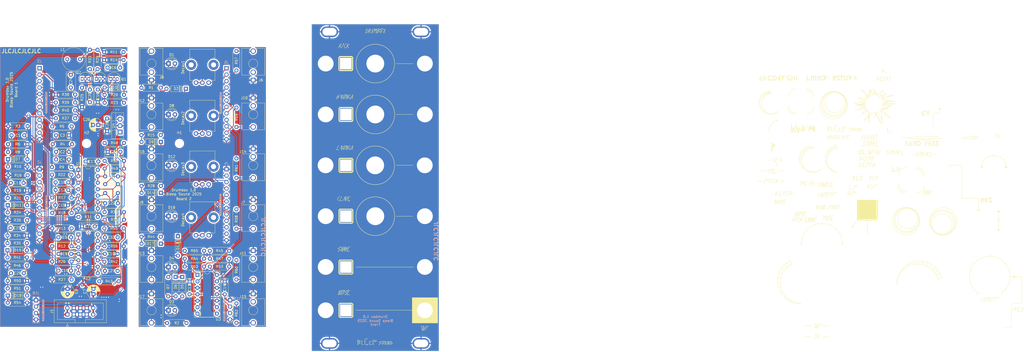
<source format=kicad_pcb>
(kicad_pcb (version 20240108) (generator "pcbnew") (generator_version "8.0")
  (layers (0 "F.Cu" signal) (31 "B.Cu" signal) (34 "B.Paste" user) (35 "F.Paste" user) (36 "B.SilkS" user "B.Silkscreen") (37 "F.SilkS" user "F.Silkscreen") (38 "B.Mask" user) (39 "F.Mask" user) (44 "Edge.Cuts" user))
  (net 0 "")
  (net 1 "GND")
  (net 2 "+12V")
  (net 3 "-12V")
  (net 5 "Net-(U2A-+)")
  (net 6 "Net-(Q1-B)")
  (net 7 "Net-(D11-K)")
  (net 8 "Net-(U2B-+)")
  (net 9 "Net-(Q2-E)")
  (net 10 "Net-(Q3-B)")
  (net 11 "Net-(D15-K)")
  (net 12 "Net-(Q3-C)")
  (net 13 "MixSnare")
  (net 14 "/in-Kick")
  (net 15 "+5V")
  (net 16 "Net-(D18-K)")
  (net 17 "Net-(C30-Pad1)")
  (net 18 "Net-(U2D-+)")
  (net 19 "Net-(D1-A)")
  (net 20 "TrigKick")
  (net 21 "Net-(C29-Pad2)")
  (net 22 "Net-(C15-Pad1)")
  (net 23 "Net-(C31-Pad1)")
  (net 24 "Net-(D4-A)")
  (net 25 "TrigNoise")
  (net 26 "TrigSnare")
  (net 27 "Net-(D8-A)")
  (net 28 "TrigHighBongo")
  (net 29 "Net-(D10-K)")
  (net 30 "Net-(D10-A)")
  (net 31 "Net-(D11-A)")
  (net 32 "Net-(D12-A)")
  (net 33 "TrigLowBongo")
  (net 34 "Net-(D15-A)")
  (net 35 "Net-(D16-A)")
  (net 36 "TrigClave")
  (net 37 "Net-(D18-A)")
  (net 41 "Mix")
  (net 42 "/in-Noise")
  (net 43 "Net-(U3D--)")
  (net 44 "SnareOutput")
  (net 45 "KickOut")
  (net 46 "ClaveOut")
  (net 47 "HighBongoOut")
  (net 48 "LowBongoOut")
  (net 49 "MixOutput")
  (net 50 "Net-(U3B--)")
  (net 51 "/in-HBongo")
  (net 52 "/in-LBongo")
  (net 53 "/in-Clave")
  (net 54 "/Snare-Out")
  (net 55 "Net-(D7-K)")
  (net 56 "/Dec1-Out")
  (net 57 "Net-(C16-Pad2)")
  (net 58 "/Dec2-Out")
  (net 59 "/Dec3-Out")
  (net 60 "/Dec4-Out")
  (net 61 "Net-(D7-A)")
  (net 62 "/Dec1-In")
  (net 63 "/Dec2-In")
  (net 64 "/Dec3-In")
  (net 65 "/Dec4-In")
  (net 67 "Net-(J14-PadT)")
  (net 69 "Net-(J15-PadT)")
  (net 72 "Net-(J10-PadT)")
  (net 73 "Net-(J11-PadT)")
  (net 75 "Net-(C1-Pad2)")
  (net 79 "Net-(C2-Pad1)")
  (net 80 "Net-(C3-Pad1)")
  (net 81 "Net-(C11-Pad2)")
  (net 82 "Net-(C12-Pad1)")
  (net 83 "Net-(C21-Pad2)")
  (net 84 "Net-(C22-Pad1)")
  (net 85 "Net-(J6-PadT)")
  (net 86 "Net-(J7-PadT)")
  (net 88 "Net-(C23-Pad1)")
  (net 89 "Net-(C24-Pad2)")
  (net 90 "Net-(D3-A)")
  (net 91 "Net-(R45-Pad1)")
  (net 92 "Net-(R63-Pad1)")
  (footprint "Capacitor_THT:C_Disc_D7.0mm_W2.5mm_P5.00mm" (layer "F.Cu") (at 86.5 78.8 180)
    (property "Reference" "C17")
    (property "Value" "100nF")
  )
  (footprint "Kicad-perso:Thonkiconn" (layer "F.Cu") (at 147.4 113.82)
    (property "Reference" "J11")
    (property "Value" "Output")
  )
  (footprint "Resistor_THT:R_Axial_DIN0207_L6.3mm_D2.5mm_P7.62mm_Horizontal" (layer "F.Cu") (at 58.51 101.9 180)
    (property "Reference" "R30")
    (property "Value" "10k")
  )
  (footprint "LED_THT:LED_D4.0mm" (layer "F.Cu") (at 114.08 80.3)
    (property "Reference" "D12")
    (property "Value" "LBongo-LED")
  )
  (footprint "Resistor_THT:R_Axial_DIN0207_L6.3mm_D2.5mm_P7.62mm_Horizontal" (layer "F.Cu") (at 88.99 71.5)
    (property "Reference" "R48")
    (property "Value" "150k")
  )
  (footprint "Resistor_THT:R_Axial_DIN0207_L6.3mm_D2.5mm_P7.62mm_Horizontal" (layer "F.Cu") (at 50.89 98.8)
    (property "Reference" "R24")
    (property "Value" "10k")
  )
  (footprint "Kicad-perso:Thonkiconn" (layer "F.Cu") (at 147.4 93.82)
    (property "Reference" "J7")
    (property "Value" "Output")
  )
  (footprint "Capacitor_THT:C_Rect_L7.0mm_W3.5mm_P5.00mm" (layer "F.Cu") (at 70.8 108.6)
    (property "Reference" "C5")
    (property "Value" "470nF")
  )
  (footprint "Package_DIP:DIP-14_W7.62mm_Socket" (layer "F.Cu") (at 125.495 123.38)
    (property "Reference" "U3")
    (property "Value" "TL074")
  )
  (footprint "Resistor_THT:R_Axial_DIN0207_L6.3mm_D2.5mm_P7.62mm_Horizontal" (layer "F.Cu") (at 80.1 57.42 90)
    (property "Reference" "R25")
    (property "Value" "1M")
  )
  (footprint "Resistor_THT:R_Axial_DIN0207_L6.3mm_D2.5mm_P7.62mm_Horizontal" (layer "F.Cu") (at 140.8 65.22 90)
    (property "Reference" "R59")
    (property "Value" "1k")
  )
  (footprint "Diode_THT:D_DO-35_SOD27_P7.62mm_Horizontal" (layer "F.Cu") (at 111.11 111.1 180)
    (property "Reference" "D17")
    (property "Value" "1N4148")
  )
  (footprint "Kicad-perso:Doepfer Mounting hole" (layer "F.Cu") (at 177.4 27.8)
    (property "Reference" "H3" (hide yes))
    (property "Value" "MountingHole_Pad")
  )
  (footprint "Capacitor_THT:C_Rect_L7.0mm_W2.5mm_P5.00mm" (layer "F.Cu") (at 57.2 122.7 180)
    (property "Reference" "C29")
    (property "Value" "4.7nF")
  )
  (footprint "Capacitor_THT:C_Rect_L7.0mm_W2.5mm_P5.00mm" (layer "F.Cu") (at 69.9 78)
    (property "Reference" "C4")
    (property "Value" "47nF")
  )
  (footprint "Kicad-perso:Inductor Coil" (layer "F.Cu") (at 76.8 38.6)
    (property "Reference" "L1")
    (property "Value" "100mH")
  )
  (footprint "Resistor_THT:R_Axial_DIN0207_L6.3mm_D2.5mm_P7.62mm_Horizontal" (layer "F.Cu") (at 113.54 142.3)
    (property "Reference" "R2")
    (property "Value" "1k")
  )
  (footprint "Capacitor_THT:C_Disc_D7.0mm_W2.5mm_P5.00mm" (layer "F.Cu") (at 136.195 126.005 -90)
    (property "Reference" "C14")
    (property "Value" "100nF")
  )
  (footprint "Resistor_THT:R_Axial_DIN0207_L6.3mm_D2.5mm_P7.62mm_Horizontal" (layer "F.Cu") (at 69.79 61.8)
    (property "Reference" "R37")
    (property "Value" "18k")
  )
  (footprint "Resistor_THT:R_Axial_DIN0207_L6.3mm_D2.5mm_P7.62mm_Horizontal" (layer "F.Cu") (at 120.465 113.905)
    (property "Reference" "R65")
    (property "Value" "100k")
  )
  (footprint "Kicad-perso:Thonkiconn" (layer "F.Cu") (at 107.4 93.82)
    (property "Reference" "J9")
    (property "Value" "Input")
  )
  (footprint "LED_THT:LED_D4.0mm" (layer "F.Cu") (at 114.08 100.3)
    (property "Reference" "D16")
    (property "Value" "Clave-LED")
  )
  (footprint "Diode_THT:D_DO-35_SOD27_P7.62mm_Horizontal" (layer "F.Cu") (at 96.62 49.7 180)
    (property "Reference" "D10")
    (property "Value" "1N4148")
  )
  (footprint "LED_THT:LED_D4.0mm" (layer "F.Cu") (at 114.08 40.3)
    (property "Reference" "D1")
    (property "Value" "Kick-LED")
  )
  (footprint "Resistor_THT:R_Axial_DIN0207_L6.3mm_D2.5mm_P7.62mm_Horizontal" (layer "F.Cu") (at 96.62 55.7 180)
    (property "Reference" "R23")
    (property "Value" "1M")
  )
  (footprint "Diode_THT:D_DO-35_SOD27_P7.62mm_Horizontal" (layer "F.Cu") (at 117.8 108.18 -90)
    (property "Reference" "D13")
    (property "Value" "1N4148")
  )
  (footprint "Kicad-perso:Pot-bourns-alpha" (layer "F.Cu") (at 129.9 47.8 90)
    (property "Reference" "Decay1")
    (property "Value" "470k")
  )
  (footprint "Capacitor_THT:C_Rect_L7.0mm_W2.5mm_P5.00mm" (layer "F.Cu") (at 89.2 84.65)
    (property "Reference" "C30")
    (property "Value" "1.5nF")
  )
  (footprint "Capacitor_THT:C_Disc_D7.0mm_W2.5mm_P5.00mm" (layer "F.Cu") (at 89.955113 61.9 -90)
    (property "Reference" "C28")
    (property "Value" "100nF")
  )
  (footprint "Resistor_THT:R_Axial_DIN0207_L6.3mm_D2.5mm_P7.62mm_Horizontal" (layer "F.Cu") (at 88.8 38.9)
    (property "Reference" "R14")
    (property "Value" "27k")
  )
  (footprint "Resistor_THT:R_Axial_DIN0207_L6.3mm_D2.5mm_P7.62mm_Horizontal" (layer "F.Cu") (at 75.99 125.2 180)
    (property "Reference" "R27")
    (property "Value" "100k")
  )
  (footprint "Resistor_THT:R_Axial_DIN0207_L6.3mm_D2.5mm_P7.62mm_Horizontal" (layer "F.Cu") (at 68.39 99)
    (property "Reference" "R18")
    (property "Value" "68k")
  )
  (footprint "Package_TO_SOT_THT:TO-220-3_Vertical" (layer "F.Cu") (at 95.045113 67.24 90)
    (property "Reference" "U4")
    (property "Value" "L7805")
  )
  (footprint "Resistor_THT:R_Axial_DIN0207_L6.3mm_D2.5mm_P7.62mm_Horizontal" (layer "F.Cu") (at 103.43 68.4)
    (property "Reference" "R15")
    (property "Value" "1k")
  )
  (footprint "Resistor_THT:R_Axial_DIN0207_L6.3mm_D2.5mm_P7.62mm_Horizontal" (layer "F.Cu") (at 103.48 88.4)
    (property "Reference" "R28")
    (property "Value" "1k")
  )
  (footprint "Diode_THT:D_DO-35_SOD27_P7.62mm_Horizontal" (layer "F.Cu") (at 50.89 131.5)
    (property "Reference" "D18")
    (property "Value" "1N4148")
  )
  (footprint "Kicad-perso:Thonkiconn" (layer "F.Cu") (at 147.4 73.82)
    (property "Reference" "J14")
    (property "Value" "Output")
  )
  (footprint "Resistor_THT:R_Axial_DIN0207_L6.3mm_D2.5mm_P7.62mm_Horizontal" (layer "F.Cu") (at 58.51 125.7 180)
    (property "Reference" "R50")
    (property "Value" "47k")
  )
  (footprint "Resistor_THT:R_Axial_DIN0207_L6.3mm_D2.5mm_P7.62mm_Horizontal" (layer "F.Cu") (at 89 101.7)
    (property "Reference" "R36")
    (property "Value" "68k")
  )
  (footprint "Diode_THT:D_DO-35_SOD27_P7.62mm_Horizontal" (layer "F.Cu") (at 111.11 71.1 180)
    (property "Reference" "D9")
    (property "Value" "1N4148")
  )
  (footprint "Resistor_THT:R_Axial_DIN0207_L6.3mm_D2.5mm_P7.62mm_Horizontal" (layer "F.Cu") (at 68.36 118.15)
    (property "Reference" "R26")
    (property "Value" "100k")
  )
  (footprint "Capacitor_THT:CP_Radial_D5.0mm_P2.00mm" (layer "F.Cu") (at 86.5 64.4 180)
    (property "Reference" "C26")
    (property "Value" "10uF")
  )
  (footprint "Capacitor_THT:C_Rect_L7.0mm_W3.5mm_P5.00mm" (layer "F.Cu") (at 70.78 121.7)
    (property "Reference" "C19")
    (property "Value" "470nF")
  )
  (footprint "Resistor_THT:R_Axial_DIN0207_L6.3mm_D2.5mm_P7.62mm_Horizontal" (layer "F.Cu") (at 140.8 105.21 90)
    (property "Reference" "R58")
    (property "Value" "1k")
  )
  (footprint "Capacitor_THT:C_Rect_L7.0mm_W2.5mm_P5.00mm" (layer "F.Cu") (at 89.2 87.7)
    (property "Reference" "C32")
    (property "Value" "1.5nF")
  )
  (footprint "Capacitor_THT:C_Rect_L7.0mm_W2.5mm_P5.00mm" (layer "F.Cu") (at 69.6 96)
    (property "Reference" "C15")
    (property "Value" "33nF")
  )
  (footprint "Capacitor_THT:C_Rect_L7.0mm_W2.5mm_P5.00mm" (layer "F.Cu") (at 69.71 87)
    (property "Reference" "C18")
    (property "Value" "10nF")
  )
  (footprint "Resistor_THT:R_Axial_DIN0207_L6.3mm_D2.5mm_P7.62mm_Horizontal" (layer "F.Cu") (at 58.41 107.9 180)
    (property "Reference" "R34")
    (property "Value" "47k")
  )
  (footprint "Kicad-perso:Pot-bourns-alpha" (layer "F.Cu") (at 129.9 67.8 90)
    (property "Reference" "Decay2")
    (property "Value" "470k")
  )
  (footprint "Capacitor_THT:C_Rect_L7.0mm_W2.5mm_P5.00mm" (layer "F.Cu") (at 86.3 55.5 90)
    (property "Reference" "C16")
    (property "Value" "47nF")
  )
  (footprint "Kicad-perso:Doepfer Mounting hole" (layer "F.Cu") (at 213.4 27.8)
    (property "Reference" "H4" (hide yes))
    (property "Value" "MountingHole_Pad")
  )
  (footprint "Capacitor_THT:C_Rect_L7.0mm_W2.5mm_P5.00mm" (layer "F.Cu") (at 57 104.9 180)
    (property "Reference" "C21")
    (property "Value" "47nF")
  )
  (footprint "Resistor_THT:R_Axial_DIN0207_L6.3mm_D2.5mm_P7.62mm_Horizontal" (layer "F.Cu") (at 68.39 93)
    (property "Reference" "R17")
    (property "Value" "150k")
  )
  (footprint "LED_THT:LED_D4.0mm" (layer "F.Cu") (at 114.08 60.3)
    (property "Reference" "D8")
    (property "Value" "HBongo-LED")
  )
  (footprint "Diode_THT:D_DO-35_SOD27_P7.62mm_Horizontal" (layer "F.Cu") (at 50.99 77.9)
    (property "Reference" "D7")
    (property "Value" "1N4148")
  )
  (footprint "Capacitor_THT:C_Disc_D7.0mm_W2.5mm_P5.00mm" (layer "F.Cu") (at 75.87 115.1 180)
    (property "Reference" "C9")
    (property "Value" "100nF")
  )
  (footprint "Resistor_THT:R_Axial_DIN0207_L6.3mm_D2.5mm_P7.62mm_Horizontal" (layer "F.Cu") (at 88.8 35.8)
    (property "Reference" "R11")
    (property "Value" "100k")
  )
  (footprint "Resistor_THT:R_Axial_DIN0207_L6.3mm_D2.5mm_P7.62mm_Horizontal" (layer "F.Cu") (at 50.79 116.5)
    (property "Reference" "R41")
    (property "Value" "10k")
  )
  (footprint "Resistor_THT:R_Axial_DIN0207_L6.3mm_D2.5mm_P7.62mm_Horizontal" (layer "F.Cu") (at 83.2 42.5 90)
    (property "Reference" "R33")
    (property "Value" "4k7")
  )
  (footprint "Resistor_THT:R_Axial_DIN0207_L6.3mm_D2.5mm_P7.62mm_Horizontal" (layer "F.Cu") (at 50.89 134.3)
    (property "Reference" "R54")
    (property "Value" "10k")
  )
  (footprint "Resistor_THT:R_Axial_DIN0207_L6.3mm_D2.5mm_P7.62mm_Horizontal" (layer "F.Cu") (at 103.45 108.4)
    (property "Reference" "R44")
    (property "Value" "1k")
  )
  (footprint "Resistor_THT:R_Axial_DIN0207_L6.3mm_D2.5mm_P7.62mm_Horizontal" (layer "F.Cu") (at 50.99 80.8)
    (property "Reference" "R10")
    (property "Value" "10k")
  )
  (footprint "LED_THT:LED_D4.0mm" (layer "F.Cu") (at 114.08 120.3)
    (property "Reference" "D4")
    (property "Value" "Snare-LED")
  )
  (footprint "Resistor_THT:R_Axial_DIN0207_L6.3mm_D2.5mm_P7.62mm_Horizontal" (layer "F.Cu") (at 96.61 81.6 180)
    (property "Reference" "R49")
    (property "Value" "68k")
  )
  (footprint "Resistor_THT:R_Axial_DIN0207_L6.3mm_D2.5mm_P7.62mm_Horizontal" (layer "F.Cu") (at 68.59 72)
    (property "Reference" "R4")
    (property "Value" "68k")
  )
  (footprint "Diode_THT:D_DO-35_SOD27_P7.62mm_Horizontal" (layer "F.Cu") (at 50.9 96)
    (property "Reference" "D11")
    (property "Value" "1N4148")
  )
  (footprint "Resistor_THT:R_Axial_DIN0207_L6.3mm_D2.5mm_P7.62mm_Horizontal" (layer "F.Cu") (at 78.69 100.6)
    (property "Reference" "R31")
    (property "Value" "150k")
  )
  (footprint "Kicad-perso:Pot-bourns-alpha" (layer "F.Cu") (at 129.9 87.8 90)
    (property "Reference" "Decay3")
    (property "Value" "470k")
  )
  (footprint "Capacitor_THT:CP_Radial_D5.0mm_P2.00mm" (layer "F.Cu") (at 84.6 130.9 90)
    (property "Reference" "C7")
    (property "Value" "10uF")
  )
  (footprint "Capacitor_THT:C_Disc_D7.0mm_W2.5mm_P5.00mm" (layer "F.Cu") (at 95.11 41.9 180)
    (property "Reference" "C6")
    (property "Value" "100nF")
  )
  (footprint "Capacitor_THT:C_Rect_L7.0mm_W3.5mm_P5.00mm" (layer "F.Cu") (at 94.1 121.8 180)
    (property "Reference" "C27")
    (property "Value" "470nF")
  )
  (footprint "Kicad-perso:Pot-bourns-alpha" (layer "F.Cu") (at 129.9 107.8 90)
    (property "Reference" "Decay4")
    (property "Value" "470k")
  )
  (footprint "Diode_THT:D_DO-35_SOD27_P7.62mm_Horizontal" (layer "F.Cu") (at 111.12 91.1 180)
    (property "Reference" "D14")
    (property "Value" "1N4148")
  )
  (footprint "Resistor_THT:R_Axial_DIN0207_L6.3mm_D2.5mm_P7.62mm_Horizontal" (layer "F.Cu") (at 86.89 125.9)
    (property "Reference" "R43")
    (property "Value" "100k")
  )
  (footprint "Capacitor_THT:C_Rect_L7.0mm_W2.5mm_P5.00mm" (layer "F.Cu") (at 85.1 104.3 180)
    (property "Reference" "C23")
    (property "Value" "47nF")
  )
  (footprint "Diode_THT:D_DO-35_SOD27_P7.62mm_Horizontal" (layer "F.Cu") (at 119.5 124.19 -90)
    (property "Reference" "D5")
    (property "Value" "1N4148")
  )
  (footprint "Resistor_THT:R_Axial_DIN0207_L6.3mm_D2.5mm_P7.62mm_Horizontal" (layer "F.Cu") (at 50.91 93.2)
    (property "Reference" "R21")
    (property "Value" "27k")
  )
  (footprint "Capacitor_THT:C_Rect_L7.0mm_W3.5mm_P5.00mm" (layer "F.Cu") (at 95.2 75 180)
    (property "Reference" "C31")
    (property "Value" "4.7nF")
  )
  (footprint "Kicad-perso:Doepfer Mounting hole" (layer "F.Cu") (at 177.4 150.3)
    (property "Reference" "H5" (hide yes))
    (property "Value" "MountingHole_Pad")
  )
  (footprint "Resistor_THT:R_Axial_DIN0207_L6.3mm_D2.5mm_P7.62mm_Horizontal" (layer "F.Cu") (at 76 105.1 180)
    (property "Reference" "R13")
    (property "Value" "100k")
  )
  (footprint "Capacitor_THT:C_Rect_L7.0mm_W3.5mm_P5.00mm" (layer "F.Cu") (at 57.4 68.5 180)
    (property "Reference" "C1")
    (property "Value" "150nF")
  )
  (footprint "Resistor_THT:R_Axial_DIN0207_L6.3mm_D2.5mm_P7.62mm_Horizontal" (layer "F.Cu") (at 128.095 117.005 180)
    (property "Reference" "R64")
    (property "Value" "100k")
  )
  (footprint "Resistor_THT:R_Axial_DIN0207_L6.3mm_D2.5mm_P7.62mm_Horizontal" (layer "F.Cu") (at 88.89 112.1)
    (property "Reference" "R56")
    (property "Value" "100k")
  )
  (footprint "Resistor_THT:R_Axial_DIN0207_L6.3mm_D2.5mm_P7.62mm_Horizontal" (layer "F.Cu") (at 58.61 72 180)
    (property "Reference" "R6")
    (property "Value" "47k")
  )
  (footprint "Resistor_THT:R_Axial_DIN0207_L6.3mm_D2.5mm_P7.62mm_Horizontal" (layer "F.Cu") (at 103.44 49.8)
    (property "Reference" "R1")
    (property "Value" "1k")
  )
  (footprint "Kicad-perso:Thonkiconn" (layer "F.Cu") (at 107.4 113.82)
    (property "Reference" "J13")
    (property "Value" "Input")
  )
  (footprint "Resistor_THT:R_Axial_DIN0207_L6.3mm_D2.5mm_P7.62mm_Horizontal" (layer "F.Cu") (at 137.975 117.005 180)
    (property "Reference" "R47")
    (property "Value" "100k")
  )
  (footprint "Resistor_THT:R_Axial_DIN0207_L6.3mm_D2.5mm_P7.62mm_Horizontal" (layer "F.Cu") (at 69.8 55.6)
    (property "Reference" "R39")
    (property "Value" "18k")
  )
  (footprint "Package_TO_SOT_THT:TO-92_Inline" (layer "F.Cu") (at 80.16 46.3)
    (property "Reference" "Q2")
    (property "Value" "2N3904")
  )
  (footprint "MountingHole:MountingHole_3.2mm_M3" (layer "F.Cu") (at 81.9 71.7)
    (property "Reference" "H2")
    (property "Value" "SpacerHoles")
  )
  (footprint "Capacitor_THT:C_Rect_L7.0mm_W2.5mm_P5.00mm" (layer "F.Cu") (at 83.2 50.5 -90)
    (property "Reference" "C20")
    (property "Value" "4.7nF")
  )
  (footprint "LED_THT:LED_D4.0mm" (layer "F.Cu") (at 114.08 137.3)
    (property "Reference" "D3")
    (property "Value" "Noise-LED")
  )
  (footprint "Package_DIP:DIP-14_W7.62mm_Socket" (layer "F.Cu") (at 78.67 107.475)
    (property "Reference" "U2")
    (property "Value" "TL074")
  )
  (footprint "Resistor_THT:R_Axial_DIN0207_L6.3mm_D2.5mm_P7.62mm_Horizontal" (layer "F.Cu") (at 58.53 90.2 180)
    (property "Reference" "R19")
    (property "Value" "47k")
  )
  (footprint "Resistor_THT:R_Axial_DIN0207_L6.3mm_D2.5mm_P7.62mm_Horizontal" (layer "F.Cu") (at 58.71 64.9 180)
    (property "Reference" "R3")
    (property "Value" "10k")
  )
  (footprint "Capacitor_THT:C_Disc_D7.0mm_W2.5mm_P5.00mm" (layer "F.Cu") (at 122.395 131.005 90)
    (property "Reference" "C13")
    (property "Value" "100nF")
  )
  (footprint "Kicad-perso:Thonkiconn" (layer "F.Cu") (at 107.4 46.8 180)
    (property "Reference" "J8")
    (property "Value" "Input")
  )
  (footprint "Diode_THT:D_DO-35_SOD27_P7.62mm_Horizontal" (layer "F.Cu") (at 116.9 124.19 -90)
    (property "Reference" "D6")
    (property "Value" "1N4148")
  )
  (footprint "Kicad-perso:Thonkiconn" (layer "F.Cu") (at 147.4 46.8 180)
    (property "Reference" "J6")
    (property "Value" "Output")
  )
  (footprint "Capacitor_THT:C_Rect_L7.0mm_W3.5mm_P5.00mm" (layer "F.Cu") (at 69.9 68.5)
    (property "Reference" "C3")
    (property "Value" "150nF")
  )
  (footprint "Connector_IDC:IDC-Header_2x05_P2.54mm_Vertical" (layer "F.Cu") (at 74.34 138.94 90)
    (property "Reference" "J1")
    (property "Value" "Power Input")
  )
  (footprint "Resistor_THT:R_Axial_DIN0207_L6.3mm_D2.5mm_P7.62mm_Horizontal" (layer "F.Cu") (at 69.79 58.7)
    (property "Reference" "R40")
    (property "Value" "100k")
  )
  (footprint "Capacitor_THT:C_Rect_L7.0mm_W2.5mm_P5.00mm" (layer "F.Cu") (at 74.7 90 180)
    (property "Reference" "C12")
    (property "Value" "10nF")
  )
  (footprint "Resistor_THT:R_Axial_DIN0207_L6.3mm_D2.5mm_P7.62mm_Horizontal" (layer "F.Cu") (at 88.98 78.55)
    (property "Reference" "R52")
    (property "Value" "68k")
  )
  (footprint "Resistor_THT:R_Axial_DIN0207_L6.3mm_D2.5mm_P7.62mm_Horizontal" (layer "F.Cu") (at 114 131.82 90)
    (property "Reference" "R7")
    (property "Value" "1k")
  )
  (footprint "Kicad-perso:Thonkiconn" (layer "F.Cu") (at 147.4 130.82)
    (property "Reference" "J15")
    (property "Value" "Output")
  )
  (footprint "Resistor_THT:R_Axial_DIN0207_L6.3mm_D2.5mm_P7.62mm_Horizontal" (layer "F.Cu") (at 140.8 85.21 90)
    (property "Reference" "R61")
    (property "Value" "1k")
  )
  (footprint "Resistor_THT:R_Axial_DIN0207_L6.3mm_D2.5mm_P7.62mm_Horizontal" (layer "F.Cu") (at 58.72 84.2 180)
    (property "Reference" "R16")
    (property "Value" "10k")
  )
  (footprint "Resistor_THT:R_Axial_DIN0207_L6.3mm_D2.5mm_P7.62mm_Horizontal" (layer "F.Cu") (at 58.42 119.7 180)
    (property "Reference" "R46")
    (property "Value" "10k")
  )
  (footprint "Capacitor_THT:C_Rect_L7.0mm_W3.5mm_P5.00mm" (layer "F.Cu") (at 89.2 95.2)
    (property "Reference" "C22")
    (property "Value" "15nF")
  )
  (footprint "Diode_THT:D_DO-35_SOD27_P7.62mm_Horizontal" (layer "F.Cu") (at 50.79 113.7)
    (property "Reference" "D15")
    (property "Value" "1N4148")
  )
  (footprint "Package_TO_SOT_THT:TO-92_Inline" (layer "F.Cu") (at 91.43 46.36)
    (property "Reference" "Q1")
    (property "Value" "2N3904")
  )
  (footprint "Resistor_THT:R_Axial_DIN0207_L6.3mm_D2.5mm_P7.62mm_Horizontal" (layer "F.Cu") (at 50.99 75.1)
    (property "Reference" "R8")
    (property "Value" "27k")
  )
  (footprint "MountingHole:MountingHole_3.2mm_M3" (layer "F.Cu") (at 118.4 71.7)
    (property "Reference" "H1")
    (property "Value" "SpacerHoles")
  )
  (footprint "Resistor_THT:R_Axial_DIN0207_L6.3mm_D2.5mm_P7.62mm_Horizontal" (layer "F.Cu") (at 130.345 113.905)
    (property "Reference" "R45")
    (property "Value" "100k")
  )
  (footprint "Kicad-perso:Thonkiconn" (layer "F.Cu") (at 107.4 53.82)
    (property "Reference" "J12")
    (property "Value" "Input")
  )
  (footprint "Resistor_THT:R_Axial_DIN0207_L6.3mm_D2.5mm_P7.62mm_Horizontal" (layer "F.Cu") (at 75.91 81 180)
    (property "Reference" "R9")
    (property "Value" "68k")
  )
  (footprint "Capacitor_THT:C_Rect_L7.0mm_W3.5mm_P5.00mm" (layer "F.Cu") (at 94.1 108.6 180)
    (property "Reference" "C33")
    (property "Value" "470nF")
  )
  (footprint "Kicad-perso:Doepfer Mounting hole" (layer "F.Cu") (at 213.4 150.3)
    (property "Reference" "H6" (hide yes))
    (property "Value" "MountingHole_Pad")
  )
  (footprint "Capacitor_THT:C_Rect_L7.0mm_W3.5mm_P5.00mm" (layer "F.Cu") (at 75.7 44.7 -90)
    (property "Reference" "C24")
    (property "Value" "470nF")
  )
  (footprint "Resistor_THT:R_Axial_DIN0207_L6.3mm_D2.5mm_P7.62mm_Horizontal" (layer "F.Cu") (at 96.6 98.7 180)
    (property "Reference" "R32")
    (property "Value" "68k")
  )
  (footprint "Kicad-perso:Thonkiconn" (layer "F.Cu") (at 107.4 130.82)
    (property "Reference" "J17")
    (property "Value" "Input")
  )
  (footprint "Kicad-perso:Thonkiconn" (layer "F.Cu") (at 147.4 53.82)
    (property "Reference" "J10")
    (property "Value" "Output")
  )
  (footprint "Kicad-perso:Thonkiconn" (layer "F.Cu") (at 107.4 73.82)
    (property "Reference" "J16")
    (property "Value" "Input")
  )
  (footprint "Capacitor_THT:C_Rect_L7.0mm_W2.5mm_P5.00mm" (layer "F.Cu") (at 57.11 87.2 180)
    (property "Reference" "C11")
    (property "Value" "33nF")
  )
  (footprint "Diode_THT:D_DO-35_SOD27_P7.62mm_Horizontal" (layer "F.Cu") (at 120.91 50.2 180)
    (property "Reference" "D2")
    (property "Value" "1N4148")
  )
  (footprint "Resistor_THT:R_Axial_DIN0207_L6.3mm_D2.5mm_P7.62mm_Horizontal" (layer "F.Cu") (at 120.465 120.105)
    (property "Reference" "R63")
    (property "Value" "100k")
  )
  (footprint "Resistor_THT:R_Axial_DIN0207_L6.3mm_D2.5mm_P7.62mm_Horizontal" (layer "F.Cu") (at 140.8 142.22 90)
    (property "Reference" "R62")
    (property "Value" "1k")
  )
  (footprint "Capacitor_THT:CP_Radial_D5.0mm_P2.00mm" (layer "F.Cu") (at 74.4 128.9 -90)
    (property "Reference" "C8")
    (property "Value" "10uF")
  )
  (footprint "Capacitor_THT:C_Rect_L7.0mm_W3.5mm_P5.00mm" (layer "F.Cu") (at 94.2 91.2 180)
    (property "Reference" "C25")
    (property "Value" "15nF")
  )
  (footprint "Resistor_THT:R_Axial_DIN0207_L6.3mm_D2.5mm_P7.62mm_Horizontal" (layer "F.Cu") (at 68.38 112.1)
    (property "Reference" "R12")
    (property "Value" "47k")
  )
  (footprint "Resistor_THT:R_Axial_DIN0207_L6.3mm_D2.5mm_P7.62mm_Horizontal" (layer "F.Cu") (at 75.92 84 180)
    (property "Reference" "R22")
    (property "Value" "68k")
  )
  (footprint "Package_TO_SOT_THT:TO-92_Inline" (layer "F.Cu") (at 85.76 46.3)
    (property "Reference" "Q3")
    (property "Value" "2N3904")
  )
  (footprint "Resistor_THT:R_Axial_DIN0207_L6.3mm_D2.5mm_P7.62mm_Horizontal" (layer "F.Cu") (at 86.2 34.88 -90)
    (property "Reference" "R29")
    (property "Value" "1M")
  )
  (footprint "Resistor_THT:R_Axial_DIN0207_L6.3mm_D2.5mm_P7.62mm_Horizontal" (layer "F.Cu") (at 140.8 125.2 90)
    (property "Reference" "R60")
    (property "Value" "1k")
  )
  (footprint "Resistor_THT:R_Axial_DIN0207_L6.3mm_D2.5mm_P7.62mm_Horizontal" (layer "F.Cu") (at 96.51 105.1 180)
    (property "Reference" "R55")
    (property "Value" "100k")
  )
  (footprint "Resistor_THT:R_Axial_DIN0207_L6.3mm_D2.5mm_P7.62mm_Horizontal" (layer "F.Cu") (at 50.89 128.7)
    (property "Reference" "R51")
    (property "Value" "27k")
  )
  (footprint "Resistor_THT:R_Axial_DIN0207_L6.3mm_D2.5mm_P7.62mm_Horizontal" (layer "F.Cu") (at 88.98 52.6)
    (property "Reference" "R20")
    (property "Value" "2k2")
  )
  (footprint "Resistor_THT:R_Axial_DIN0207_L6.3mm_D2.5mm_P7.62mm_Horizontal" (layer "F.Cu") (at 50.79 110.9)
    (property "Reference" "R35")
    (property "Value" "27k")
  )
  (footprint "Resistor_THT:R_Axial_DIN0207_L6.3mm_D2.5mm_P7.62mm_Horizontal" (layer "F.Cu") (at 88.89 118.2)
    (property "Reference" "R42")
    (property "Value" "100k")
  )
  (footprint "Resistor_THT:R_Axial_DIN0207_L6.3mm_D2.5mm_P7.62mm_Horizontal" (layer "F.Cu") (at 69.8 52.5)
    (property "Reference" "R38")
    (property "Value" "100k")
  )
  (footprint "Capacitor_THT:C_Rect_L7.0mm_W2.5mm_P5.00mm" (layer "F.Cu") (at 74.9 75 180)
    (property "Reference" "C2")
    (property "Value" "47nF")
  )
  (footprint "Resistor_THT:R_Axial_DIN0207_L6.3mm_D2.5mm_P7.62mm_Horizontal" (layer "F.Cu") (at 68.39 65)
    (property "Reference" "R5")
    (property "Value" "150k")
  )
  (footprint "Capacitor_THT:C_Disc_D7.0mm_W2.5mm_P5.00mm" (layer "F.Cu") (at 94.07 115.1 180)
    (property "Reference" "C10")
    (property "Value" "100nF")
  )
  (footprint "Package_DIP:DIP-14_W7.62mm_Socket" (layer "F.Cu") (at 78.68 82.06)
    (property "Reference" "U1")
    (property "Value" "CD4011")
  )
  (footprint "Resistor_THT:R_Axial_DIN0207_L6.3mm_D2.5mm_P7.62mm_Horizontal" (layer "F.Cu") (at 140.8 35.39 -90)
    (property "Reference" "R57")
    (property "Value" "1k")
  )
  (footprint "Resistor_THT:R_Axial_DIN0207_L6.3mm_D2.5mm_P7.62mm_Horizontal" (layer "F.Cu") (at 130.355 120.105)
    (property "Reference" "R53")
    (property "Value" "100k")
  )
  (footprint "Connector_PinSocket_2.54mm:PinSocket_1x12_P2.54mm_Vertical" (layer "B.Cu") (at 63.4 81.8 180)
    (property "Reference" "J2")
    (property "Value" "Conn_Circuit")
  )
  (footprint "Connector_PinHeader_2.54mm:PinHeader_1x12_P2.54mm_Vertical" (layer "B.Cu") (at 136.9 42.1 180)
    (property "Reference" "J5")
    (property "Value" "Conn_Jack")
  )
  (footprint "kibuzzard-67840646" (layer "B.Cu") (at 66 55.7 90)
    (property "Reference" "kibuzzard-67840646" (hide yes))
    (property "Value" "G***" (hide yes))
  )
  (footprint "kibuzzard-67840646" (layer "B.Cu") (at 66.1 96.3 90)
    (property "Reference" "kibuzzard-67840646" (hide yes))
    (property "Value" "G***" (hide yes))
  )
  (footprint "Connector_PinSocket_2.54mm:PinSocket_1x04_P2.54mm_Vertical" (layer "B.Cu") (at 62 133.3 180)
    (property "Reference" "J18")
    (property "Value" "Conn_power")
  )
  (footprint "Connector_PinHeader_2.54mm:PinHeader_1x04_P2.54mm_Vertical" (layer "B.Cu") (at 138.3 133.3 180)
    (property "Reference" "J19")
    (property "Value" "Conn_power")
  )
  (footprint "kibuzzard-67840666" (layer "B.Cu") (at 134.6 55.8 90)
    (property "Reference" "kibuzzard-67840666" (hide yes))
    (property "Value" "G***" (hide yes))
  )
  (footprint "Connector_PinSocket_2.54mm:PinSocket_1x12_P2.54mm_Vertical" (layer "B.Cu") (at 63.4 42.1 180)
    (property "Reference" "J3")
    (property "Value" "Conn_Circuit")
  )
  (footprint "kibuzzard-67840666" (layer "B.Cu") (at 136 137.4 90)
    (property "Reference" "kibuzzard-67840666" (hide yes))
    (property "Value" "G***" (hide yes))
  )
  (footprint "kibuzzard-67840646" (layer "B.Cu") (at 64.8 137.3 90)
    (property "Reference" "kibuzzard-67840646" (hide yes))
    (property "Value" "G***" (hide yes))
  )
  (footprint "kibuzzard-67840666" (layer "B.Cu") (at 134.5 95.8 90)
    (property "Reference" "kibuzzard-67840666" (hide yes))
    (property "Value" "G***" (hide yes))
  )
  (footprint "Connector_PinHeader_2.54mm:PinHeader_1x12_P2.54mm_Vertical" (layer "B.Cu") (at 136.9 81.8 180)
    (property "Reference" "J4")
    (property "Value" "Conn_Jack")
  )
  (gr_line (start 351.45 83.5) (end 350.95 81.8) (stroke (width 0.12)) (layer "F.SilkS"))
  (gr_line (start 370.05 142.65) (end 370.75 142.65) (stroke (width 0.12)) (layer "F.SilkS"))
  (gr_line (start 368.45 144.35) (end 367.95 142.65) (stroke (width 0.12)) (layer "F.SilkS"))
  (gr_line (start 367.95 142.65) (end 368.85 142.65) (stroke (width 0.12)) (layer "F.SilkS"))
  (gr_line (start 369.15 142.65) (end 368.85 144.35) (stroke (width 0.12)) (layer "F.SilkS"))
  (gr_line (start 368.85 144.35) (end 369.85 142.65) (stroke (width 0.12)) (layer "F.SilkS"))
  (gr_line (start 368.85 142.65) (end 368.45 144.35) (stroke (width 0.12)) (layer "F.SilkS"))
  (gr_line (start 370.45 142.65) (end 369.45 144.35) (stroke (width 0.12)) (layer "F.SilkS"))
  (gr_line (start 368.7 146.65) (end 368.5 146.75) (stroke (width 0.12)) (layer "F.SilkS"))
  (gr_line (start 368.6 148.35) (end 369.4 146.65) (stroke (width 0.12)) (layer "F.SilkS"))
  (gr_line (start 368.6 148.35) (end 368.5 148.35) (stroke (width 0.12)) (layer "F.SilkS"))
  (gr_line (start 369.4 146.65) (end 369.4 148.35) (stroke (width 0.12)) (layer "F.SilkS"))
  (gr_line (start 368.7 146.65) (end 368.8 146.85) (stroke (width 0.12)) (layer "F.SilkS"))
  (gr_line (start 369.4 148.35) (end 370.2 146.65) (stroke (width 0.12)) (layer "F.SilkS"))
  (gr_line (start 367.9 148.35) (end 368.7 146.65) (stroke (width 0.12)) (layer "F.SilkS"))
  (gr_line (start 370.2 146.65) (end 370.1 146.65) (stroke (width 0.12)) (layer "F.SilkS"))
  (gr_line (start 408.7 75.1) (end 408.7 75.3) (stroke (width 0.12)) (layer "F.SilkS"))
  (gr_line (start 408.7 76.1) (end 407.7 76.8) (stroke (width 0.12)) (layer "F.SilkS"))
  (gr_line (start 408.7 75.1) (end 407.7 75.7) (stroke (width 0.12)) (layer "F.SilkS"))
  (gr_line (start 407.7 76.8) (end 407.7 76.6) (stroke (width 0.12)) (layer "F.SilkS"))
  (gr_line (start 407.7 76.8) (end 407.9 76.8) (stroke (width 0.12)) (layer "F.SilkS"))
  (gr_line (start 409.8 75.1) (end 408.8 76.8) (stroke (width 0.12)) (layer "F.SilkS"))
  (gr_line (start 407.7 75.7) (end 408.7 76.1) (stroke (width 0.12)) (layer "F.SilkS"))
  (gr_line (start 410.9 75.7) (end 410.2 75.8) (stroke (width 0.12)) (layer "F.SilkS"))
  (gr_line (start 410.8 76.3) (end 410.6 76.8) (stroke (width 0.12)) (layer "F.SilkS"))
  (gr_line (start 410.5 75.1) (end 410.9 75.7) (stroke (width 0.12)) (layer "F.SilkS"))
  (gr_line (start 409.4 75.1) (end 410.1 75.1) (stroke (width 0.12)) (layer "F.SilkS"))
  (gr_line (start 410.5 75.1) (end 409.7 76.8) (stroke (width 0.12)) (layer "F.SilkS"))
  (gr_line (start 408.7 75.1) (end 408.5 75.1) (stroke (width 0.12)) (layer "F.SilkS"))
  (gr_line (start 410.2 75.8) (end 410.8 76.3) (stroke (width 0.12)) (layer "F.SilkS"))
  (gr_line (start 411.1 76.8) (end 411.9 75.1) (stroke (width 0.12)) (layer "F.SilkS"))
  (gr_arc (start 413.6 75.6) (mid 413.717157 75.317157) (end 414 75.2) (stroke (width 0.12)) (layer "F.SilkS"))
  (gr_line (start 414.2 76.8) (end 414 77) (stroke (width 0.12)) (layer "F.SilkS"))
  (gr_line (start 413.6 76) (end 413.9 76) (stroke (width 0.12)) (layer "F.SilkS"))
  (gr_line (start 413.4 76.8) (end 414.1 76.8) (stroke (width 0.12)) (layer "F.SilkS"))
  (gr_line (start 414 75.2) (end 414.4 75.2) (stroke (width 0.12)) (layer "F.SilkS"))
  (gr_line (start 413.6 75.6) (end 413.4 76.8) (stroke (width 0.12)) (layer "F.SilkS"))
  (gr_line (start 412.2 76.1) (end 413.1 75.2) (stroke (width 0.12)) (layer "F.SilkS"))
  (gr_line (start 411.9 75.1) (end 411.7 75.2) (stroke (width 0.12)) (layer "F.SilkS"))
  (gr_line (start 411.8 76.8) (end 412.6 75.1) (stroke (width 0.12)) (layer "F.SilkS"))
  (gr_line (start 411.9 75.1) (end 412 75.3) (stroke (width 0.12)) (layer "F.SilkS"))
  (gr_line (start 412.2 76.1) (end 412.7 76.4) (stroke (width 0.12)) (layer "F.SilkS"))
  (gr_line (start 412.7 76.4) (end 412.7 76.8) (stroke (width 0.12)) (layer "F.SilkS"))
  (gr_line (start 414.2 76.8) (end 414 76.6) (stroke (width 0.12)) (layer "F.SilkS"))
  (gr_line (start 395.4 47) (end 395.5 46.9) (stroke (width 0.12)) (layer "F.SilkS"))
  (gr_line (start 395.9 45.4) (end 395.1 46.3) (stroke (width 0.12)) (layer "F.SilkS"))
  (gr_line (start 397.7 46.3) (end 397.7 45.4) (stroke (width 0.12)) (layer "F.SilkS"))
  (gr_line (start 392.4 47) (end 393.5 46.5) (stroke (width 0.12)) (layer "F.SilkS"))
  (gr_line (start 395.1 46.3) (end 395.4 47) (stroke (width 0.12)) (layer "F.SilkS"))
  (gr_line (start 392.8 45.4) (end 392.4 47) (stroke (width 0.12)) (layer "F.SilkS"))
  (gr_line (start 393.5 46.5) (end 392.8 45.4) (stroke (width 0.12)) (layer "F.SilkS"))
  (gr_line (start 397.7 46.3) (end 398.2 45.4) (stroke (width 0.12)) (layer "F.SilkS"))
  (gr_line (start 395.9 45.4) (end 396 45.5) (stroke (width 0.12)) (layer "F.SilkS"))
  (gr_line (start 397.3 47) (end 397.3 46.8) (stroke (width 0.12)) (layer "F.SilkS"))
  (gr_line (start 397.3 47) (end 397.5 46.9) (stroke (width 0.12)) (layer "F.SilkS"))
  (gr_arc (start 394.1 45.8) (mid 394.217157 45.517157) (end 394.5 45.4) (stroke (width 0.12)) (layer "F.SilkS"))
  (gr_line (start 393.9 47) (end 394.6 47) (stroke (width 0.12)) (layer "F.SilkS"))
  (gr_line (start 394.7 47) (end 394.5 46.8) (stroke (width 0.12)) (layer "F.SilkS"))
  (gr_line (start 396.7 46.2) (end 396.4 46.2) (stroke (width 0.12)) (layer "F.SilkS"))
  (gr_line (start 394.5 45.4) (end 394.9 45.4) (stroke (width 0.12)) (layer "F.SilkS"))
  (gr_line (start 394.1 45.8) (end 393.9 47) (stroke (width 0.12)) (layer "F.SilkS"))
  (gr_line (start 396.8 45.4) (end 396.7 47) (stroke (width 0.12)) (layer "F.SilkS"))
  (gr_line (start 394.7 47) (end 394.5 47.2) (stroke (width 0.12)) (layer "F.SilkS"))
  (gr_line (start 394.1 46.2) (end 394.4 46.2) (stroke (width 0.12)) (layer "F.SilkS"))
  (gr_line (start 396.8 45.4) (end 396 47) (stroke (width 0.12)) (layer "F.SilkS"))
  (gr_line (start 397.7 46.3) (end 397.3 47) (stroke (width 0.12)) (layer "F.SilkS"))
  (gr_line (start 366.9 147.65) (end 364.2 147.65) (stroke (width 0.12)) (layer "F.SilkS"))
  (gr_line (start 414.7 76) (end 415.8 76) (stroke (width 0.12)) (layer "F.SilkS"))
  (gr_line (start 407.1 76) (end 406 76) (stroke (width 0.12)) (layer "F.SilkS"))
  (gr_line (start 358.8 90.6) (end 357.9 92.2) (stroke (width 0.12)) (layer "F.SilkS"))
  (gr_line (start 359.3 90.6) (end 358.4 92.2) (stroke (width 0.12)) (layer "F.SilkS"))
  (gr_line (start 353 90.6) (end 352.6 92.2) (stroke (width 0.12)) (layer "F.SilkS"))
  (gr_line (start 356.9 92.2) (end 357.1 92.1) (stroke (width 0.12)) (layer "F.SilkS"))
  (gr_line (start 354.1 92.2) (end 354.8 92.2) (stroke (width 0.12)) (layer "F.SilkS"))
  (gr_line (start 354.3 91.4) (end 354.6 91.4) (stroke (width 0.12)) (layer "F.SilkS"))
  (gr_line (start 358.2 91.4) (end 359 91.4) (stroke (width 0.12)) (layer "F.SilkS"))
  (gr_line (start 353.7 91.7) (end 353 90.6) (stroke (width 0.12)) (layer "F.SilkS"))
  (gr_line (start 356.9 90.6) (end 356.6 91.2) (stroke (width 0.12)) (layer "F.SilkS"))
  (gr_line (start 356.9 92.2) (end 356.9 92) (stroke (width 0.12)) (layer "F.SilkS"))
  (gr_line (start 357.8 90.6) (end 356.9 92.2) (stroke (width 0.12)) (layer "F.SilkS"))
  (gr_line (start 356.6 91.2) (end 355.8 91.2) (stroke (width 0.12)) (layer "F.SilkS"))
  (gr_line (start 354.3 91) (end 354.1 92.2) (stroke (width 0.12)) (layer "F.SilkS"))
  (gr_arc (start 354.3 91) (mid 354.417157 90.717157) (end 354.7 90.6) (stroke (width 0.12)) (layer "F.SilkS"))
  (gr_line (start 354.7 90.6) (end 355.1 90.6) (stroke (width 0.12)) (layer "F.SilkS"))
  (gr_line (start 354.9 92.2) (end 354.7 92) (stroke (width 0.12)) (layer "F.SilkS"))
  (gr_line (start 354.9 92.2) (end 354.7 92.4) (stroke (width 0.12)) (layer "F.SilkS"))
  (gr_line (start 357.3 90.6) (end 358.2 90.6) (stroke (width 0.12)) (layer "F.SilkS"))
  (gr_line (start 356.2 90.6) (end 355.5 92.2) (stroke (width 0.12)) (layer "F.SilkS"))
  (gr_line (start 352.6 92.2) (end 353.7 91.7) (stroke (width 0.12)) (layer "F.SilkS"))
  (gr_line (start 356 90.6) (end 356.9 90.6) (stroke (width 0.12)) (layer "F.SilkS"))
  (gr_line (start 352 91.5) (end 351 91.5) (stroke (width 0.12)) (layer "F.SilkS"))
  (gr_line (start 359.8 91.5) (end 360.8 91.5) (stroke (width 0.12)) (layer "F.SilkS"))
  (gr_line (start 355.6 93.9) (end 355.6 94.1) (stroke (width 0.12)) (layer "F.SilkS"))
  (gr_line (start 363 100.3) (end 363 100.1) (stroke (width 0.12)) (layer "F.SilkS"))
  (gr_line (start 394.147299 58.388432) (end 394.897299 63.388432) (stroke (width 0.12)) (layer "F.SilkS"))
  (gr_line (start 366.047299 65.138432) (end 366.347299 66.238432) (stroke (width 0.12)) (layer "F.SilkS"))
  (gr_line (start 378.647299 45.338432) (end 378.847299 45.338432) (stroke (width 0.12)) (layer "F.SilkS"))
  (gr_line (start 390.047299 74.338432) (end 389.747299 76.038432) (stroke (width 0.12)) (layer "F.SilkS"))
  (gr_line (start 438.322299 132.888432) (end 438.422299 132.788432) (stroke (width 0.12)) (layer "F.SilkS"))
  (gr_line (start 430.497299 118.488432) (end 430.907299 118.838432) (stroke (width 0.12)) (layer "F.SilkS"))
  (gr_line (start 181.5 73.4) (end 181.7 73.4) (stroke (width 0.12)) (layer "F.SilkS"))
  (gr_line (start 180.2 74.2) (end 181.1 74.2) (stroke (width 0.12)) (layer "F.SilkS"))
  (gr_line (start 372.85 101.85) (end 373.85 100.15) (stroke (width 0.12)) (layer "F.SilkS"))
  (gr_line (start 376.047299 69.838432) (end 376.147299 69.738432) (stroke (width 0.12)) (layer "F.SilkS"))
  (gr_line (start 184.55 94.2) (end 185.25 94.2) (stroke (width 0.12)) (layer "F.SilkS"))
  (gr_line (start 366.047299 67.238432) (end 366.047299 65.138432) (stroke (width 0.12)) (layer "F.SilkS"))
  (gr_poly (pts (xy 433.247299 80.838432) (xy 434.247299 80.838432) (xy 433.747299 81.338432)) (stroke (width 0.1)) (fill solid) (layer "F.SilkS"))
  (gr_line (start 357.347299 45.938432) (end 357.947299 46.838432) (stroke (width 0.12)) (layer "F.SilkS"))
  (gr_arc (start 181.65 103.05) (mid 181.296447 102.903553) (end 181.15 102.55) (stroke (width 0.4)) (layer "F.SilkS"))
  (gr_line (start 183.9 32.475) (end 184 32.575) (stroke (width 0.12)) (layer "F.SilkS"))
  (gr_line (start 382.950852 104.441985) (end 384.450852 102.541985) (stroke (width 0.12)) (layer "F.SilkS"))
  (gr_line (start 366.097299 87.488432) (end 366.097299 87.988432) (stroke (width 0.12)) (layer "F.SilkS"))
  (gr_line (start 372.8 100.15) (end 372.1 100.9) (stroke (width 0.12)) (layer "F.SilkS"))
  (gr_line (start 354.9 124.5) (end 353.7 124.4) (stroke (width 0.12)) (layer "F.SilkS"))
  (gr_line (start 349.447299 52.438432) (end 348.447299 51.838432) (stroke (width 0.12)) (layer "F.SilkS"))
  (gr_line (start 438.747299 68.338432) (end 440.747299 68.338432) (stroke (width 0.12)) (layer "F.SilkS"))
  (gr_arc (start 408.247299 81.138432) (mid 410.368619 82.017112) (end 411.247299 84.138432) (stroke (width 0.12)) (layer "F.SilkS"))
  (gr_line (start 182 72.6) (end 182 74.2) (stroke (width 0.12)) (layer "F.SilkS"))
  (gr_line (start 353.847299 45.638432) (end 353.847299 46.338432) (stroke (width 0.12)) (layer "F.SilkS"))
  (gr_line (start 181.3 33.5) (end 182.2 32.6) (stroke (width 0.12)) (layer "F.SilkS"))
  (gr_arc (start 181.65 83.05) (mid 181.296447 82.903553) (end 181.15 82.55) (stroke (width 0.4)) (layer "F.SilkS"))
  (gr_line (start 366.747299 66.238432) (end 366.847299 65.338432) (stroke (width 0.12)) (layer "F.SilkS"))
  (gr_line (start 449.397299 136.688432) (end 450.297299 137.188432) (stroke (width 0.12)) (layer "F.SilkS"))
  (gr_line (start 353.4 78.2) (end 352.6 78.2) (stroke (width 0.12)) (layer "F.SilkS"))
  (gr_line (start 183.85 112.4) (end 183.55 114.1) (stroke (width 0.12)) (layer "F.SilkS"))
  (gr_line (start 412.097299 119.888432) (end 412.497299 118.588432) (stroke (width 0.12)) (layer "F.SilkS"))
  (gr_line (start 383.647299 45.038432) (end 383.647299 45.338432) (stroke (width 0.12)) (layer "F.SilkS"))
  (gr_line (start 377.547299 46.038432) (end 377.447299 45.838432) (stroke (width 0.12)) (layer "F.SilkS"))
  (gr_line (start 374.8 100.5) (end 374.3 101.85) (stroke (width 0.12)) (layer "F.SilkS"))
  (gr_line (start 196.6 26.6) (end 195.9 28.3) (stroke (width 0.12)) (layer "F.SilkS"))
  (gr_arc (start 374.8 100.5) (mid 374.997762 100.250375) (end 375.3 100.15) (stroke (width 0.12)) (layer "F.SilkS"))
  (gr_line (start 394.897299 55.638432) (end 399.897299 56.138432) (stroke (width 0.12)) (layer "F.SilkS"))
  (gr_line (start 181.65 97.55) (end 186.05 97.55) (stroke (width 0.4)) (layer "F.SilkS"))
  (gr_line (start 348.425 87.2) (end 348.225 87.3) (stroke (width 0.12)) (layer "F.SilkS"))
  (gr_line (start 369.147299 46.838432) (end 369.147299 45.138432) (stroke (width 0.12)) (layer "F.SilkS"))
  (gr_line (start 354.447299 46.838432) (end 353.847299 46.038432) (stroke (width 0.12)) (layer "F.SilkS"))
  (gr_line (start 376.247299 46.838432) (end 375.647299 46.138432) (stroke (width 0.12)) (layer "F.SilkS"))
  (gr_line (start 415.947299 70.838432) (end 415.747299 71.138432) (stroke (width 0.12)) (layer "F.SilkS"))
  (gr_line (start 385.897299 55.388432) (end 388.147299 55.888432) (stroke (width 0.12)) (layer "F.SilkS"))
  (gr_line (start 367.3 100.9) (end 367.8 101.4) (stroke (width 0.12)) (layer "F.SilkS"))
  (gr_line (start 375.597299 95.988432) (end 375.497299 97.588432) (stroke (width 0.12)) (layer "F.SilkS"))
  (gr_line (start 384.297299 90.888432) (end 383.097299 91.188432) (stroke (width 0.12)) (layer "F.SilkS"))
  (gr_line (start 185.5 52.6) (end 185.6 52.7) (stroke (width 0.12)) (layer "F.SilkS"))
  (gr_line (start 404.947299 71.138432) (end 404.047299 70.838432) (stroke (width 0.12)) (layer "F.SilkS"))
  (gr_line (start 377.747299 69.838432) (end 377.747299 68.638432) (stroke (width 0.12)) (layer "F.SilkS"))
  (gr_line (start 447.397299 136.588432) (end 446.697299 136.688432) (stroke (width 0.12)) (layer "F.SilkS"))
  (gr_line (start 414.547299 71.038432) (end 414.947299 71.538432) (stroke (width 0.12)) (layer "F.SilkS"))
  (gr_line (start 373.497299 87.288432) (end 372.897299 86.988432) (stroke (width 0.12)) (layer "F.SilkS"))
  (gr_line (start 381.347299 45.138432) (end 382.047299 46.838432) (stroke (width 0.12)) (layer "F.SilkS"))
  (gr_line (start 390.597299 84.488432) (end 390.497299 84.488432) (stroke (width 0.12)) (layer "F.SilkS"))
  (gr_line (start 402.697299 120.988432) (end 402.897299 121.388432) (stroke (width 0.12)) (layer "F.SilkS"))
  (gr_line (start 388.347299 68.338432) (end 388.247299 68.338432) (stroke (width 0.12)) (layer "F.SilkS"))
  (gr_line (start 376.747299 74.238432) (end 375.847299 72.138432) (stroke (width 0.12)) (layer "F.SilkS"))
  (gr_line (start 358.447299 45.338432) (end 358.647299 45.138432) (stroke (width 0.12)) (layer "F.SilkS"))
  (gr_line (start 182.925 129.5) (end 181.875 131.2) (stroke (width 0.12)) (layer "F.SilkS"))
  (gr_poly (pts (xy 417.747299 58.338432) (xy 416.747299 58.338432) (xy 417.247299 57.838432)) (stroke (width 0.1)) (fill solid) (layer "F.SilkS"))
  (gr_line (start 363.966305 81.028392) (end 363.366305 81.128392) (stroke (width 0.12)) (layer "F.SilkS"))
  (gr_arc (start 181.15 78.05) (mid 181.296447 77.696447) (end 181.65 77.55) (stroke (width 0.4)) (layer "F.SilkS"))
  (gr_line (start 415.247299 72.338432) (end 414.847299 71.838432) (stroke (width 0.12)) (layer "F.SilkS"))
  (gr_line (start 385.247299 66.838432) (end 386.047299 65.638432) (stroke (width 0.12)) (layer "F.SilkS"))
  (gr_line (start 401.247299 75.638432) (end 401.247299 76.038432) (stroke (width 0.12)) (layer "F.SilkS"))
  (gr_line (start 388.747299 70.338432) (end 388.647299 70.338432) (stroke (width 0.12)) (layer "F.SilkS"))
  (gr_line (start 197.4 28.25) (end 197.65 26.65) (stroke (width 0.12)) (layer "F.SilkS"))
  (gr_line (start 392.147299 79.338432) (end 391.247299 80.938432) (stroke (width 0.12)) (layer "F.SilkS"))
  (gr_arc (start 181.65 63.05) (mid 181.296447 62.903553) (end 181.15 62.55) (stroke (width 0.4)) (layer "F.SilkS"))
  (gr_line (start 181.3 129.5) (end 181.3 131.2) (stroke (width 0.12)) (layer "F.SilkS"))
  (gr_line (start 361.447299 67.438432) (end 361.247299 64.938432) (stroke (width 0.12)) (layer "F.SilkS"))
  (gr_line (start 389.797299 88.788432) (end 390.297299 89.538432) (stroke (width 0.12)) (layer "F.SilkS"))
  (gr_line (start 371.15 142.65) (end 371.05 142.45) (stroke (width 0.12)) (layer "F.SilkS"))
  (gr_line (start 192.9 27.3) (end 193.5 27.8) (stroke (width 0.12)) (layer "F.SilkS"))
  (gr_line (start 348.347299 53.238432) (end 347.247299 52.938432) (stroke (width 0.12)) (layer "F.SilkS"))
  (gr_arc (start 186.55 62.55) (mid 186.403553 62.903553) (end 186.05 63.05) (stroke (width 0.4)) (layer "F.SilkS"))
  (gr_line (start 412.747299 72.538432) (end 414.047299 72.538432) (stroke (width 0.12)) (layer "F.SilkS"))
  (gr_line (start 354.847299 46.138432) (end 353.947299 46.138432) (stroke (width 0.12)) (layer "F.SilkS"))
  (gr_line (start 188.500001 148.95) (end 188.500001 150.75) (stroke (width 0.12)) (layer "F.SilkS"))
  (gr_line (start 375.147299 68.638432) (end 375.047299 68.538432) (stroke (width 0.12)) (layer "F.SilkS"))
  (gr_line (start 377.147299 69.838432) (end 377.247299 69.738432) (stroke (width 0.12)) (layer "F.SilkS"))
  (gr_line (start 373.947299 74.038432) (end 374.447299 74.738432) (stroke (width 0.12)) (layer "F.SilkS"))
  (gr_line (start 186.55 78.05) (end 186.55 82.55) (stroke (width 0.4)) (layer "F.SilkS"))
  (gr_line (start 362.697299 86.688432) (end 362.497299 86.588432) (stroke (width 0.12)) (layer "F.SilkS"))
  (gr_line (start 184.8 72.6) (end 184.3 74.2) (stroke (width 0.12)) (layer "F.SilkS"))
  (gr_circle (center 404.647299 101.238432) (end 407.247299 104.238432) (stroke (width 0.12)) (fill none) (layer "F.SilkS"))
  (gr_line (start 194.3 26.6) (end 194 28.3) (stroke (width 0.12)) (layer "F.SilkS"))
  (gr_line (start 346.947299 45.138432) (end 346.347299 46.838432) (stroke (width 0.12)) (layer "F.SilkS"))
  (gr_line (start 364.2 98.6) (end 365 98.6) (stroke (width 0.12)) (layer "F.SilkS"))
  (gr_line (start 373.247299 65.838432) (end 374.247299 65.438432) (stroke (width 0.12)) (layer "F.SilkS"))
  (gr_line (start 450.397299 136.088432) (end 450.197299 135.988432) (stroke (width 0.12)) (layer "F.SilkS"))
  (gr_line (start 391.047299 71.538432) (end 391.747299 72.038432) (stroke (width 0.12)) (layer "F.SilkS"))
  (gr_line (start 434.547299 93.538432) (end 434.547299 93.638432) (stroke (width 0.12)) (layer "F.SilkS"))
  (gr_poly (pts (xy 440.497299 106.088432) (xy 439.997299 105.588432) (xy 440.997299 105.588432)) (stroke (width 0.1)) (fill solid) (layer "F.SilkS"))
  (gr_line (start 402.147299 74.838432) (end 401.947299 76.038432) (stroke (width 0.12)) (layer "F.SilkS"))
  (gr_line (start 376.047299 69.238432) (end 376.147299 69.138432) (stroke (width 0.12)) (layer "F.SilkS"))
  (gr_line (start 194.500001 148.95) (end 194.500001 150.75) (stroke (width 0.12)) (layer "F.SilkS"))
  (gr_line (start 380.947299 46.338432) (end 380.747299 46.838432) (stroke (width 0.12)) (layer "F.SilkS"))
  (gr_line (start 439.259799 132.788432) (end 439.784799 132.788432) (stroke (width 0.12)) (layer "F.SilkS"))
  (gr_line (start 407.747299 70.838432) (end 407.947299 70.838432) (stroke (width 0.12)) (layer "F.SilkS"))
  (gr_line (start 365.3 102.6) (end 365.2 102.6) (stroke (width 0.12)) (layer "F.SilkS"))
  (gr_line (start 436.747299 93.438432) (end 437.147299 93.938432) (stroke (width 0.12)) (layer "F.SilkS"))
  (gr_line (start 371.047299 46.838432) (end 370.847299 46.538432) (stroke (width 0.12)) (layer "F.SilkS"))
  (gr_line (start 375.347299 73.038432) (end 375.647299 73.838432) (stroke (width 0.12)) (layer "F.SilkS"))
  (gr_line (start 388.897299 58.638432) (end 389.647299 63.638432) (stroke (width 0.12)) (layer "F.SilkS"))
  (gr_line (start 354.6 94.4) (end 355.5 94.9) (stroke (width 0.12)) (layer "F.SilkS"))
  (gr_line (start 184.6 130) (end 185 130) (stroke (width 0.12)) (layer "F.SilkS"))
  (gr_line (start 354.2 77.3) (end 355 79) (stroke (width 0.12)) (layer "F.SilkS"))
  (gr_line (start 361.2 100.8) (end 361 100.9) (stroke (width 0.12)) (layer "F.SilkS"))
  (gr_line (start 436.147299 94.138432) (end 435.247299 94.138432) (stroke (width 0.12)) (layer "F.SilkS"))
  (gr_line (start 186.55 135.05) (end 186.55 139.55) (stroke (width 0.4)) (layer "F.SilkS"))
  (gr_line (start 375.097299 96.388432) (end 373.897299 96.688432) (stroke (width 0.12)) (layer "F.SilkS"))
  (gr_line (start 380.547299 68.638432) (end 380.047299 68.938432) (stroke (width 0.12)) (layer "F.SilkS"))
  (gr_line (start 400.747299 81.038432) (end 400.747299 82.738432) (stroke (width 0.12)) (layer "F.SilkS"))
  (gr_line (start 374.297299 91.088432) (end 373.297299 92.788432) (stroke (width 0.12)) (layer "F.SilkS"))
  (gr_line (start 181.45 94.2) (end 182.35 94.2) (stroke (width 0.12)) (layer "F.SilkS"))
  (gr_line (start 380.947299 45.138432) (end 380.947299 46.338432) (stroke (width 0.12)) (layer "F.SilkS"))
  (gr_line (start 360.8 98.6) (end 360.3 100.3) (stroke (width 0.12)) (layer "F.SilkS"))
  (gr_line (start 351.8 79) (end 352 79) (stroke (width 0.12)) (layer "F.SilkS"))
  (gr_line (start 184.8 52.6) (end 184.7 52.6) (stroke (width 0.12)) (layer "F.SilkS"))
  (gr_line (start 377.847299 65.638432) (end 377.847299 66.838432) (stroke (width 0.12)) (layer "F.SilkS"))
  (gr_line (start 381.597299 89.688432) (end 382.697299 89.688432) (stroke (width 0.12)) (layer "F.SilkS"))
  (gr_line (start 373.997299 86.988432) (end 373.897299 86.988432) (stroke (width 0.12)) (layer "F.SilkS"))
  (gr_line (start 349.247299 45.438432) (end 348.347299 45.138432) (stroke (width 0.12)) (layer "F.SilkS"))
  (gr_line (start 379.747299 46.338432) (end 379.747299 45.138432) (stroke (width 0.12)) (layer "F.SilkS"))
  (gr_line (start 436.947299 93.338432) (end 437.347299 93.838432) (stroke (width 0.12)) (layer "F.SilkS"))
  (gr_line (start 386.097299 86.188432) (end 386.097299 85.988432) (stroke (width 0.12)) (layer "F.SilkS"))
  (gr_line (start 350.55 81.8) (end 350.45 81.8) (stroke (width 0.12)) (layer "F.SilkS"))
  (gr_line (start 375.147299 69.238432) (end 375.147299 69.838432) (stroke (width 0.12)) (layer "F.SilkS"))
  (gr_line (start 369.347299 45.138432) (end 370.047299 46.038432) (stroke (width 0.12)) (layer "F.SilkS"))
  (gr_line (start 352.525 85.7) (end 352.625 85.8) (stroke (width 0.12)) (layer "F.SilkS"))
  (gr_line (start 181.9 129.5) (end 181.3 131.2) (stroke (width 0.12)) (layer "F.SilkS"))
  (gr_line (start 361.375 100.3) (end 361.625 98.6) (stroke (width 0.12)) (layer "F.SilkS"))
  (gr_line (start 183.225 52.6) (end 184.025 52.6) (stroke (width 0.12)) (layer "F.SilkS"))
  (gr_line (start 415.847299 72.338432) (end 415.947299 72.538432) (stroke (width 0.12)) (layer "F.SilkS"))
  (gr_line (start 407.747299 72.538432) (end 407.747299 71.738432) (stroke (width 0.12)) (layer "F.SilkS"))
  (gr_line (start 398.747299 82.738432) (end 398.947299 82.738432) (stroke (width 0.12)) (layer "F.SilkS"))
  (gr_line (start 409.147299 71.038432) (end 408.547299 71.038432) (stroke (width 0.12)) (layer "F.SilkS"))
  (gr_line (start 410.997299 58.938432) (end 410.397299 59.738432) (stroke (width 0.12)) (layer "F.SilkS"))
  (gr_line (start 370.247299 46.838432) (end 370.047299 46.838432) (stroke (width 0.12)) (layer "F.SilkS"))
  (gr_line (start 415.047299 71.738432) (end 414.947299 71.538432) (stroke (width 0.12)) (layer "F.SilkS"))
  (gr_line (start 414.047299 72.538432) (end 413.347299 70.838432) (stroke (width 0.12)) (layer "F.SilkS"))
  (gr_line (start 415.247299 71.038432) (end 414.547299 71.038432) (stroke (width 0.12)) (layer "F.SilkS"))
  (gr_line (start 352.825 86.5) (end 353.625 86.5) (stroke (width 0.12)) (layer "F.SilkS"))
  (gr_line (start 348.147299 45.138432) (end 348.347299 45.138432) (stroke (width 0.12)) (layer "F.SilkS"))
  (gr_line (start 354.747299 45.338432) (end 354.847299 45.138432) (stroke (width 0.12)) (layer "F.SilkS"))
  (gr_line (start 388.047299 78.338432) (end 387.847299 78.138432) (stroke (width 0.12)) (layer "F.SilkS"))
  (gr_line (start 182.8 73) (end 182 72.6) (stroke (width 0.12)) (layer "F.SilkS"))
  (gr_line (start 396.247299 74.938432) (end 397.247299 75.338432) (stroke (width 0.12)) (layer "F.SilkS"))
  (gr_line (start 371.097299 88.688432) (end 370.597299 86.988432) (stroke (width 0.12)) (layer "F.SilkS"))
  (gr_line (start 354.5 86.5) (end 356.5 86.5) (stroke (width 0.12)) (layer "F.SilkS"))
  (gr_arc (start 186.55 139.55) (mid 186.403553 139.903553) (end 186.05 140.05) (stroke (width 0.4)) (layer "F.SilkS"))
  (gr_line (start 180.85 114.1) (end 181.05 114.1) (stroke (width 0.12)) (layer "F.SilkS"))
  (gr_line (start 182.9 32.5) (end 183 32.7) (stroke (width 0.12)) (layer "F.SilkS"))
  (gr_line (start 436.147299 93.838432) (end 436.147299 94.038432) (stroke (width 0.12)) (layer "F.SilkS"))
  (gr_line (start 370.847299 45.738432) (end 371.247299 45.138432) (stroke (width 0.12)) (layer "F.SilkS"))
  (gr_line (start 180.8 131.2) (end 180.7 131.2) (stroke (width 0.12)) (layer "F.SilkS"))
  (gr_line (start 446.997299 135.988432) (end 447.397299 136.588432) (stroke (width 0.12)) (layer "F.SilkS"))
  (gr_line (start 183.45 112.4) (end 182.65 114.1) (stroke (width 0.12)) (layer "F.SilkS"))
  (gr_line (start 390.947299 74.338432) (end 391.647299 74.338432) (stroke (width 0.12)) (layer "F.SilkS"))
  (gr_line (start 184.4 131.2) (end 184.7 129.5) (stroke (width 0.12)) (layer "F.SilkS"))
  (gr_line (start 387.247299 68.338432) (end 386.247299 70.338432) (stroke (width 0.12)) (layer "F.SilkS"))
  (gr_line (start 365.047299 46.838432) (end 365.247299 46.838432) (stroke (width 0.12)) (layer "F.SilkS"))
  (gr_line (start 394.897299 57.138432) (end 398.397299 56.638432) (stroke (width 0.12)) (layer "F.SilkS"))
  (gr_line (start 440.747299 68.838432) (end 441.247299 68.838432) (stroke (width 0.12)) (layer "F.SilkS"))
  (gr_line (start 389.647299 63.638432) (end 389.647299 58.888432) (stroke (width 0.12)) (layer "F.SilkS"))
  (gr_line (start 387.647299 74.338432) (end 387.247299 76.038432) (stroke (width 0.12)) (layer "F.SilkS"))
  (gr_line (start 388.897299 58.388432) (end 384.147299 58.388432) (stroke (width 0.12)) (layer "F.SilkS"))
  (gr_line (start 368.797299 95.988432) (end 368.797299 97.588432) (stroke (width 0.12)) (layer "F.SilkS"))
  (gr_line (start 350.747299 60.038432) (end 350.747299 60.138432) (stroke (width 0.12)) (layer "F.SilkS"))
  (gr_line (start 387.747299 80.938432) (end 387.547299 80.738432) (stroke (width 0.12)) (layer "F.SilkS"))
  (gr_line (start 404.347299 71.638432) (end 404.947299 71.138432) (stroke (width 0.12)) (layer "F.SilkS"))
  (gr_poly (pts (xy 384.850852 93.941985) (xy 392.850852 93.941985) (xy 392.850852 101.941985) (xy 384.850852 101.941985)) (stroke (width 0.1)) (fill solid) (layer "F.SilkS"))
  (gr_line (start 201.700001 149.55) (end 202.100001 150.35) (stroke (width 0.12)) (layer "F.SilkS"))
  (gr_line (start 359.17 119.16) (end 358.504967 117.786834) (stroke (width 0.12)) (layer "F.SilkS"))
  (gr_line (start 347.347299 46.838432) (end 346.947299 45.738432) (stroke (width 0.12)) (layer "F.SilkS"))
  (gr_line (start 193.7 27) (end 192.9 27.3) (stroke (width 0.12)) (layer "F.SilkS"))
  (gr_line (start 432.547299 97.738432) (end 432.547299 93.738432) (stroke (width 0.12)) (layer "F.SilkS"))
  (gr_arc (start 186.5 42.55) (mid 186.353553 42.903553) (end 186 43.05) (stroke (width 0.4)) (layer "F.SilkS"))
  (gr_arc (start 448.097299 136.488432) (mid 448.214456 136.205589) (end 448.497299 136.088432) (stroke (width 0.12)) (layer "F.SilkS"))
  (gr_arc (start 186.55 122.55) (mid 186.403553 122.903553) (end 186.05 123.05) (stroke (width 0.4)) (layer "F.SilkS"))
  (gr_line (start 182 54.2) (end 182.8 53.7) (stroke (width 0.12)) (layer "F.SilkS"))
  (gr_line (start 349.75 81.8) (end 350.55 83.5) (stroke (width 0.12)) (layer "F.SilkS"))
  (gr_arc (start 186.55 102.55) (mid 186.403553 102.903553) (end 186.05 103.05) (stroke (width 0.4)) (layer "F.SilkS"))
  (gr_line (start 351.725 86.6) (end 352.025 87.3) (stroke (width 0.12)) (layer "F.SilkS"))
  (gr_line (start 363.597299 86.688432) (end 363.197299 87.388432) (stroke (width 0.12)) (layer "F.SilkS"))
  (gr_line (start 385.847299 66.838432) (end 386.847299 66.438432) (stroke (width 0.12)) (layer "F.SilkS"))
  (gr_line (start 384.147299 58.388432) (end 388.397299 57.638432) (stroke (width 0.12)) (layer "F.SilkS"))
  (gr_line (start 404.047299 70.838432) (end 404.047299 72.538432) (stroke (width 0.12)) (layer "F.SilkS"))
  (gr_line (start 435.547299 94.838432) (end 436.147299 94.838432) (stroke (width 0.12)) (layer "F.SilkS"))
  (gr_line (start 367.9 102.6) (end 368.8 102.6) (stroke (width 0.12)) (layer "F.SilkS"))
  (gr_line (start 399.897299 55.388432) (end 394.647299 54.888432) (stroke (width 0.12)) (layer "F.SilkS"))
  (gr_circle (center 195.4 40.3) (end 203 40.3) (stroke (width 0.15)) (fill none) (layer "F.SilkS"))
  (gr_line (start 381.847299 68.638432) (end 381.947299 68.538432) (stroke (width 0.12)) (layer "F.SilkS"))
  (gr_line (start 350.947299 46.638432) (end 351.147299 46.838432) (stroke (width 0.12)) (layer "F.SilkS"))
  (gr_line (start 387.447299 77.138432) (end 387.247299 78.338432) (stroke (width 0.12)) (layer "F.SilkS"))
  (gr_line (start 437.647299 94.638432) (end 437.247299 94.138432) (stroke (width 0.12)) (layer "F.SilkS"))
  (gr_poly (pts (xy 432.547299 98.238432) (xy 432.047299 97.738432) (xy 433.047299 97.738432)) (stroke (width 0.1)) (fill solid) (layer "F.SilkS"))
  (gr_line (start 400.447299 74.338432) (end 400.247299 74.438432) (stroke (width 0.12)) (layer "F.SilkS"))
  (gr_line (start 361.85 102.475) (end 361.95 102.375) (stroke (width 0.12)) (layer "F.SilkS"))
  (gr_line (start 373.997299 86.988432) (end 373.297299 88.688432) (stroke (width 0.12)) (layer "F.SilkS"))
  (gr_line (start 396.247299 76.038432) (end 396.247299 75.838432) (stroke (width 0.12)) (layer "F.SilkS"))
  (gr_line (start 407.747299 71.738432) (end 407.747299 70.838432) (stroke (width 0.12)) (layer "F.SilkS"))
  (gr_line (start 352.447299 46.838432) (end 353.047299 46.038432) (stroke (width 0.12)) (layer "F.SilkS"))
  (gr_line (start 399.047299 74.338432) (end 399.447299 74.938432) (stroke (width 0.12)) (layer "F.SilkS"))
  (gr_line (start 370.597299 88.088432) (end 369.897299 86.988432) (stroke (width 0.12)) (layer "F.SilkS"))
  (gr_line (start 196.3 27.3) (end 197.3 26.9) (stroke (width 0.12)) (layer "F.SilkS"))
  (gr_line (start 181.65 57.55) (end 186.05 57.55) (stroke (width 0.4)) (layer "F.SilkS"))
  (gr_line (start 390.147299 70.738432) (end 389.247299 72.738432) (stroke (width 0.12)) (layer "F.SilkS"))
  (gr_line (start 427.747299 69.338432) (end 425.747299 69.338432) (stroke (width 0.12)) (layer "F.SilkS"))
  (gr_line (start 360.047299 46.838432) (end 360.047299 45.138432) (stroke (width 0.12)) (layer "F.SilkS"))
  (gr_line (start 351.947299 71.638432) (end 351.847299 72.138432) (stroke (width 0.12)) (layer "F.SilkS"))
  (gr_line (start 184.8 52.6) (end 184.3 54.2) (stroke (width 0.12)) (layer "F.SilkS"))
  (gr_line (start 376.897299 95.988432) (end 376.697299 95.888432) (stroke (width 0.12)) (layer "F.SilkS"))
  (gr_line (start 386.397299 60.388432) (end 388.647299 58.138432) (stroke (width 0.12)) (layer "F.SilkS"))
  (gr_line (start 411.547299 70.838432) (end 411.747299 70.838432) (stroke (width 0.12)) (layer "F.SilkS"))
  (gr_line (start 370.247299 45.138432) (end 370.247299 46.838432) (stroke (width 0.12)) (layer "F.SilkS"))
  (gr_arc (start 400.497299 127.088432) (mid 408.129303 118.012459) (end 417.997299 124.588432) (stroke (width 0.12)) (layer "F.SilkS"))
  (gr_line (start 392.447299 71.538432) (end 392.847299 71.538432) (stroke (width 0.12)) (layer "F.SilkS"))
  (gr_line (start 377.747299 46.838432) (end 377.047299 46.838432) (stroke (width 0.12)) (layer "F.SilkS"))
  (gr_line (start 199.500001 149.55) (end 199.100001 150.75) (stroke (width 0.12)) (layer "F.SilkS"))
  (gr_line (start 359.847299 67.438432) (end 359.947299 65.238432) (stroke (width 0.12)) (layer "F.SilkS"))
  (gr_line (start 373.097299 88.088432) (end 372.497299 87.688432) (stroke (width 0.12)) (layer "F.SilkS"))
  (gr_arc (start 181.15 98.05) (mid 181.296447 97.696447) (end 181.65 97.55) (stroke (width 0.4)) (layer "F.SilkS"))
  (gr_line (start 449.097299 134.588432) (end 446.097299 134.588432) (stroke (width 0.12)) (layer "F.SilkS"))
  (gr_line (start 198.8 26.7) (end 199.1 28.3) (stroke (width 0.12)) (layer "F.SilkS"))
  (gr_line (start 401.947299 76.038432) (end 402.647299 76.038432) (stroke (width 0.12)) (layer "F.SilkS"))
  (gr_line (start 351.747299 73.038432) (end 352.047299 72.738432) (stroke (width 0.12)) (layer "F.SilkS"))
  (gr_line (start 392.397299 59.388432) (end 391.897299 61.138432) (stroke (width 0.12)) (layer "F.SilkS"))
  (gr_line (start 392.647299 68.338432) (end 393.147299 68.338432) (stroke (width 0.12)) (layer "F.SilkS"))
  (gr_line (start 196 26.6) (end 195.6 28.3) (stroke (width 0.12)) (layer "F.SilkS"))
  (gr_line (start 380.897299 92.088432) (end 380.797299 92.088432) (stroke (width 0.12)) (layer "F.SilkS"))
  (gr_line (start 383.497299 89.588432) (end 383.297299 89.688432) (stroke (width 0.12)) (layer "F.SilkS"))
  (gr_line (start 351.847299 72.538432) (end 351.647299 72.738432) (stroke (width 0.12)) (layer "F.SilkS"))
  (gr_poly (pts (xy 362.6 111) (xy 363 111) (xy 363 111.4)) (stroke (width 0.12)) (fill solid) (layer "F.SilkS"))
  (gr_line (start 391.447299 68.338432) (end 390.547299 70.338432) (stroke (width 0.12)) (layer "F.SilkS"))
  (gr_line (start 438.222299 132.238432) (end 439.272299 132.238432) (stroke (width 0.12)) (layer "F.SilkS"))
  (gr_line (start 413.747299 72.538432) (end 413.347299 71.438432) (stroke (width 0.12)) (layer "F.SilkS"))
  (gr_line (start 380.747299 46.838432) (end 380.747299 45.138432) (stroke (width 0.12)) (layer "F.SilkS"))
  (gr_line (start 387.247299 78.338432) (end 387.947299 78.338432) (stroke (width 0.12)) (layer "F.SilkS"))
  (gr_line (start 183.7 113.25) (end 184.25 113.4) (stroke (width 0.12)) (layer "F.SilkS"))
  (gr_line (start 351.747299 72.838432) (end 351.847299 72.538432) (stroke (width 0.12)) (layer "F.SilkS"))
  (gr_line (start 184.75 93.4) (end 185.05 93.4) (stroke (width 0.12)) (layer "F.SilkS"))
  (gr_line (start 194.300001 150.55) (end 194.500001 150.75) (stroke (width 0.12)) (layer "F.SilkS"))
  (gr_line (start 389.697299 87.888432) (end 388.897299 89.488432) (stroke (width 0.12)) (layer "F.SilkS"))
  (gr_line (start 375.347299 46.838432) (end 375.347299 45.138432) (stroke (width 0.12)) (layer "F.SilkS"))
  (gr_arc (start 181.6 43.05) (mid 181.246447 42.903553) (end 181.1 42.55) (stroke (width 0.4)) (layer "F.SilkS"))
  (gr_line (start 398.747299 81.138432) (end 398.947299 81.038432) (stroke (width 0.12)) (layer "F.SilkS"))
  (gr_line (start 445 124.088432) (end 445.771612 124.088432) (stroke (width 0.12)) (layer "F.SilkS"))
  (gr_line (start 375.447299 69.238432) (end 375.347299 69.138432) (stroke (width 0.12)) (layer "F.SilkS"))
  (gr_line (start 352.547299 46.638432) (end 351.947299 46.638432) (stroke (width 0.12)) (layer "F.SilkS"))
  (gr_line (start 390.547299 70.738432) (end 390.447299 72.738432) (stroke (width 0.12)) (layer "F.SilkS"))
  (gr_line (start 385.897299 57.388432) (end 388.147299 57.638432) (stroke (width 0.12)) (layer "F.SilkS"))
  (gr_line (start 363.8 99.7) (end 363 100.3) (stroke (width 0.12)) (layer "F.SilkS"))
  (gr_line (start 201.300001 149.55) (end 201.100001 149.55) (stroke (width 0.12)) (layer "F.SilkS"))
  (gr_line (start 375.3 100.15) (end 375.7 100.15) (stroke (width 0.12)) (layer "F.SilkS"))
  (gr_line (start 352.747299 72.338432) (end 351.947299 73.038432) (stroke (width 0.12)) (layer "F.SilkS"))
  (gr_line (start 364.997299 86.688432) (end 364.997299 86.888432) (stroke (width 0.12)) (layer "F.SilkS"))
  (gr_arc (start 186.05 57.55) (mid 186.403553 57.696447) (end 186.55 58.05) (stroke (width 0.4)) (layer "F.SilkS"))
  (gr_line (start 379.247299 66.838432) (end 379.247299 66.638432) (stroke (width 0.12)) (layer "F.SilkS"))
  (gr_line (start 199.500001 149.55) (end 199.300001 149.55) (stroke (width 0.12)) (layer "F.SilkS"))
  (gr_line (start 366.097299 86.688432) (end 366.897299 86.788432) (stroke (width 0.12)) (layer "F.SilkS"))
  (gr_line (start 443.427299 129.228432) (end 443.187299 129.028432) (stroke (width 0.12)) (layer "F.SilkS"))
  (gr_line (start 412.347299 90.138432) (end 412.347299 91.638432) (stroke (width 0.12)) (layer "F.SilkS"))
  (gr_line (start 372.1 100.9) (end 371.8 100.15) (stroke (width 0.12)) (layer "F.SilkS"))
  (gr_line (start 444.997299 144.088432) (end 442.150852 144.088432) (stroke (width 0.12)) (layer "F.SilkS"))
  (gr_line (start 390.147299 79.338432) (end 391.047299 79.338432) (stroke (width 0.12)) (layer "F.SilkS"))
  (gr_line (start 412.147299 91.738432) (end 412.347299 91.638432) (stroke (width 0.12)) (layer "F.SilkS"))
  (gr_line (start 180.3 53.4) (end 181.1 53.4) (stroke (width 0.12)) (layer "F.SilkS"))
  (gr_line (start 213.95 145.25) (end 213.45 143.55) (stroke (width 0.12)) (layer "F.SilkS"))
  (gr_line (start 349.625 87.3) (end 350.425 85.7) (stroke (width 0.12)) (layer "F.SilkS"))
  (gr_line (start 441.497299 130.588432) (end 441.947299 131.198432) (stroke (width 0.12)) (layer "F.SilkS"))
  (gr_line (start 382.647299 65.638432) (end 381.647299 65.838432) (stroke (width 0.12)) (layer "F.SilkS"))
  (gr_line (start 390.897299 52.638432) (end 391.897299 51.388432) (stroke (width 0.12)) (layer "F.SilkS"))
  (gr_line (start 383.647299 45.038432) (end 384.547299 46.438432) (stroke (width 0.12)) (layer "F.SilkS"))
  (gr_line (start 372.347299 45.138432) (end 373.347299 45.638432) (stroke (width 0.12)) (layer "F.SilkS"))
  (gr_line (start 437.897299 132.788432) (end 438.422299 132.788432) (stroke (width 0.12)) (layer "F.SilkS"))
  (gr_line (start 391.147299 70.738432) (end 390.847299 72.738432) (stroke (width 0.12)) (layer "F.SilkS"))
  (gr_line (start 414.547299 70.838432) (end 414.347299 71.138432) (stroke (width 0.12)) (layer "F.SilkS"))
  (gr_arc (start 186.05 97.55) (mid 186.403553 97.696447) (end 186.55 98.05) (stroke (width 0.4)) (layer "F.SilkS"))
  (gr_line (start 385.047299 65.638432) (end 384.847299 65.638432) (stroke (width 0.12)) (layer "F.SilkS"))
  (gr_line (start 397.247299 74.338432) (end 397.247299 74.538432) (stroke (width 0.12)) (layer "F.SilkS"))
  (gr_line (start 400.547299 82.738432) (end 400.547299 81.038432) (stroke (width 0.12)) (layer "F.SilkS"))
  (gr_line (start 365.047299 46.838432) (end 365.047299 45.138432) (stroke (width 0.12)) (layer "F.SilkS"))
  (gr_line (start 183.9 34.2) (end 184.7 32.5) (stroke (width 0.12)) (layer "F.SilkS"))
  (gr_line (start 363.9 98.6) (end 363.9 98.8) (stroke (width 0.12)) (layer "F.SilkS"))
  (gr_line (start 416.747299 70.838432) (end 416.647299 71.038432) (stroke (width 0.12)) (layer "F.SilkS"))
  (gr_line (start 360.047299 45.138432) (end 360.247299 45.238432) (stroke (width 0.12)) (layer "F.SilkS"))
  (gr_line (start 383.997299 84.988432) (end 383.297299 85.088432) (stroke (width 0.12)) (layer "F.SilkS"))
  (gr_line (start 416.447299 71.738432) (end 416.347299 71.538432) (stroke (width 0.12)) (layer "F.SilkS"))
  (gr_line (start 363.9 98.6) (end 362.9 99.2) (stroke (width 0.12)) (layer "F.SilkS"))
  (gr_arc (start 376.047299 65.038432) (mid 376.164456 64.755589) (end 376.447299 64.638432) (stroke (width 0.12)) (layer "F.SilkS"))
  (gr_line (start 371.847299 46.238432) (end 371.447299 46.838432) (stroke (width 0.12)) (layer "F.SilkS"))
  (gr_line (start 353.487552 62.753364) (end 353.297299 62.288432) (stroke (width 0.12)) (layer "F.SilkS"))
  (gr_line (start 181.8 33.8) (end 181.8 34.2) (stroke (width 0.12)) (layer "F.SilkS"))
  (gr_line (start 362.697299 86.688432) (end 362.697299 88.388432) (stroke (width 0.12)) (layer "F.SilkS"))
  (gr_line (start 364.897299 87.788432) (end 364.097299 88.388432) (stroke (width 0.12)) (layer "F.SilkS"))
  (gr_line (start 360.547299 67.638432) (end 360.747299 64.338432) (stroke (width 0.12)) (layer "F.SilkS"))
  (gr_line (start 360.047299 46.838432) (end 360.247299 46.738432) (stroke (width 0.12)) (layer "F.SilkS"))
  (gr_line (start 377.147299 69.838432) (end 377.747299 69.838432) (stroke (width 0.12)) (layer "F.SilkS"))
  (gr_line (start 385.847299 79.338432) (end 385.447299 80.938432) (stroke (width 0.12)) (layer "F.SilkS"))
  (gr_line (start 384.697299 84.888432) (end 384.497299 86.088432) (stroke (width 0.12)) (layer "F.SilkS"))
  (gr_line (start 185.55 53.6) (end 185.65 53.7) (stroke (width 0.12)) (layer "F.SilkS"))
  (gr_line (start 391.747299 72.038432) (end 391.647299 72.738432) (stroke (width 0.12)) (layer "F.SilkS"))
  (gr_line (start 196.900001 149.75) (end 197.700001 150.35) (stroke (width 0.12)) (layer "F.SilkS"))
  (gr_line (start 363 100.3) (end 363.2 100.3) (stroke (width 0.12)) (layer "F.SilkS"))
  (gr_arc (start 401.247299 84.138432) (mid 402.125979 82.017112) (end 404.247299 81.138432) (stroke (width 0.12)) (layer "F.SilkS"))
  (gr_line (start 184.6 92.6) (end 184.5 92.6) (stroke (width 0.12)) (layer "F.SilkS"))
  (gr_line (start 181.3 92.5) (end 181.4 92.6) (stroke (width 0.12)) (layer "F.SilkS"))
  (gr_line (start 389.147299 58.888432) (end 386.397299 60.388432) (stroke (width 0.12)) (layer "F.SilkS"))
  (gr_line (start 380.547299 69.838432) (end 380.447299 69.738432) (stroke (width 0.12)) (layer "F.SilkS"))
  (gr_arc (start 191.300001 148.95) (mid 191.417158 148.667158) (end 191.700001 148.55) (stroke (width 0.12)) (layer "F.SilkS"))
  (gr_line (start 435.647299 94.638432) (end 436.047299 94.638432) (stroke (width 0.12)) (layer "F.SilkS"))
  (gr_line (start 434.747299 93.838432) (end 433.747299 94.138432) (stroke (width 0.12)) (layer "F.SilkS"))
  (gr_line (start 186.4 53.4) (end 186.1 53.4) (stroke (width 0.12)) (layer "F.SilkS"))
  (gr_line (start 376.997299 97.588432) (end 376.997299 97.388432) (stroke (width 0.12)) (layer "F.SilkS"))
  (gr_line (start 197.900001 149.55) (end 196.900001 149.75) (stroke (width 0.12)) (layer "F.SilkS"))
  (gr_line (start 388.747299 78.338432) (end 388.847299 78.238432) (stroke (width 0.12)) (layer "F.SilkS"))
  (gr_line (start 376.047299 65.638432) (end 376.447299 65.638432) (stroke (width 0.12)) (layer "F.SilkS"))
  (gr_line (start 369.797299 92.788432) (end 369.897299 92.688432) (stroke (width 0.12)) (layer "F.SilkS"))
  (gr_line (start 436.997299 116.050043) (end 436.997299 115.088432) (stroke (width 0.12)) (layer "F.SilkS"))
  (gr_line (start 354.347299 46.638432) (end 354.747299 46.638432) (stroke (width 0.12)) (layer "F.SilkS"))
  (gr_line (start 361.4 98.6) (end 360.8 100.3) (stroke (width 0.12)) (layer "F.SilkS"))
  (gr_line (start 376.897299 95.988432) (end 375.897299 96.488432) (stroke (width 0.12)) (layer "F.SilkS"))
  (gr_line (start 371.847299 46.538432) (end 371.847299 45.438432) (stroke (width 0.12)) (layer "F.SilkS"))
  (gr_line (start 389.747299 68.338432) (end 389.647299 68.338432) (stroke (width 0.12)) (layer "F.SilkS"))
  (gr_line (start 407.747299 68.838432) (end 416.997299 68.838432) (stroke (width 0.12)) (layer "F.SilkS"))
  (gr_line (start 351.95 83.5) (end 353.05 83.5) (stroke (width 0.12)) (layer "F.SilkS"))
  (gr_line (start 360.047299 45.938432) (end 359.247299 45.938432) (stroke (width 0.12)) (layer "F.SilkS"))
  (gr_line (start 375.547299 45.138432) (end 375.547299 46.838432) (stroke (width 0.12)) (layer "F.SilkS"))
  (gr_line (start 352.6 78.2) (end 352.6 79) (stroke (width 0.12)) (layer "F.SilkS"))
  (gr_line (start 183.9 92.6) (end 183.8 94.2) (stroke (width 0.12)) (layer "F.SilkS"))
  (gr_line (start 372.147299 46.838432) (end 372.347299 46.838432) (stroke (width 0.12)) (layer "F.SilkS"))
  (gr_line (start 388.447299 77.638432) (end 388.747299 78.338432) (stroke (width 0.12)) (layer "F.SilkS"))
  (gr_line (start 364.1 99.1) (end 364.5 99.1) (stroke (width 0.12)) (layer "F.SilkS"))
  (gr_line (start 362.447299 66.638432) (end 362.647299 65.938432) (stroke (width 0.12)) (layer "F.SilkS"))
  (gr_line (start 434.072299 132.238432) (end 434.172299 132.338432) (stroke (width 0.12)) (layer "F.SilkS"))
  (gr_line (start 376.547299 45.338432) (end 376.547299 45.838432) (stroke (width 0.12)) (layer "F.SilkS"))
  (gr_line (start 388.850852 101.191985) (end 388.850852 107.441985) (stroke (width 0.12)) (layer "F.SilkS"))
  (gr_line (start 352.047299 72.738432) (end 351.747299 72.838432) (stroke (width 0.12)) (layer "F.SilkS"))
  (gr_line (start 372.697299 91.088432) (end 373.497299 91.088432) (stroke (width 0.12)) (layer "F.SilkS"))
  (gr_line (start 383.397299 90.488432) (end 384.297299 90.888432) (stroke (width 0.12)) (layer "F.SilkS"))
  (gr_line (start 374.247299 65.438432) (end 373.247299 65.038432) (stroke (width 0.12)) (layer "F.SilkS"))
  (gr_line (start 185.5 72.6) (end 185.6 72.7) (stroke (width 0.12)) (layer "F.SilkS"))
  (gr_line (start 374.147299 81.438432) (end 373.947299 81.638432) (stroke (width 0.12)) (layer "F.SilkS"))
  (gr_line (start 376.447299 64.638432) (end 377.247299 64.638432) (stroke (width 0.12)) (layer "F.SilkS"))
  (gr_line (start 379.947299 46.638432) (end 380.747299 46.638432) (stroke (width 0.12)) (layer "F.SilkS"))
  (gr_line (start 377.947299 46.538432) (end 377.547299 46.038432) (stroke (width 0.12)) (layer "F.SilkS"))
  (gr_line (start 433.747299 93.338432) (end 434.547299 93.538432) (stroke (width 0.12)) (layer "F.SilkS"))
  (gr_line (start 386.147299 76.738432) (end 385.747299 78.338432) (stroke (width 0.12)) (layer "F.SilkS"))
  (gr_line (start 183.9 92.6) (end 183.8 92.6) (stroke (width 0.12)) (layer "F.SilkS"))
  (gr_line (start 380.547299 68.638432) (end 380.447299 68.538432) (stroke (width 0.12)) (layer "F.SilkS"))
  (gr_line (start 370.75 142.65) (end 371.15 142.65) (stroke (width 0.12)) (layer "F.SilkS"))
  (gr_line (start 186.5 72.6) (end 185.7 74.2) (stroke (width 0.12)) (layer "F.SilkS"))
  (gr_line (start 214.65 143.55) (end 214.35 145.25) (stroke (width 0.12)) (layer "F.SilkS"))
  (gr_line (start 382.697299 92.088432) (end 382.597299 91.888432) (stroke (width 0.12)) (layer "F.SilkS"))
  (gr_line (start 350.447299 45.138432) (end 349.847299 45.938432) (stroke (width 0.12)) (layer "F.SilkS"))
  (gr_line (start 186.55 118.05) (end 186.55 122.55) (stroke (width 0.4)) (layer "F.SilkS"))
  (gr_line (start 385.447299 65.638432) (end 385.247299 66.838432) (stroke (width 0.12)) (layer "F.SilkS"))
  (gr_line (start 184.4 129.5) (end 183.4 130.1) (stroke (width 0.12)) (layer "F.SilkS"))
  (gr_line (start 410.697299 60.638432) (end 411.697299 60.638432) (stroke (width 0.12)) (layer "F.SilkS"))
  (gr_circle (center 418.667185 102.338432) (end 416.667185 97.338432) (stroke (width 0.12)) (fill none) (layer "F.SilkS"))
  (gr_line (start 359.6 101.8) (end 360.1 102.1) (stroke (width 0.12)) (layer "F.SilkS"))
  (gr_line (start 351.647299 72.738432) (end 351.547299 72.338432) (stroke (width 0.12)) (layer "F.SilkS"))
  (gr_line (start 355.6 93.9) (end 355.4 93.8) (stroke (width 0.12)) (layer "F.SilkS"))
  (gr_line (start 354.647299 45.838432) (end 354.847299 45.838432) (stroke (width 0.12)) (layer "F.SilkS"))
  (gr_line (start 379.747299 46.338432) (end 379.947299 46.838432) (stroke (width 0.12)) (layer "F.SilkS"))
  (gr_line (start 383.397299 90.488432) (end 382.697299 92.088432) (stroke (width 0.12)) (layer "F.SilkS"))
  (gr_line (start 364.666305 74.628392) (end 363.666305 74.128392) (stroke (width 0.12)) (layer "F.SilkS"))
  (gr_line (start 214.35 145.25) (end 215.35 143.55) (stroke (width 0.12)) (layer "F.SilkS"))
  (gr_line (start 408.797299 119.088432) (end 408.797299 117.988432) (stroke (width 0.12)) (layer "F.SilkS"))
  (gr_line (start 181.65 113.5) (end 180.85 114.1) (stroke (width 0.12)) (layer "F.SilkS"))
  (gr_line (start 416.847299 72.238432) (end 416.447299 71.738432) (stroke (width 0.12)) (layer "F.SilkS"))
  (gr_line (start 184.75 112.4) (end 185.55 112.4) (stroke (width 0.12)) (layer "F.SilkS"))
  (gr_line (start 375.147299 68.638432) (end 374.547299 68.638432) (stroke (width 0.12)) (layer "F.SilkS"))
  (gr_line (start 185.5 72.6) (end 184.8 73.5) (stroke (width 0.12)) (layer "F.SilkS"))
  (gr_line (start 370.547299 92.788432) (end 371.547299 91.088432) (stroke (width 0.12)) (layer "F.SilkS"))
  (gr_line (start 387.247299 71.338432) (end 388.147299 71.938432) (stroke (width 0.12)) (layer "F.SilkS"))
  (gr_line (start 396.247299 76.038432) (end 396.447299 76.038432) (stroke (width 0.12)) (layer "F.SilkS"))
  (gr_line (start 358.747299 67.538432) (end 359.047299 64.338432) (stroke (width 0.12)) (layer "F.SilkS"))
  (gr_line (start 182.1 34.2) (end 182.9 32.5) (stroke (width 0.12)) (layer "F.SilkS"))
  (gr_line (start 354.747299 46.638432) (end 354.847299 46.838432) (stroke (width 0.12)) (layer "F.SilkS"))
  (gr_line (start 374.847299 65.438432) (end 374.647299 65.638432) (stroke (width 0.12)) (layer "F.SilkS"))
  (gr_line (start 386.447299 65.638432) (end 386.847299 66.438432) (stroke (width 0.12)) (layer "F.SilkS"))
  (gr_line (start 441.247299 69.338432) (end 438.747299 69.338432) (stroke (width 0.12)) (layer "F.SilkS"))
  (gr_line (start 374.547299 69.238432) (end 374.447299 69.138432) (stroke (width 0.12)) (layer "F.SilkS"))
  (gr_line (start 353.6 82.5) (end 356.3 82.5) (stroke (width 0.12)) (layer "F.SilkS"))
  (gr_line (start 185.35 94.2) (end 185.15 94.4) (stroke (width 0.12)) (layer "F.SilkS"))
  (gr_line (start 350.55 83.5) (end 350.55 81.8) (stroke (width 0.12)) (layer "F.SilkS"))
  (gr_line (start 186.5 72.6) (end 186.4 74.2) (stroke (width 0.12)) (layer "F.SilkS"))
  (gr_line (start 351.475 85.7) (end 350.525 87.3) (stroke (width 0.12)) (layer "F.SilkS"))
  (gr_line (start 391.497299 84.488432) (end 390.697299 85.388432) (stroke (width 0.12)) (layer "F.SilkS"))
  (gr_line (start 363.147299 66.838432) (end 363.447299 64.438432) (stroke (width 0.12)) (layer "F.SilkS"))
  (gr_line (start 184.8 72.6) (end 184.7 72.6) (stroke (width 0.12)) (layer "F.SilkS"))
  (gr_arc (start 351.038834 74.30457) (mid 351.196098 74.293888) (end 351.347299 74.338432) (stroke (width 0.12)) (layer "F.SilkS"))
  (gr_line (start 389.147299 53.888432) (end 388.647299 52.388432) (stroke (width 0.12)) (layer "F.SilkS"))
  (gr_line (start 377.147299 72.738432) (end 376.747299 74.238432) (stroke (width 0.12)) (layer "F.SilkS"))
  (gr_line (start 349.825 86.1) (end 348.625 86.4) (stroke (width 0.12)) (layer "F.SilkS"))
  (gr_line (start 376.047299 69.838432) (end 376.647299 69.838432) (stroke (width 0.12)) (layer "F.SilkS"))
  (gr_line (start 365.566305 74.028392) (end 364.366305 73.528392) (stroke (width 0.12)) (layer "F.SilkS"))
  (gr_line (start 184.25 113.4) (end 184.25 114.1) (stroke (width 0.12)) (layer "F.SilkS"))
  (gr_line (start 403.847299 72.538432) (end 403.847299 70.838432) (stroke (width 0.12)) (layer "F.SilkS"))
  (gr_line (start 181.75 112.4) (end 181.75 112.6) (stroke (width 0.12)) (layer "F.SilkS"))
  (gr_arc (start 370.766305 81.828392) (mid 362.72729 80.244214) (end 365.951338 72.711558) (stroke (width 0.12)) (layer "F.SilkS"))
  (gr_line (start 376.897299 96.488432) (end 377.797299 96.988432) (stroke (width 0.12)) (layer "F.SilkS"))
  (gr_line (start 353.947299 45.838432) (end 354.647299 45.838432) (stroke (width 0.12)) (layer "F.SilkS"))
  (gr_line (start 415.447299 72.238432) (end 415.247299 72.538432) (stroke (width 0.12)) (layer "F.SilkS"))
  (gr_line (start 182.35 112.4) (end 182.35 114.1) (stroke (width 0.12)) (layer "F.SilkS"))
  (gr_line (start 370.847299 46.238432) (end 371.247299 46.838432) (stroke (width 0.12)) (layer "F.SilkS"))
  (gr_line (start 437.247299 94.138432) (end 437.147299 93.938432) (stroke (width 0.12)) (layer "F.SilkS"))
  (gr_line (start 371.697299 95.988432) (end 371.197299 97.588432) (stroke (width 0.12)) (layer "F.SilkS"))
  (gr_line (start 428.214194 124.016349) (end 428.985806 124.016349) (stroke (width 0.12)) (layer "F.SilkS"))
  (gr_arc (start 351.325408 64.30121) (mid 351.590165 63.792039) (end 352.086167 63.503363) (stroke (width 0.12)) (layer "F.SilkS"))
  (gr_line (start 377.047299 45.338432) (end 377.447299 45.838432) (stroke (width 0.12)) (layer "F.SilkS"))
  (gr_line (start 377.147299 68.638432) (end 377.147299 69.838432) (stroke (width 0.12)) (layer "F.SilkS"))
  (gr_line (start 372.697299 97.088432) (end 371.997299 95.988432) (stroke (width 0.12)) (layer "F.SilkS"))
  (gr_line (start 367.747299 67.038432) (end 367.947299 65.538432) (stroke (width 0.12)) (layer "F.SilkS"))
  (gr_line (start 379.247299 65.038432) (end 379.247299 66.838432) (stroke (width 0.12)) (layer "F.SilkS"))
  (gr_line (start 376.047299 65.038432) (end 376.047299 66.838432) (stroke (width 0.12)) (layer "F.SilkS"))
  (gr_line (start 182.8 53.7) (end 182 53.4) (stroke (width 0.12)) (layer "F.SilkS"))
  (gr_line (start 372.147299 91.088432) (end 371.147299 92.788432) (stroke (width 0.12)) (layer "F.SilkS"))
  (gr_arc (start 445.497299 143.588432) (mid 445.350852 143.941985) (end 444.997299 144.088432) (stroke (width 0.12)) (layer "F.SilkS"))
  (gr_line (start 411.997299 58.938432) (end 412.697299 60.638432) (stroke (width 0.12)) (layer "F.SilkS"))
  (gr_line (start 352.347299 72.438432) (end 352.747299 72.338432) (stroke (width 0.12)) (layer "F.SilkS"))
  (gr_line (start 370.597299 86.988432) (end 371.497299 86.988432) (stroke (width 0.12)) (layer "F.SilkS"))
  (gr_line (start 380.047299 69.538432) (end 379.947299 69.438432) (stroke (width 0.12)) (layer "F.SilkS"))
  (gr_line (start 365.397299 87.688432) (end 365.797299 87.688432) (stroke (width 0.12)) (layer "F.SilkS"))
  (gr_line (start 440.534799 132.338432) (end 440.634799 132.238432) (stroke (width 0.12)) (layer "F.SilkS"))
  (gr_line (start 362.8 98.6) (end 362.9 98.8) (stroke (width 0.12)) (layer "F.SilkS"))
  (gr_line (start 438.222299 132.238432) (end 437.222299 133.938432) (stroke (width 0.12)) (layer "F.SilkS"))
  (gr_line (start 394.647299 57.388432) (end 397.147299 54.888432) (stroke (width 0.12)) (layer "F.SilkS"))
  (gr_line (start 184.3 130.6) (end 183.5 131.2) (stroke (width 0.12)) (layer "F.SilkS"))
  (gr_arc (start 403.747299 91.138432) (mid 401.625979 90.259752) (end 400.747299 88.138432) (stroke (width 0.12)) (layer "F.SilkS"))
  (gr_line (start 416.747299 70.838432) (end 415.947299 70.838432) (stroke (width 0.12)) (layer "F.SilkS"))
  (gr_line (start 391.047299 77.638432) (end 390.647299 78.338432) (stroke (width 0.12)) (layer "F.SilkS"))
  (gr_line (start 435.147299 94.338432) (end 435.547299 94.838432) (stroke (width 0.12)) (layer "F.SilkS"))
  (gr_line (start 380.647299 65.438432) (end 379.247299 65.838432) (stroke (width 0.12)) (layer "F.SilkS"))
  (gr_line (start 351.847299 72.138432) (end 352.147299 72.038432) (stroke (width 0.12)) (layer "F.SilkS"))
  (gr_line (start 372.147299 45.138432) (end 372.347299 45.138432) (stroke (width 0.12)) (layer "F.SilkS"))
  (gr_line (start 412.947299 90.038432) (end 413.147299 90.038432) (stroke (width 0.12)) (layer "F.SilkS"))
  (gr_line (start 374.05 100.15) (end 374.75 100.15) (stroke (width 0.12)) (layer "F.SilkS"))
  (gr_line (start 354.7 95.5) (end 354.9 95.5) (stroke (width 0.12)) (layer "F.SilkS"))
  (gr_arc (start 402.147299 74.838432) (mid 402.264456 74.555589) (end 402.547299 74.438432) (stroke (width 0.12)) (layer "F.SilkS"))
  (gr_line (start 359.6 101.8) (end 360.5 100.9) (stroke (width 0.12)) (layer "F.SilkS"))
  (gr_line (start 376.447299 46.838432) (end 376.247299 46.838432) (stroke (width 0.12)) (layer "F.SilkS"))
  (gr_line (start 413.347299 70.838432) (end 412.747299 72.538432) (stroke (width 0.12)) (layer "F.SilkS"))
  (gr_line (start 389.247299 76.738432) (end 389.347299 76.838432) (stroke (width 0.12)) (layer "F.SilkS"))
  (gr_line (start 182 73.4) (end 182.8 73) (stroke (width 0.12)) (layer "F.SilkS"))
  (gr_line (start 436.847299 94.638432) (end 436.947299 94.838432) (stroke (width 0.12)) (layer "F.SilkS"))
  (gr_line (start 350.147299 45.138432) (end 349.547299 45.938432) (stroke (width 0.12)) (layer "F.SilkS"))
  (gr_line (start 192.500001 150.75) (end 192.300001 150.55) (stroke (width 0.12)) (layer "F.SilkS"))
  (gr_line (start 400.347299 76.038432) (end 401.147299 74.338432) (stroke (width 0.12)) (layer "F.SilkS"))
  (gr_line (start 399.747299 82.538432) (end 398.947299 82.538432) (stroke (width 0.12)) (layer "F.SilkS"))
  (gr_line (start 380.047299 68.938432) (end 379.947299 68.838432) (stroke (width 0.12)) (layer "F.SilkS"))
  (gr_line (start 392.997299 84.488432) (end 392.897299 84.488432) (stroke (width 0.12)) (layer "F.SilkS"))
  (gr_line (start 389.747299 68.338432) (end 388.747299 70.338432) (stroke (width 0.12)) (layer "F.SilkS"))
  (gr_line (start 376.847299 45.438432) (end 377.247299 45.938432) (stroke (width 0.12)) (layer "F.SilkS"))
  (gr_line (start 183.3 129.5) (end 183.1 129.6) (stroke (width 0.12)) (layer "F.SilkS"))
  (gr_line (start 390.347299 69.338432) (end 390.847299 68.338432) (stroke (width 0.12)) (layer "F.SilkS"))
  (gr_arc (start 360.947299 59.738432) (mid 358.825979 58.859752) (end 357.947299 56.738432) (stroke (width 0.12)) (layer "F.SilkS"))
  (gr_line (start 357.164967 120.576834) (end 356.034967 119.636834) (stroke (width 0.12)) (layer "F.SilkS"))
  (gr_line (start 391.697299 87.888432) (end 390.697299 89.538432) (stroke (width 0.12)) (layer "F.SilkS"))
  (gr_line (start 389.747299 79.338432) (end 389.447299 79.938432) (stroke (width 0.12)) (layer "F.SilkS"))
  (gr_line (start 184.35 112.9) (end 183.7 113.25) (stroke (width 0.12)) (layer "F.SilkS"))
  (gr_line (start 434.072299 132.238432) (end 433.222299 133.188432) (stroke (width 0.12)) (layer "F.SilkS"))
  (gr_line (start 371.3 147.65) (end 374 147.65) (stroke (width 0.12)) (layer "F.SilkS"))
  (gr_line (start 375.247299 91.188432) (end 375.347299 91.088432) (stroke (width 0.12)) (layer "F.SilkS"))
  (gr_line (start 182.35 112.4) (end 181.85 114.1) (stroke (width 0.12)) (layer "F.SilkS"))
  (gr_line (start 355.7 95.5) (end 355.7 95.3) (stroke (width 0.12)) (layer "F.SilkS"))
  (gr_line (start 373.297299 88.688432) (end 374.097299 88.688432) (stroke (width 0.12)) (layer "F.SilkS"))
  (gr_line (start 375.097299 86.988432) (end 375.497299 86.988432) (stroke (width 0.12)) (layer "F.SilkS"))
  (gr_line (start 190.100001 150.75) (end 190.700001 150.75) (stroke (width 0.12)) (layer "F.SilkS"))
  (gr_line (start 351.547299 73.638432) (end 351.247299 73.538432) (stroke (width 0.12)) (layer "F.SilkS"))
  (gr_line (start 354.847299 45.838432) (end 354.847299 46.038432) (stroke (width 0.12)) (layer "F.SilkS"))
  (gr_line (start 390.447299 71.738432) (end 390.147299 71.738432) (stroke (width 0.12)) (layer "F.SilkS"))
  (gr_line (start 392.997299 84.488432) (end 392.197299 86.088432) (stroke (width 0.12)) (layer "F.SilkS"))
  (gr_line (start 379.647299 68.638432) (end 379.747299 68.538432) (stroke (width 0.12)) (layer "F.SilkS"))
  (gr_line (start 416.647299 72.338432) (end 415.847299 72.338432) (stroke (width 0.12)) (layer "F.SilkS"))
  (gr_arc (start 362.7 134.6) (mid 354.896678 128.260523) (end 359.17 119.16) (stroke (width 0.12)) (layer "F.SilkS"))
  (gr_line (start 371.647299 46.838432) (end 371.047299 46.838432) (stroke (width 0.12)) (layer "F.SilkS"))
  (gr_line (start 372.347299 45.138432) (end 372.347299 46.838432) (stroke (width 0.12)) (layer "F.SilkS"))
  (gr_arc (start 387.147299 79.738432) (mid 387.264456 79.455589) (end 387.547299 79.338432) (stroke (width 0.12)) (layer "F.SilkS"))
  (gr_line (start 379.247299 66.838432) (end 379.447299 66.638432) (stroke (width 0.12)) (layer "F.SilkS"))
  (gr_line (start 371.497299 86.988432) (end 371.097299 88.688432) (stroke (width 0.12)) (layer "F.SilkS"))
  (gr_line (start 383.897299 85.588432) (end 383.697299 86.088432) (stroke (width 0.12)) (layer "F.SilkS"))
  (gr_line (start 435.747299 94.838432) (end 435.147299 94.038432) (stroke (width 0.12)) (layer "F.SilkS"))
  (gr_line (start 354.2 77.3) (end 354.1 77.3) (stroke (width 0.12)) (layer "F.SilkS"))
  (gr_line (start 392.247299 72.738432) (end 392.547299 70.738432) (stroke (width 0.12)) (layer "F.SilkS"))
  (gr_line (start 389.897299 53.138432) (end 386.647299 50.388432) (stroke (width 0.12)) (layer "F.SilkS"))
  (gr_line (start 374.547299 69.238432) (end 375.147299 69.238432) (stroke (width 0.12)) (layer "F.SilkS"))
  (gr_line (start 387.647299 74.338432) (end 387.547299 74.338432) (stroke (width 0.12)) (layer "F.SilkS"))
  (gr_line (start 428.897299 121.588432) (end 429.357299 121.728432) (stroke (width 0.12)) (layer "F.SilkS"))
  (gr_line (start 356.147299 45.938432) (end 356.147299 45.738432) (stroke (width 0.12)) (layer "F.SilkS"))
  (gr_line (start 367.147299 65.938432) (end 367.447299 64.338432) (stroke (width 0.12)) (layer "F.SilkS"))
  (gr_line (start 355.454967 122.986834) (end 354.2 122.6) (stroke (width 0.12)) (layer "F.SilkS"))
  (gr_line (start 399.897299 56.138432) (end 394.897299 56.388432) (stroke (width 0.12)) (layer "F.SilkS"))
  (gr_circle (center 375.947299 56.038432) (end 378.947299 59.638432) (stroke (width 0.12)) (fill none) (layer "F.SilkS"))
  (gr_line (start 406.847299 72.538432) (end 406.847299 70.838432) (stroke (width 0.12)) (layer "F.SilkS"))
  (gr_line (start 348.147299 46.838432) (end 348.147299 45.138432) (stroke (width 0.12)) (layer "F.SilkS"))
  (gr_line (start 353.425 85.7) (end 352.525 87.3) (stroke (width 0.12)) (layer "F.SilkS"))
  (gr_arc (start 360.447299 60.238432) (mid 358.325979 59.359752) (end 357.447299 57.238432) (stroke (width 0.12)) (layer "F.SilkS"))
  (gr_line (start 376.647299 69.238432) (end 376.647299 68.638432) (stroke (width 0.12)) (layer "F.SilkS"))
  (gr_line (start 446.997299 135.988432) (end 446.197299 137.688432) (stroke (width 0.12)) (layer "F.SilkS"))
  (gr_line (start 433.747299 93.138432) (end 433.747299 94.838432) (stroke (width 0.12)) (layer "F.SilkS"))
  (gr_line (start 398.397299 56.638432) (end 394.647299 58.388432) (stroke (width 0.12)) (layer "F.SilkS"))
  (gr_line (start 350.947299 45.338432) (end 351.147299 45.138432) (stroke (width 0.12)) (layer "F.SilkS"))
  (gr_line (start 345.5 86.5) (end 347.5 86.5) (stroke (width 0.12)) (layer "F.SilkS"))
  (gr_line (start 363.447299 64.438432) (end 363.447299 67.438432) (stroke (width 0.12)) (layer "F.SilkS"))
  (gr_line (start 408.547299 72.338432) (end 408.347299 72.538432) (stroke (width 0.12)) (layer "F.SilkS"))
  (gr_line (start 386.997299 84.488432) (end 386.797299 84.388432) (stroke (width 0.12)) (layer "F.SilkS"))
  (gr_line (start 184.65 112.9) (end 185.05 112.9) (stroke (width 0.12)) (layer "F.SilkS"))
  (gr_line (start 394.897299 63.388432) (end 393.147299 59.138432) (stroke (width 0.12)) (layer "F.SilkS"))
  (gr_line (start 375.547299 45.338432) (end 376.347299 45.538432) (stroke (width 0.12)) (layer "F.SilkS"))
  (gr_line (start 199.900001 150.75) (end 200.100001 150.75) (stroke (width 0.12)) (layer "F.SilkS"))
  (gr_line (start 377.047299 45.138432) (end 376.847299 45.438432) (stroke (width 0.12)) (layer "F.SilkS"))
  (gr_line (start 366.85 143.45) (end 364.15 143.45) (stroke (width 0.12)) (layer "F.SilkS"))
  (gr_line (start 366.8 101.8) (end 366.5 101.8) (stroke (width 0.12)) (layer "F.SilkS"))
  (gr_line (start 371.447299 45.138432) (end 371.847299 45.738432) (stroke (width 0.12)) (layer "F.SilkS"))
  (gr_line (start 397.247299 74.338432) (end 397.047299 74.338432) (stroke (width 0.12)) (layer "F.SilkS"))
  (gr_line (start 181.75 112.4) (end 180.75 113) (stroke (width 0.12)) (layer "F.SilkS"))
  (gr_line (start 352.35 81.8) (end 352.25 81.8) (stroke (width 0.12)) (layer "F.SilkS"))
  (gr_line (start 189.500001 150.15) (end 188.500001 149.75) (stroke (width 0.12)) (layer "F.SilkS"))
  (gr_line (start 385.747299 78.338432) (end 386.847299 77.838432) (stroke (width 0.12)) (layer "F.SilkS"))
  (gr_line (start 408.347299 70.838432) (end 408.347299 72.538432) (stroke (width 0.12)) (layer "F.SilkS"))
  (gr_line (start 349.2 82.5) (end 346.5 82.5) (stroke (width 0.12)) (layer "F.SilkS"))
  (gr_line (start 370.047299 45.138432) (end 370.247299 45.138432) (stroke (width 0.12)) (layer "F.SilkS"))
  (gr_line (start 389.747299 76.038432) (end 390.747299 74.338432) (stroke (width 0.12)) (layer "F.SilkS"))
  (gr_line (start 389.647299 50.388432) (end 390.397299 52.888432) (stroke (width 0.12)) (layer "F.SilkS"))
  (gr_line (start 437.647299 94.838432) (end 436.947299 94.838432) (stroke (width 0.12)) (layer "F.SilkS"))
  (gr_line (start 370.447299 95.988432) (end 369.647299 97.588432) (stroke (width 0.12)) (layer "F.SilkS"))
  (gr_line (start 372.8 100.15) (end 372.4 101.85) (stroke (width 0.12)) (layer "F.SilkS"))
  (gr_line (start 383.597299 84.388432) (end 382.797299 86.088432) (stroke (width 0.12)) (layer "F.SilkS"))
  (gr_line (start 450.297299 137.188432) (end 449.497299 137.788432) (stroke (width 0.12)) (layer "F.SilkS"))
  (gr_line (start 184.4 131.2) (end 185.3 131.2) (stroke (width 0.12)) (layer "F.SilkS"))
  (gr_line (start 388.047299 78.338432) (end 387.847299 78.538432) (stroke (width 0.12)) (layer "F.SilkS"))
  (gr_line (start 372.497299 87.688432) (end 373.497299 87.288432) (stroke (width 0.12)) (layer "F.SilkS"))
  (gr_line (start 199.45 26.7) (end 198.4 28.3) (stroke (width 0.12)) (layer "F.SilkS"))
  (gr_line (start 412.747299 71.338432) (end 412.747299 71.438432) (stroke (width 0.12)) (layer "F.SilkS"))
  (gr_line (start 377.747299 68.638432) (end 377.147299 68.638432) (stroke (width 0.12)) (layer "F.SilkS"))
  (gr_line (start 381.047299 69.238432) (end 381.147299 69.138432) (stroke (width 0.12)) (layer "F.SilkS"))
  (gr_arc (start 364.947299 50.238432) (mid 367.068619 51.117112) (end 367.947299 53.238432) (stroke (width 0.12)) (layer "F.SilkS"))
  (gr_line (start 373.147299 79.438432) (end 372.547299 79.438432) (stroke (width 0.12)) (layer "F.SilkS"))
  (gr_line (start 182.95 112.4) (end 182.35 114.1) (stroke (width 0.12)) (layer "F.SilkS"))
  (gr_line (start 183.4 130.1) (end 184.3 130.6) (stroke (width 0.12)) (layer "F.SilkS"))
  (gr_line (start 450.397299 136.088432) (end 449.397299 136.688432) (stroke (width 0.12)) (layer "F.SilkS"))
  (gr_line (start 367.966305 73.528392) (end 365.951338 72.711558) (stroke (width 0.12)) (layer "F.SilkS"))
  (gr_line (start 381.047299 69.238432) (end 381.447299 69.238432) (stroke (width 0.12)) (layer "F.SilkS"))
  (gr_line (start 391.347299 69.338432) (end 391.047299 69.338432) (stroke (width 0.12)) (layer "F.SilkS"))
  (gr_line (start 416.647299 72.338432) (end 416.247299 71.838432) (stroke (width 0.12)) (layer "F.SilkS"))
  (gr_line (start 449.497299 137.788432) (end 449.697299 137.788432) (stroke (width 0.12)) (layer "F.SilkS"))
  (gr_line (start 412.147299 90.038432) (end 412.347299 90.138432) (stroke (width 0.12)) (layer "F.SilkS"))
  (gr_line (start 374.547299 68.638432) (end 374.547299 69.238432) (stroke (width 0.12)) (layer "F.SilkS"))
  (gr_line (start 349.547299 45.938432) (end 350.147299 46.838432) (stroke (width 0.12)) (layer "F.SilkS"))
  (gr_line (start 191.300001 149.55) (end 191.700001 149.55) (stroke (width 0.12)) (layer "F.SilkS"))
  (gr_arc (start 367.947299 57.238432) (mid 367.068619 59.359752) (end 364.947299 60.238432) (stroke (width 0.12)) (layer "F.SilkS"))
  (gr_circle (center 418.267185 102.938432) (end 415.267185 99.338432) (stroke (width 0.12)) (fill none) (layer "F.SilkS"))
  (gr_line (start 389.747299 80.938432) (end 389.747299 80.738432) (stroke (width 0.12)) (layer "F.SilkS"))
  (gr_line (start 384.897299 53.888432) (end 388.147299 54.888432) (stroke (width 0.12)) (layer "F.SilkS"))
  (gr_line (start 183.45 112.4) (end 183.35 114.1) (stroke (width 0.12)) (layer "F.SilkS"))
  (gr_line (start 181.15 58.05) (end 181.15 62.55) (stroke (width 0.4)) (layer "F.SilkS"))
  (gr_arc (start 186.05 134.55) (mid 186.403553 134.696447) (end 186.55 135.05) (stroke (width 0.4)) (layer "F.SilkS"))
  (gr_line (start 372.8 100.15) (end 372.6 100.15) (stroke (width 0.12)) (layer "F.SilkS"))
  (gr_arc (start 362.7 134.6) (mid 353.830307 127.883135) (end 358.504967 117.786834) (stroke (width 0.12)) (layer "F.SilkS"))
  (gr_line (start 435.672299 132.238432) (end 436.372299 132.238432) (stroke (width 0.12)) (layer "F.SilkS"))
  (gr_line (start 348.225 87.3) (end 348.125 87.1) (stroke (width 0.12)) (layer "F.SilkS"))
  (gr_line (start 397.147299 54.888432) (end 394.647299 56.388432) (stroke (width 0.12)) (layer "F.SilkS"))
  (gr_line (start 369.147299 45.138432) (end 369.347299 45.138432) (stroke (width 0.12)) (layer "F.SilkS"))
  (gr_line (start 411.747299 70.838432) (end 412.747299 71.338432) (stroke (width 0.12)) (layer "F.SilkS"))
  (gr_line (start 359.247299 67.538432) (end 359.547299 65.438432) (stroke (width 0.12)) (layer "F.SilkS"))
  (gr_line (start 181.15 98.05) (end 181.15 102.55) (stroke (width 0.4)) (layer "F.SilkS"))
  (gr_line (start 361.2 100.8) (end 361.3 101) (stroke (width 0.12)) (layer "F.SilkS"))
  (gr_line (start 388.147299 55.638432) (end 384.147299 56.888432) (stroke (width 0.12)) (layer "F.SilkS"))
  (gr_line (start 192.6 27.8) (end 192 26.6) (stroke (width 0.12)) (layer "F.SilkS"))
  (gr_line (start 186.4 73.4) (end 186.1 73.4) (stroke (width 0.12)) (layer "F.SilkS"))
  (gr_line (start 436.047299 94.638432) (end 436.147299 94.838432) (stroke (width 0.12)) (layer "F.SilkS"))
  (gr_line (start 357.047299 45.938432) (end 357.647299 46.838432) (stroke (width 0.12)) (layer "F.SilkS"))
  (gr_line (start 374.197299 95.988432) (end 373.497299 97.588432) (stroke (width 0.12)) (layer "F.SilkS"))
  (gr_arc (start 417.247299 59.338432) (mid 417.100852 59.691985) (end 416.747299 59.838432) (stroke (width 0.12)) (layer "F.SilkS"))
  (gr_line (start 190.100001 149.35) (end 189.900001 149.55) (stroke (width 0.12)) (layer "F.SilkS"))
  (gr_line (start 378.847299 45.138432) (end 378.847299 46.838432) (stroke (width 0.12)) (layer "F.SilkS"))
  (gr_line (start 388.347299 70.738432) (end 388.347299 70.938432) (stroke (width 0.12)) (layer "F.SilkS"))
  (gr_line (start 386.997299 84.488432) (end 385.997299 85.088432) (stroke (width 0.12)) (layer "F.SilkS"))
  (gr_line (start 371.15 142.65) (end 371.05 142.85) (stroke (width 0.12)) (layer "F.SilkS"))
  (gr_line (start 379.347299 69.838432) (end 378.847299 68.638432) (stroke (width 0.12)) (layer "F.SilkS"))
  (gr_line (start 370.147299 91.088432) (end 369.297299 92.038432) (stroke (width 0.12)) (layer "F.SilkS"))
  (gr_line (start 351.247299 73.538432) (end 351.247299 72.938432) (stroke (width 0.12)) (layer "F.SilkS"))
  (gr_line (start 392.647299 68.338432) (end 391.747299 70.338432) (stroke (width 0.12)) (layer "F.SilkS"))
  (gr_line (start 352.025 87.3) (end 352.125 87.2) (stroke (width 0.12)) (layer "F.SilkS"))
  (gr_line (start 351.247299 72.938432) (end 351.947299 73.238432) (stroke (width 0.12)) (layer "F.SilkS"))
  (gr_line (start 367.15 101.75) (end 367.7 101.9) (stroke (width 0.12)) (layer "F.SilkS"))
  (gr_line (start 350.95 81.8) (end 351.85 81.8) (stroke (width 0.12)) (layer "F.SilkS"))
  (gr_line (start 444.797299 126.888432) (end 444.487299 126.778432) (stroke (width 0.12)) (layer "F.SilkS"))
  (gr_line (start 199.100001 149.55) (end 198.300001 149.55) (stroke (width 0.12)) (layer "F.SilkS"))
  (gr_line (start 374.45 100.15) (end 373.45 101.85) (stroke (width 0.12)) (layer "F.SilkS"))
  (gr_line (start 407.047299 70.838432) (end 407.747299 71.738432) (stroke (width 0.12)) (layer "F.SilkS"))
  (gr_line (start 383.997299 88.088432) (end 383.297299 89.688432) (stroke (width 0.12)) (layer "F.SilkS"))
  (gr_line (start 355.447299 46.838432) (end 355.647299 46.838432) (stroke (width 0.12)) (layer "F.SilkS"))
  (gr_line (start 438.047299 76.738432) (end 438.947299 76.738432) (stroke (width 0.12)) (layer "F.SilkS"))
  (gr_line (start 413.147299 90.038432) (end 414.147299 90.538432) (stroke (width 0.12)) (layer "F.SilkS"))
  (gr_line (start 433.547299 93.138432) (end 433.747299 93.138432) (stroke (width 0.12)) (layer "F.SilkS"))
  (gr_line (start 184.45 114.1) (end 185.35 114.1) (stroke (width 0.12)) (layer "F.SilkS"))
  (gr_line (start 391.747299 70.338432) (end 391.947299 70.238432) (stroke (width 0.12)) (layer "F.SilkS"))
  (gr_line (start 367.547299 46.838432) (end 367.547299 45.138432) (stroke (width 0.12)) (layer "F.SilkS"))
  (gr_line (start 181.875 131.2) (end 182.125 129.5) (stroke (width 0.12)) (layer "F.SilkS"))
  (gr_line (start 371.747299 91.088432) (end 372.447299 91.088432) (stroke (width 0.12)) (layer "F.SilkS"))
  (gr_line (start 376.347299 45.638432) (end 375.547299 45.838432) (stroke (width 0.12)) (layer "F.SilkS"))
  (gr_line (start 351.947299 45.338432) (end 351.947299 46.638432) (stroke (width 0.12)) (layer "F.SilkS"))
  (gr_circle (center 376.147299 55.638432) (end 378.747299 58.638432) (stroke (width 0.12)) (fill none) (layer "F.SilkS"))
  (gr_line (start 184.7 129.5) (end 185.5 129.5) (stroke (width 0.12)) (layer "F.SilkS"))
  (gr_line (start 370.047299 46.038432) (end 370.047299 45.138432) (stroke (width 0.12)) (layer "F.SilkS"))
  (gr_line (start 373.247299 68.738432) (end 373.747299 69.138432) (stroke (width 0.12)) (layer "F.SilkS"))
  (gr_line (start 403.847299 72.538432) (end 404.047299 72.538432) (stroke (width 0.12)) (layer "F.SilkS"))
  (gr_line (start 365.8 100.9) (end 365.3 102.6) (stroke (width 0.12)) (layer "F.SilkS"))
  (gr_line (start 410.697299 58.938432) (end 410.097299 59.738432) (stroke (width 0.12)) (layer "F.SilkS"))
  (gr_line (start 373.347299 45.738432) (end 372.347299 46.138432) (stroke (width 0.12)) (layer "F.SilkS"))
  (gr_line (start 382.447299 66.438432) (end 381.647299 66.838432) (stroke (width 0.12)) (layer "F.SilkS"))
  (gr_line (start 182.15 92.6) (end 181.45 94.2) (stroke (width 0.12)) (layer "F.SilkS"))
  (gr_line (start 191.300001 150.75) (end 192.500001 150.75) (stroke (width 0.12)) (layer "F.SilkS"))
  (gr_line (start 198.300001 149.55) (end 198.300001 150.75) (stroke (width 0.12)) (layer "F.SilkS"))
  (gr_line (start 392.5 74.3) (end 392.3 74.4) (stroke (width 0.12)) (layer "F.SilkS"))
  (gr_arc (start 181.65 123.05) (mid 181.296447 122.903553) (end 181.15 122.55) (stroke (width 0.4)) (layer "F.SilkS"))
  (gr_line (start 366.747299 46.838432) (end 366.747299 45.138432) (stroke (width 0.12)) (layer "F.SilkS"))
  (gr_line (start 193.100001 150.75) (end 193.900001 150.75) (stroke (width 0.12)) (layer "F.SilkS"))
  (gr_line (start 390.147299 76.738432) (end 389.347299 78.338432) (stroke (width 0.12)) (layer "F.SilkS"))
  (gr_line (start 378.847299 68.638432) (end 378.947299 68.538432) (stroke (width 0.12)) (layer "F.SilkS"))
  (gr_line (start 386.247299 70.338432) (end 386.147299 70.338432) (stroke (width 0.12)) (layer "F.SilkS"))
  (gr_line (start 440.497299 102.588432) (end 440.497299 105.588432) (stroke (width 0.12)) (layer "F.SilkS"))
  (gr_line (start 376.647299 69.238432) (end 376.747299 69.138432) (stroke (width 0.12)) (layer "F.SilkS"))
  (gr_line (start 390.847299 68.338432) (end 390.747299 68.338432) (stroke (width 0.12)) (layer "F.SilkS"))
  (gr_line (start 375.347299 45.138432) (end 375.547299 45.138432) (stroke (width 0.12)) (layer "F.SilkS"))
  (gr_line (start 375.1 101.85) (end 374.9 102.05) (stroke (width 0.12)) (layer "F.SilkS"))
  (gr_line (start 375.334799 91.638432) (end 375.859799 91.638432) (stroke (width 0.12)) (layer "F.SilkS"))
  (gr_line (start 373.247299 65.038432) (end 373.247299 66.838432) (stroke (width 0.12)) (layer "F.SilkS"))
  (gr_line (start 181.85 114.1) (end 181.75 114.1) (stroke (width 0.12)) (layer "F.SilkS"))
  (gr_line (start 407.047299 70.838432) (end 407.047299 72.538432) (stroke (width 0.12)) (layer "F.SilkS"))
  (gr_line (start 401.497299 122.788432) (end 401.597299 122.988432) (stroke (width 0.12)) (layer "F.SilkS"))
  (gr_line (start 375.047299 74.238432) (end 374.547299 73.538432) (stroke (width 0.12)) (layer "F.SilkS"))
  (gr_line (start 406.147299 72.538432) (end 405.747299 71.438432) (stroke (width 0.12)) (layer "F.SilkS"))
  (gr_line (start 391.647299 79.338432) (end 390.747299 80.938432) (stroke (width 0.12)) (layer "F.SilkS"))
  (gr_line (start 412.697299 60.638432) (end 413.297299 58.938432) (stroke (width 0.12)) (layer "F.SilkS"))
  (gr_line (start 382.047299 46.238432) (end 382.447299 45.138432) (stroke (width 0.12)) (layer "F.SilkS"))
  (gr_line (start 411.747299 70.838432) (end 411.747299 72.538432) (stroke (width 0.12)) (layer "F.SilkS"))
  (gr_line (start 392.297299 84.488432) (end 392.197299 84.488432) (stroke (width 0.12)) (layer "F.SilkS"))
  (gr_line (start 192.500001 150.75) (end 192.300001 150.95) (stroke (width 0.12)) (layer "F.SilkS"))
  (gr_line (start 362.347299 65.838432) (end 362.447299 66.638432) (stroke (width 0.12)) (layer "F.SilkS"))
  (gr_line (start 385.847299 76.038432) (end 385.847299 74.338432) (stroke (width 0.12)) (layer "F.SilkS"))
  (gr_line (start 386.997299 84.488432) (end 386.997299 84.688432) (stroke (width 0.12)) (layer "F.SilkS"))
  (gr_line (start 412.947299 91.738432) (end 412.947299 90.038432) (stroke (width 0.12)) (layer "F.SilkS"))
  (gr_line (start 370.5 103.4) (end 371.5 103.4) (stroke (width 0.12)) (layer "F.SilkS"))
  (gr_line (start 354.8 128) (end 354 128.3) (stroke (width 0.12)) (layer "F.SilkS"))
  (gr_line (start 374.697299 87.788432) (end 374.997299 87.788432) (stroke (width 0.12)) (layer "F.SilkS"))
  (gr_line (start 348.147299 46.838432) (end 348.347299 46.838432) (stroke (width 0.12)) (layer "F.SilkS"))
  (gr_circle (center 375.547299 56.638432) (end 377.547299 61.638432) (stroke (width 0.12)) (fill none) (layer "F.SilkS"))
  (gr_line (start 362.9 99.2) (end 363.8 99.7) (stroke (width 0.12)) (layer "F.SilkS"))
  (gr_line (start 389.447299 79.938432) (end 388.647299 79.938432) (stroke (width 0.12)) (layer "F.SilkS"))
  (gr_line (start 391.397299 59.638432) (end 387.647299 62.638432) (stroke (width 0.12)) (layer "F.SilkS"))
  (gr_line (start 367.447299 67.138432) (end 367.747299 64.638432) (stroke (width 0.12)) (layer "F.SilkS"))
  (gr_line (start 373.747299 69.138432) (end 374.147299 68.738432) (stroke (width 0.12)) (layer "F.SilkS"))
  (gr_arc (start 363 111) (mid 365.134567 105.546699) (end 370.5 103.2) (stroke (width 0.12)) (layer "F.SilkS"))
  (gr_line (start 434.747299 93.338432) (end 434.747299 93.838432) (stroke (width 0.12)) (layer "F.SilkS"))
  (gr_line (start 346.347299 46.838432) (end 347.647299 46.838432) (stroke (width 0.12)) (layer "F.SilkS"))
  (gr_line (start 410.397299 59.738432) (end 410.997299 60.638432) (stroke (width 0.12)) (layer "F.SilkS"))
  (gr_line (start 371.197299 95.988432) (end 370.697299 97.588432) (stroke (width 0.12)) (layer "F.SilkS"))
  (gr_line (start 413.747299 70.338432) (end 407.747299 70.338432) (stroke (width 0.12)) (layer "F.SilkS"))
  (gr_line (start 355.647299 45.338432) (end 356.647299 45.338432) (stroke (width 0.12)) (layer "F.SilkS"))
  (gr_line (start 391.047299 77.638432) (end 391.047299 76.738432) (stroke (width 0.12)) (layer "F.SilkS"))
  (gr_line (start 433.222299 133.188432) (end 433.722299 133.938432) (stroke (width 0.12)) (layer "F.SilkS"))
  (gr_line (start 415.447299 72.238432) (end 415.047299 71.738432) (stroke (width 0.12)) (layer "F.SilkS"))
  (gr_line (start 434.647299 94.838432) (end 434.447299 94.838432) (stroke (width 0.12)) (layer "F.SilkS"))
  (gr_line (start 386.747299 76.038432) (end 386.247299 74.338432) (stroke (width 0.12)) (layer "F.SilkS"))
  (gr_line (start 368.1 101.4) (end 368.5 101.4) (stroke (width 0.12)) (layer "F.SilkS"))
  (gr_circle (center 382.950852 104.441985) (end 382.950852 104.191985) (stroke (width 0.12)) (fill none) (layer "F.SilkS"))
  (gr_line (start 348.647299 45.938432) (end 349.247299 45.438432) (stroke (width 0.12)) (layer "F.SilkS"))
  (gr_line (start 360.4 102.5) (end 361.2 100.8) (stroke (width 0.12)) (layer "F.SilkS"))
  (gr_line (start 368.547299 45.138432) (end 368.547299 46.838432) (stroke (width 0.12)) (layer "F.SilkS"))
  (gr_line (start 390.047299 77.538432) (end 389.747299 77.538432) (stroke (width 0.12)) (layer "F.SilkS"))
  (gr_line (start 195.900001 149.35) (end 194.500001 149.75) (stroke (width 0.12)) (layer "F.SilkS"))
  (gr_line (start 356.647299 45.338432) (end 356.647299 45.138432) (stroke (width 0.12)) (layer "F.SilkS"))
  (gr_line (start 181.65 117.55) (end 186.05 117.55) (stroke (width 0.4)) (layer "F.SilkS"))
  (gr_line (start 354.847299 46.038432) (end 354.847299 46.138432) (stroke (width 0.12)) (layer "F.SilkS"))
  (gr_line (start 365.8 100.9) (end 365.8 102.6) (stroke (width 0.12)) (layer "F.SilkS"))
  (gr_circle (center 404.447299 101.638432) (end 407.447299 105.238432) (stroke (width 0.12)) (fill none) (layer "F.SilkS"))
  (gr_line (start 375.347299 46.838432) (end 375.547299 46.838432) (stroke (width 0.12)) (layer "F.SilkS"))
  (gr_line (start 365.2 100.9) (end 365.2 101.1) (stroke (width 0.12)) (layer "F.SilkS"))
  (gr_circle (center 404.047299 102.238432) (end 406.047299 107.238432) (stroke (width 0.12)) (fill none) (layer "F.SilkS"))
  (gr_line (start 434.472299 133.938432) (end 435.472299 132.238432) (stroke (width 0.12)) (layer "F.SilkS"))
  (gr_line (start 369.597299 97.088432) (end 368.797299 96.788432) (stroke (width 0.12)) (layer "F.SilkS"))
  (gr_line (start 355.447299 45.938432) (end 356.147299 45.938432) (stroke (width 0.12)) (layer "F.SilkS"))
  (gr_line (start 348.347299 46.838432) (end 349.147299 46.538432) (stroke (width 0.12)) (layer "F.SilkS"))
  (gr_line (start 185.5 52.6) (end 184.8 53.5) (stroke (width 0.12)) (layer "F.SilkS"))
  (gr_line (start 414.747299 65.338432) (end 414.747299 60.338432) (stroke (width 0.12)) (layer "F.SilkS"))
  (gr_line (start 392.397299 52.888432) (end 395.147299 50.638432) (stroke (width 0.12)) (layer "F.SilkS"))
  (gr_line (start 386.097299 86.188432) (end 386.297299 86.188432) (stroke (width 0.12)) (layer "F.SilkS"))
  (gr_line (start 349.75 81.8) (end 349.65 81.8) (stroke (width 0.12)) (layer "F.SilkS"))
  (gr_line (start 386.247299 74.338432) (end 387.147299 74.338432) (stroke (width 0.12)) (layer "F.SilkS"))
  (gr_line (start 403.847299 70.838432) (end 404.047299 70.838432) (stroke (width 0.12)) (layer "F.SilkS"))
  (gr_line (start 184.8 53.5) (end 185.3 54.2) (stroke (width 0.12)) (layer "F.SilkS"))
  (gr_line (start 210.2 137.3) (end 187.8 137.3) (stroke (width 0.12)) (layer "F.SilkS"))
  (gr_line (start 373.347299 45.638432) (end 373.347299 45.738432) (stroke (width 0.12)) (layer "F.SilkS"))
  (gr_line (start 391.147299 70.738432) (end 391.847299 71.438432) (stroke (width 0.12)) (layer "F.SilkS"))
  (gr_line (start 366.897299 86.788432) (end 366.897299 87.288432) (stroke (width 0.12)) (layer "F.SilkS"))
  (gr_line (start 355.7 95.5) (end 355.9 95.5) (stroke (width 0.12)) (layer "F.SilkS"))
  (gr_line (start 364.3 102.6) (end 364.5 102.6) (stroke (width 0.12)) (layer "F.SilkS"))
  (gr_line (start 379.347299 69.838432) (end 379.647299 68.638432) (stroke (width 0.12)) (layer "F.SilkS"))
  (gr_line (start 354.7 95.5) (end 354.7 95.3) (stroke (width 0.12)) (layer "F.SilkS"))
  (gr_line (start 370.847299 45.438432) (end 371.047299 45.138432) (stroke (width 0.12)) (layer "F.SilkS"))
  (gr_line (start 382.297299 87.988432) (end 382.197299 87.988432) (stroke (width 0.12)) (layer "F.SilkS"))
  (gr_line (start 413.447299 120.638432) (end 414.147299 119.338432) (stroke (width 0.12)) (layer "F.SilkS"))
  (gr_line (start 415.937299 123.558432) (end 417.297299 122.888432) (stroke (width 0.12)) (layer "F.SilkS"))
  (gr_line (start 352.35 81.8) (end 351.95 83.5) (stroke (width 0.12)) (layer "F.SilkS"))
  (gr_line (start 182 52.6) (end 182 54.2) (stroke (width 0.12)) (layer "F.SilkS"))
  (gr_line (start 392.4 76) (end 392.3 76) (stroke (width 0.12)) (layer "F.SilkS"))
  (gr_line (start 398.347299 74.338432) (end 397.347299 76.038432) (stroke (width 0.12)) (layer "F.SilkS"))
  (gr_line (start 351.247299 52.038432) (end 350.133911 51.109605) (stroke (width 0.12)) (layer "F.SilkS"))
  (gr_line (start 362.266305 79.028392) (end 363.066305 78.928392) (stroke (width 0.12)) (layer "F.SilkS"))
  (gr_line (start 184.025 72.6) (end 182.975 74.2) (stroke (width 0.12)) (layer "F.SilkS"))
  (gr_line (start 199.100001 150.75) (end 200.300001 149.55) (stroke (width 0.12)) (layer "F.SilkS"))
  (gr_line (start 381.047299 69.838432) (end 381.147299 69.738432) (stroke (width 0.12)) (layer "F.SilkS"))
  (gr_line (start 370.047299 46.838432) (end 370.047299 46.038432) (stroke (width 0.12)) (layer "F.SilkS"))
  (gr_line (start 369.147299 46.838432) (end 369.347299 46.838432) (stroke (width 0.12)) (layer "F.SilkS"))
  (gr_line (start 351.347299 71.438432) (end 351.547299 71.938432) (stroke (width 0.12)) (layer "F.SilkS"))
  (gr_line (start 366.366305 82.728392) (end 366.266305 82.928392) (stroke (width 0.12)) (layer "F.SilkS"))
  (gr_arc (start 352.086167 63.503363) (mid 352.562227 62.708634) (end 353.487552 62.753364) (stroke (width 0.12)) (layer "F.SilkS"))
  (gr_line (start 352 77.4) (end 352 79) (stroke (width 0.12)) (layer "F.SilkS"))
  (gr_line (start 180.9 52.6) (end 180 54.2) (stroke (width 0.12)) (layer "F.SilkS"))
  (gr_line (start 384.147299 56.888432) (end 388.147299 56.138432) (stroke (width 0.12)) (layer "F.SilkS"))
  (gr_line (start 354.05 94.7) (end 353.75 94.7) (stroke (width 0.12)) (layer "F.SilkS"))
  (gr_line (start 411.497299 60.438432) (end 411.697299 60.638432) (stroke (width 0.12)) (layer "F.SilkS"))
  (gr_line (start 183.45 93.4) (end 183.15 93.4) (stroke (width 0.12)) (layer "F.SilkS"))
  (gr_line (start 367.747299 64.638432) (end 367.747299 67.038432) (stroke (width 0.12)) (layer "F.SilkS"))
  (gr_arc (start 396.4 43.8) (mid 395.33934 43.36066) (end 394.9 42.3) (stroke (width 0.12)) (layer "F.SilkS"))
  (gr_line (start 373.697299 97.488432) (end 373.497299 97.588432) (stroke (width 0.12)) (layer "F.SilkS"))
  (gr_line (start 415.267299 122.488432) (end 416.497299 121.588432) (stroke (width 0.12)) (layer "F.SilkS"))
  (gr_line (start 448.697299 137.688432) (end 448.497299 137.888432) (stroke (width 0.12)) (layer "F.SilkS"))
  (gr_line (start 364.2 101.5) (end 365.1 102) (stroke (width 0.12)) (layer "F.SilkS"))
  (gr_arc (start 370.747299 81.838432) (mid 363.29177 79.708972) (end 367.951338 73.511558) (stroke (width 0.12)) (layer "F.SilkS"))
  (gr_line (start 351.747299 46.838432) (end 352.747299 46.838432) (stroke (width 0.12)) (layer "F.SilkS"))
  (gr_line (start 379.247299 65.038432) (end 380.647299 65.438432) (stroke (width 0.12)) (layer "F.SilkS"))
  (gr_line (start 376.897299 95.988432) (end 376.897299 96.188432) (stroke (width 0.12)) (layer "F.SilkS"))
  (gr_line (start 366.847299 66.038432) (end 367.047299 65.438432) (stroke (width 0.12)) (layer "F.SilkS"))
  (gr_line (start 383.647299 45.338432) (end 384.547299 46.738432) (stroke (width 0.12)) (layer "F.SilkS"))
  (gr_line (start 385.297299 86.088432) (end 385.097299 85.888432) (stroke (width 0.12)) (layer "F.SilkS"))
  (gr_line (start 373.247299 66.838432) (end 374.247299 66.238432) (stroke (width 0.12)) (layer "F.SilkS"))
  (gr_line (start 213.45 143.55) (end 214.35 143.55) (stroke (width 0.12)) (layer "F.SilkS"))
  (gr_line (start 386.547299 80.438432) (end 385.847299 79.338432) (stroke (width 0.12)) (layer "F.SilkS"))
  (gr_line (start 405.097299 119.888432) (end 404.797299 119.288432) (stroke (width 0.12)) (layer "F.SilkS"))
  (gr_line (start 370.847299 45.438432) (end 370.847299 46.538432) (stroke (width 0.12)) (layer "F.SilkS"))
  (gr_line (start 358.247299 46.138432) (end 358.447299 46.338432) (stroke (width 0.12)) (layer "F.SilkS"))
  (gr_line (start 181.15 135.05) (end 181.15 139.55) (stroke (width 0.4)) (layer "F.SilkS"))
  (gr_line (start 368.797299 96.788432) (end 369.597299 96.388432) (stroke (width 0.12)) (layer "F.SilkS"))
  (gr_line (start 412.297299 58.938432) (end 412.697299 60.038432) (stroke (width 0.12)) (layer "F.SilkS"))
  (gr_line (start 398.747299 75.038432) (end 399.347299 75.538432) (stroke (width 0.12)) (layer "F.SilkS"))
  (gr_line (start 182.125 129.5) (end 182.925 129.5) (stroke (width 0.12)) (layer "F.SilkS"))
  (gr_line (start 375.847299 72.138432) (end 377.147299 72.738432) (stroke (width 0.12)) (layer "F.SilkS"))
  (gr_line (start 375.997299 97.588432) (end 376.197299 97.588432) (stroke (width 0.12)) (layer "F.SilkS"))
  (gr_line (start 392.647299 68.338432) (end 392.047299 68.338432) (stroke (width 0.12)) (layer "F.SilkS"))
  (gr_line (start 415.247299 72.338432) (end 414.447299 72.338432) (stroke (width 0.12)) (layer "F.SilkS"))
  (gr_line (start 380.047299 68.938432) (end 380.047299 69.538432) (stroke (width 0.12)) (layer "F.SilkS"))
  (gr_line (start 196.900001 150.75) (end 196.900001 150.55) (stroke (width 0.12)) (layer "F.SilkS"))
  (gr_line (start 372.447299 92.788432) (end 372.697299 91.088432) (stroke (width 0.12)) (layer "F.SilkS"))
  (gr_line (start 409.347299 70.838432) (end 408.347299 70.838432) (stroke (width 0.12)) (layer "F.SilkS"))
  (gr_arc (start 374.697299 87.388432) (mid 374.814456 87.105589) (end 375.097299 86.988432) (stroke (width 0.12)) (layer "F.SilkS"))
  (gr_line (start 200.700001 149.55) (end 199.900001 150.75) (stroke (width 0.12)) (layer "F.SilkS"))
  (gr_line (start 368.797299 97.588432) (end 369.597299 97.088432) (stroke (width 0.12)) (layer "F.SilkS"))
  (gr_line (start 439.684799 132.888432) (end 439.784799 132.788432) (stroke (width 0.12)) (layer "F.SilkS"))
  (gr_line (start 412.747299 71.438432) (end 411.747299 71.838432) (stroke (width 0.12)) (layer "F.SilkS"))
  (gr_line (start 384.647299 66.838432) (end 384.847299 66.838432) (stroke (width 0.12)) (layer "F.SilkS"))
  (gr_line (start 373.047299 77.338432) (end 372.347299 77.238432) (stroke (width 0.12)) (layer "F.SilkS"))
  (gr_line (start 367.547299 46.838432) (end 367.747299 46.838432) (stroke (width 0.12)) (layer "F.SilkS"))
  (gr_line (start 450.397299 136.088432) (end 450.397299 136.288432) (stroke (width 0.12)) (layer "F.SilkS"))
  (gr_line (start 367.7 101.9) (end 367.7 102.6) (stroke (width 0.12)) (layer "F.SilkS"))
  (gr_line (start 390.647299 79.338432) (end 389.747299 80.938432) (stroke (width 0.12)) (layer "F.SilkS"))
  (gr_line (start 365.547299 65.338432) (end 366.047299 67.238432) (stroke (width 0.12)) (layer "F.SilkS"))
  (gr_line (start 373.497299 97.588432) (end 373.397299 97.388432) (stroke (width 0.12)) (layer "F.SilkS"))
  (gr_line (start 390.597299 87.888432) (end 390.697299 87.988432) (stroke (width 0.12)) (layer "F.SilkS"))
  (gr_line (start 353.3 95) (end 352.5 94.7) (stroke (width 0.12)) (layer "F.SilkS"))
  (gr_line (start 181.15 78.05) (end 181.15 82.55) (stroke (width 0.4)) (layer "F.SilkS"))
  (gr_line (start 198.300001 150.75) (end 199.100001 149.55) (stroke (width 0.12)) (layer "F.SilkS"))
  (gr_line (start 387.847299 69.338432) (end 388.347299 68.338432) (stroke (width 0.12)) (layer "F.SilkS"))
  (gr_line (start 194 28.3) (end 195 26.6) (stroke (width 0.12)) (layer "F.SilkS"))
  (gr_line (start 354.247299 46.838432) (end 354.847299 46.838432) (stroke (width 0.12)) (layer "F.SilkS"))
  (gr_line (start 354.447299 45.138432) (end 353.847299 45.938432) (stroke (width 0.12)) (layer "F.SilkS"))
  (gr_line (start 193.100001 149.55) (end 193.100001 150.75) (stroke (width 0.12)) (layer "F.SilkS"))
  (gr_line (start 384.697299 85.288432) (end 384.997299 85.288432) (stroke (width 0.12)) (layer "F.SilkS"))
  (gr_line (start 352.747299 46.838432) (end 353.347299 46.038432) (stroke (width 0.12)) (layer "F.SilkS"))
  (gr_line (start 411.697299 58.938432) (end 410.697299 58.938432) (stroke (width 0.12)) (layer "F.SilkS"))
  (gr_arc (start 433.748787 80.95155) (mid 434.967006 77.838133) (end 438.047299 76.538432) (stroke (width 0.12)) (layer "F.SilkS"))
  (gr_line (start 390.347299 69.338432) (end 389.947299 70.338432) (stroke (width 0.12)) (layer "F.SilkS"))
  (gr_line (start 435.547299 93.138432) (end 436.147299 93.138432) (stroke (width 0.12)) (layer "F.SilkS"))
  (gr_line (start 195.5 27.35) (end 195.3 26.6) (stroke (width 0.12)) (layer "F.SilkS"))
  (gr_line (start 189.500001 149.35) (end 188.500001 148.95) (stroke (width 0.12)) (layer "F.SilkS"))
  (gr_line (start 182.9 32.5) (end 182.7 32.6) (stroke (width 0.12)) (layer "F.SilkS"))
  (gr_line (start 388.847299 74.338432) (end 389.747299 74.338432) (stroke (width 0.12)) (layer "F.SilkS"))
  (gr_line (start 379.047299 66.638432) (end 379.247299 66.838432) (stroke (width 0.12)) (layer "F.SilkS"))
  (gr_line (start 380.747299 45.138432) (end 380.947299 45.138432) (stroke (width 0.12)) (layer "F.SilkS"))
  (gr_line (start 180.45 93.45) (end 180.95 94.2) (stroke (width 0.12)) (layer "F.SilkS"))
  (gr_line (start 388.647299 52.388432) (end 388.397299 54.388432) (stroke (width 0.12)) (layer "F.SilkS"))
  (gr_line (start 358.647299 46.138432) (end 358.247299 46.138432) (stroke (width 0.12)) (layer "F.SilkS"))
  (gr_line (start 375.659799 91.088432) (end 376.709799 91.088432) (stroke (width 0.12)) (layer "F.SilkS"))
  (gr_line (start 374.3 101.85) (end 375 101.85) (stroke (width 0.12)) (layer "F.SilkS"))
  (gr_line (start 371.697299 95.988432) (end 371.597299 95.988432) (stroke (width 0.12)) (layer "F.SilkS"))
  (gr_line (start 358.094967 119.816834) (end 357.2 118.6) (stroke (width 0.12)) (layer "F.SilkS"))
  (gr_line (start 409.947299 71.738432) (end 409.347299 70.838432) (stroke (width 0.12)) (layer "F.SilkS"))
  (gr_line (start 391.7 76) (end 392.5 74.3) (stroke (width 0.12)) (layer "F.SilkS"))
  (gr_line (start 400.747299 81.038432) (end 401.747299 81.538432) (stroke (width 0.12)) (layer "F.SilkS"))
  (gr_line (start 438.047299 76.338432) (end 438.947299 76.338432) (stroke (width 0.12)) (layer "F.SilkS"))
  (gr_line (start 361.625 98.6) (end 362.425 98.6) (stroke (width 0.12)) (layer "F.SilkS"))
  (gr_line (start 394.397299 54.138432) (end 399.897299 55.388432) (stroke (width 0.12)) (layer "F.SilkS"))
  (gr_line (start 364.747299 64.538432) (end 365.547299 65.338432) (stroke (width 0.12)) (layer "F.SilkS"))
  (gr_arc (start 181.15 58.05) (mid 181.296447 57.696447) (end 181.65 57.55) (stroke (width 0.4)) (layer "F.SilkS"))
  (gr_line (start 378.847299 45.338432) (end 379.347299 45.338432) (stroke (width 0.12)) (layer "F.SilkS"))
  (gr_line (start 377.847299 45.138432) (end 377.047299 45.138432) (stroke (width 0.12)) (layer "F.SilkS"))
  (gr_line (start 359.247299 45.138432) (end 359.247299 46.838432) (stroke (width 0.12)) (layer "F.SilkS"))
  (gr_line (start 386.847299 77.838432) (end 386.147299 76.738432) (stroke (width 0.12)) (layer "F.SilkS"))
  (gr_line (start 375.547299 45.138432) (end 376.547299 45.338432) (stroke (width 0.12)) (layer "F.SilkS"))
  (gr_line (start 356.6 93.9) (end 356.4 93.8) (stroke (width 0.12)) (layer "F.SilkS"))
  (gr_line (start 183.55 34.175) (end 183.65 34.075) (stroke (width 0.12)) (layer "F.SilkS"))
  (gr_line (start 415.947299 71.038432) (end 416.347299 71.538432) (stroke (width 0.12)) (layer "F.SilkS"))
  (gr_line (start 364.047299 66.938432) (end 364.747299 64.538432) (stroke (width 0.12)) (layer "F.SilkS"))
  (gr_line (start 386.747299 69.338432) (end 387.847299 69.338432) (stroke (width 0.12)) (layer "F.SilkS"))
  (gr_line (start 353.4 77.4) (end 353.4 78.2) (stroke (width 0.12)) (layer "F.SilkS"))
  (gr_line (start 410.097299 59.738432) (end 410.697299 60.638432) (stroke (width 0.12)) (layer "F.SilkS"))
  (gr_line (start 181.3 92.5) (end 180.45 93.45) (stroke (width 0.12)) (layer "F.SilkS"))
  (gr_line (start 366.747299 45.138432) (end 366.947299 45.138432) (stroke (width 0.12)) (layer "F.SilkS"))
  (gr_line (start 404.047299 72.538432) (end 404.847299 72.238432) (stroke (width 0.12)) (layer "F.SilkS"))
  (gr_line (start 351.7 77.7) (end 352 77.4) (stroke (width 0.12)) (layer "F.SilkS"))
  (gr_line (start 377.747299 45.338432) (end 377.047299 45.338432) (stroke (width 0.12)) (layer "F.SilkS"))
  (gr_line (start 375.147299 69.838432) (end 375.047299 69.738432) (stroke (width 0.12)) (layer "F.SilkS"))
  (gr_line (start 429.097299 126.988432) (end 429.537299 126.828432) (stroke (width 0.12)) (layer "F.SilkS"))
  (gr_line (start 363.066305 77.828392) (end 362.166305 77.728392) (stroke (width 0.12)) (layer "F.SilkS"))
  (gr_line (start 435.247299 93.838432) (end 435.947299 93.838432) (stroke (width 0.12)) (layer "F.SilkS"))
  (gr_line (start 186.5 38.05) (end 186.5 42.55) (stroke (width 0.4)) (layer "F.SilkS"))
  (gr_line (start 433.547299 94.838432) (end 433.547299 93.138432) (stroke (width 0.12)) (layer "F.SilkS"))
  (gr_line (start 384.547299 46.738432) (end 384.547299 46.438432) (stroke (width 0.12)) (layer "F.SilkS"))
  (gr_line (start 183.225 72.6) (end 184.025 72.6) (stroke (width 0.12)) (layer "F.SilkS"))
  (gr_line (start 183.5 131.2) (end 183.7 131.2) (stroke (width 0.12)) (layer "F.SilkS"))
  (gr_line (start 186.05 83.05) (end 181.65 83.05) (stroke (width 0.4)) (layer "F.SilkS"))
  (gr_line (start 385.097299 84.488432) (end 385.497299 84.488432) (stroke (width 0.12)) (layer "F.SilkS"))
  (gr_line (start 374.847299 65.438432) (end 375.047299 65.638432) (stroke (width 0.12)) (layer "F.SilkS"))
  (gr_line (start 389.347299 76.038432) (end 388.847299 74.338432) (stroke (width 0.12)) (layer "F.SilkS"))
  (gr_line (start 387.897299 56.888432) (end 385.897299 57.388432) (stroke (width 0.12)) (layer "F.SilkS"))
  (gr_line (start 393.647299 58.888432) (end 397.897299 61.638432) (stroke (width 0.12)) (layer "F.SilkS"))
  (gr_line (start 410.597299 119.288432) (end 410.697299 118.088432) (stroke (width 0.12)) (layer "F.SilkS"))
  (gr_line (start 415.747299 71.138432) (end 416.147299 71.638432) (stroke (width 0.12)) (layer "F.SilkS"))
  (gr_arc (start 398.247299 67.338432) (mid 397.186639 66.899092) (end 396.747299 65.838432) (stroke (width 0.12)) (layer "F.SilkS"))
  (gr_line (start 396.147299 52.138432) (end 393.647299 53.138432) (stroke (width 0.12)) (layer "F.SilkS"))
  (gr_line (start 390.647299 78.338432) (end 390.847299 78.238432) (stroke (width 0.12)) (layer "F.SilkS"))
  (gr_line (start 191.700001 148.55) (end 192.500001 148.55) (stroke (width 0.12)) (layer "F.SilkS"))
  (gr_line (start 392.547299 70.738432) (end 393.347299 70.738432) (stroke (width 0.12)) (layer "F.SilkS"))
  (gr_line (start 193.100001 149.55) (end 193.900001 149.55) (stroke (width 0.12)) (layer "F.SilkS"))
  (gr_line (start 374.397299 91.738432) (end 374.497299 91.638432) (stroke (width 0.12)) (layer "F.SilkS"))
  (gr_line (start 389.897299 84.488432) (end 389.797299 86.088432) (stroke (width 0.12)) (layer "F.SilkS"))
  (gr_line (start 392.5 74.3) (end 392.6 74.5) (stroke (width 0.12)) (layer "F.SilkS"))
  (gr_line (start 413.297299 58.938432) (end 411.997299 58.938432) (stroke (width 0.12)) (layer "F.SilkS"))
  (gr_line (start 183.8 54.2) (end 183.7 54.2) (stroke (width 0.12)) (layer "F.SilkS"))
  (gr_line (start 184.8 73.5) (end 185.3 74.2) (stroke (width 0.12)) (layer "F.SilkS"))
  (gr_line (start 351.122299 74.763432) (end 351.147298 74.738431) (stroke (width 0.12)) (layer "F.SilkS"))
  (gr_circle (center 404.247299 101.838432) (end 406.047299 106.438432) (stroke (width 0.12)) (fill none) (layer "F.SilkS"))
  (gr_line (start 367.297299 88.388432) (end 367.397299 86.688432) (stroke (width 0.12)) (layer "F.SilkS"))
  (gr_line (start 445.097299 121.588432) (end 444.637299 121.728432) (stroke (width 0.12)) (layer "F.SilkS"))
  (gr_line (start 184.4 129.5) (end 184.2 129.5) (stroke (width 0.12)) (layer "F.SilkS"))
  (gr_line (start 181.75 112.4) (end 181.55 112.3) (stroke (width 0.12)) (layer "F.SilkS"))
  (gr_line (start 437.847299 94.538432) (end 437.447299 94.038432) (stroke (width 0.12)) (layer "F.SilkS"))
  (gr_line (start 407.947299 72.538432) (end 407.747299 72.538432) (stroke (width 0.12)) (layer "F.SilkS"))
  (gr_line (start 389.897299 84.488432) (end 389.797299 84.488432) (stroke (width 0.12)) (layer "F.SilkS"))
  (gr_line (start 417.247299 59.338432) (end 417.247299 58.338432) (stroke (width 0.12)) (layer "F.SilkS"))
  (gr_line (start 370.847299 91.088432) (end 370.547299 92.788432) (stroke (width 0.12)) (layer "F.SilkS"))
  (gr_line (start 184.4 129.5) (end 184.4 129.7) (stroke (width 0.12)) (layer "F.SilkS"))
  (gr_line (start 353.847299 46.338432) (end 354.247299 46.838432) (stroke (width 0.12)) (layer "F.SilkS"))
  (gr_line (start 391.347299 74.338432) (end 390.347299 76.038432) (stroke (width 0.12)) (layer "F.SilkS"))
  (gr_line (start 396.747299 67.338432) (end 396.747299 65.838432) (stroke (width 0.12)) (layer "F.SilkS"))
  (gr_line (start 200.700001 149.55) (end 200.500001 150.75) (stroke (width 0.12)) (layer "F.SilkS"))
  (gr_line (start 437.422299 132.238432) (end 436.372299 133.938432) (stroke (width 0.12)) (layer "F.SilkS"))
  (gr_line (start 435.747299 93.138432) (end 435.147299 93.938432) (stroke (width 0.12)) (layer "F.SilkS"))
  (gr_line (start 197.65 26.65) (end 198.45 26.65) (stroke (width 0.12)) (layer "F.SilkS"))
  (gr_line (start 366.847299 65.338432) (end 366.847299 66.038432) (stroke (width 0.12)) (layer "F.SilkS"))
  (gr_line (start 375.447299 69.238432) (end 375.747299 69.238432) (stroke (width 0.12)) (layer "F.SilkS"))
  (gr_line (start 367.997299 86.688432) (end 367.897299 88.388432) (stroke (width 0.12)) (layer "F.SilkS"))
  (gr_line (start 381.247299 91.388432) (end 382.097299 91.388432) (stroke (width 0.12)) (layer "F.SilkS"))
  (gr_line (start 382.647299 45.138432) (end 381.347299 45.138432) (stroke (width 0.12)) (layer "F.SilkS"))
  (gr_line (start 415.347299 70.838432) (end 415.247299 71.038432) (stroke (width 0.12)) (layer "F.SilkS"))
  (gr_line (start 375.759799 91.738432) (end 375.859799 91.638432) (stroke (width 0.12)) (layer "F.SilkS"))
  (gr_line (start 374.697299 87.388432) (end 374.497299 88.688432) (stroke (width 0.12)) (layer "F.SilkS"))
  (gr_line (start 376.047299 68.638432) (end 376.147299 68.538432) (stroke (width 0.12)) (layer "F.SilkS"))
  (gr_line (start 381.797299 92.088432) (end 381.697299 92.088432) (stroke (width 0.12)) (layer "F.SilkS"))
  (gr_line (start 368.2 100.9) (end 369 100.9) (stroke (width 0.12)) (layer "F.SilkS"))
  (gr_line (start 363.1 102.1) (end 363.1 102.5) (stroke (width 0.12)) (layer "F.SilkS"))
  (gr_line (start 439.172299 132.338432) (end 439.272299 132.238432) (stroke (width 0.12)) (layer "F.SilkS"))
  (gr_line (start 374.297299 91.088432) (end 375.347299 91.088432) (stroke (width 0.12)) (layer "F.SilkS"))
  (gr_line (start 184.3 52.6) (end 184.3 54.2) (stroke (width 0.12)) (layer "F.SilkS"))
  (gr_line (start 376.647299 69.838432) (end 376.747299 69.738432) (stroke (width 0.12)) (layer "F.SilkS"))
  (gr_line (start 357.947299 45.138432) (end 357.347299 45.938432) (stroke (width 0.12)) (layer "F.SilkS"))
  (gr_line (start 360.847299 45.138432) (end 361.047299 45.138432) (stroke (width 0.12)) (layer "F.SilkS"))
  (gr_line (start 354.15 93.9) (end 353.35 95.5) (stroke (width 0.12)) (layer "F.SilkS"))
  (gr_line (start 367.8 101.4) (end 367.15 101.75) (stroke (width 0.12)) (layer "F.SilkS"))
  (gr_line (start 401.747299 81.538432) (end 401.747299 81.638432) (stroke (width 0.12)) (layer "F.SilkS"))
  (gr_line (start 405.747299 70.838432) (end 405.147299 72.538432) (stroke (width 0.12)) (layer "F.SilkS"))
  (gr_arc (start 181.1 38.05) (mid 181.246447 37.696447) (end 181.6 37.55) (stroke (width 0.4)) (layer "F.SilkS"))
  (gr_line (start 366.9 100.9) (end 366.1 102.6) (stroke (width 0.12)) (layer "F.SilkS"))
  (gr_line (start 371.647299 45.138432) (end 371.847299 45.438432) (stroke (width 0.12)) (layer "F.SilkS"))
  (gr_line (start 415.347299 70.838432) (end 414.547299 70.838432) (stroke (width 0.12)) (layer "F.SilkS"))
  (gr_line (start 354.7 126.3) (end 353.6 126.3) (stroke (width 0.12)) (layer "F.SilkS"))
  (gr_line (start 361.047299 45.138432) (end 361.047299 46.838432) (stroke (width 0.12)) (layer "F.SilkS"))
  (gr_line (start 350.447299 52.138432) (end 349.347299 51.338432) (stroke (width 0.12)) (layer "F.SilkS"))
  (gr_line (start 377.147299 68.638432) (end 377.247299 68.538432) (stroke (width 0.12)) (layer "F.SilkS"))
  (gr_line (start 378.647299 46.838432) (end 378.847299 46.838432) (stroke (width 0.12)) (layer "F.SilkS"))
  (gr_line (start 367.047299 65.438432) (end 367.147299 65.938432) (stroke (width 0.12)) (layer "F.SilkS"))
  (gr_line (start 366.097299 87.988432) (end 366.897299 88.388432) (stroke (width 0.12)) (layer "F.SilkS"))
  (gr_line (start 394 74.3) (end 393.9 74.3) (stroke (width 0.12)) (layer "F.SilkS"))
  (gr_line (start 362.2 102.5) (end 363 100.8) (stroke (width 0.12)) (layer "F.SilkS"))
  (gr_line (start 377.947299 46.538432) (end 377.747299 46.838432) (stroke (width 0.12)) (layer "F.SilkS"))
  (gr_arc (start 186.05 77.55) (mid 186.403553 77.696447) (end 186.55 78.05) (stroke (width 0.4)) (layer "F.SilkS"))
  (gr_line (start 366.247299 46.838432) (end 366.047299 46.638432) (stroke (width 0.12)) (layer "F.SilkS"))
  (gr_line (start 194.500001 148.95) (end 195.900001 149.35) (stroke (width 0.12)) (layer "F.SilkS"))
  (gr_line (start 381.047299 68.638432) (end 381.147299 68.538432) (stroke (width 0.12)) (layer "F.SilkS"))
  (gr_line (start 402.147299 75.238432) (end 402.447299 75.238432) (stroke (width 0.12)) (layer "F.SilkS"))
  (gr_line (start 415.247299 72.538432) (end 414.547299 72.538432) (stroke (width 0.12)) (layer "F.SilkS"))
  (gr_line (start 375.297299 88.688432) (end 375.097299 88.888432) (stroke (width 0.12)) (layer "F.SilkS"))
  (gr_line (start 367.9 102.6) (end 368.2 100.9) (stroke (width 0.12)) (layer "F.SilkS"))
  (gr_line (start 390.397299 50.638432) (end 389.397299 53.638432) (stroke (width 0.12)) (layer "F.SilkS"))
  (gr_line (start 399.347299 75.538432) (end 399.147299 76.038432) (stroke (width 0.12)) (layer "F.SilkS"))
  (gr_line (start 184.3 72.6) (end 183.8 74.2) (stroke (width 0.12)) (layer "F.SilkS"))
  (gr_line (start 367.897299 88.388432) (end 367.297299 88.388432) (stroke (width 0.12)) (layer "F.SilkS"))
  (gr_line (start 374.497299 88.688432) (end 375.197299 88.688432) (stroke (width 0.12)) (layer "F.SilkS"))
  (gr_line (start 411.547299 72.538432) (end 411.747299 72.538432) (stroke (width 0.12)) (layer "F.SilkS"))
  (gr_line (start 389.947299 70.338432) (end 389.847299 70.338432) (stroke (width 0.12)) (layer "F.SilkS"))
  (gr_line (start 363.9 98.6) (end 363.7 98.6) (stroke (width 0.12)) (layer "F.SilkS"))
  (gr_line (start 366.9 100.9) (end 366.8 102.6) (stroke (width 0.12)) (layer "F.SilkS"))
  (gr_line (start 375.747299 69.238432) (end 375.647299 69.138432) (stroke (width 0.12)) (layer "F.SilkS"))
  (gr_line (start 376.547299 45.838432) (end 375.547299 46.138432) (stroke (width 0.12)) (layer "F.SilkS"))
  (gr_line (start 375.997299 97.588432) (end 375.997299 97.388432) (stroke (width 0.12)) (layer "F.SilkS"))
  (gr_line (start 399.147299 52.638432) (end 394.647299 54.388432) (stroke (width 0.12)) (layer "F.SilkS"))
  (gr_line (start 368.347299 46.838432) (end 368.547299 46.838432) (stroke (width 0.12)) (layer "F.SilkS"))
  (gr_line (start 391.897299 51.388432) (end 391.647299 52.888432) (stroke (width 0.12)) (layer "F.SilkS"))
  (gr_line (start 384.897299 88.488432) (end 383.697299 88.788432) (stroke (width 0.12)) (layer "F.SilkS"))
  (gr_arc (start 432.497299 130.588432) (mid 436.997299 116.051283) (end 441.497299 130.588432) (stroke (width 0.12)) (layer "F.SilkS"))
  (gr_line (start 433.722299 133.938432) (end 433.822299 133.838432) (stroke (width 0.12)) (layer "F.SilkS"))
  (gr_line (start 350.425 85.7) (end 350.225 85.8) (stroke (width 0.12)) (layer "F.SilkS"))
  (gr_line (start 387.647299 62.638432) (end 390.397299 59.388432) (stroke (width 0.12)) (layer "F.SilkS"))
  (gr_line (start 399.947299 82.738432) (end 399.747299 82.538432) (stroke (width 0.12)) (layer "F.SilkS"))
  (gr_line (start 377.247299 66.838432) (end 377.047299 67.038432) (stroke (width 0.12)) (layer "F.SilkS"))
  (gr_line (start 374.147299 68.738432) (end 374.147299 69.838432) (stroke (width 0.12)) (layer "F.SilkS"))
  (gr_line (start 387.447299 70.338432) (end 387.347299 70.338432) (stroke (width 0.12)) (layer "F.SilkS"))
  (gr_line (start 437.647299 94.638432) (end 436.847299 94.638432) (stroke (width 0.12)) (layer "F.SilkS"))
  (gr_line (start 398.947299 81.038432) (end 398.947299 82.738432) (stroke (width 0.12)) (layer "F.SilkS"))
  (gr_line (start 375.1 101.85) (end 374.9 101.65) (stroke (width 0.12)) (layer "F.SilkS"))
  (gr_line (start 185.55 73.6) (end 185.65 73.7) (stroke (width 0.12)) (layer "F.SilkS"))
  (gr_line (start 366.947299 45.138432) (end 366.947299 46.838432) (stroke (width 0.12)) (layer "F.SilkS"))
  (gr_line (start 185.15 92.6) (end 185.55 92.6) (stroke (width 0.12)) (layer "F.SilkS"))
  (gr_line (start 394.647299 53.388432) (end 399.147299 52.638432) (stroke (width 0.12)) (layer "F.SilkS"))
  (gr_line (start 348.925 85.7) (end 349.825 86.1) (stroke (width 0.12)) (layer "F.SilkS"))
  (gr_line (start 362.6 101.8) (end 363.5 100.9) (stroke (width 0.12)) (layer "F.SilkS"))
  (gr_line (start 371.797299 86.988432) (end 371.497299 88.688432) (stroke (width 0.12)) (layer "F.SilkS"))
  (gr_line (start 361.247299 64.938432) (end 361.747299 67.638432) (stroke (width 0.12)) (layer "F.SilkS"))
  (gr_line (start 387.147299 79.738432) (end 386.947299 80.938432) (stroke (width 0.12)) (layer "F.SilkS"))
  (gr_arc (start 404.247299 90.638432) (mid 402.125979 89.759752) (end 401.247299 87.638432) (stroke (width 0.12)) (layer "F.SilkS"))
  (gr_line (start 368.347299 67.038432) (end 368.247299 64.838432) (stroke (width 0.12)) (layer "F.SilkS"))
  (gr_line (start 182.5 131.2) (end 183.3 129.5) (stroke (width 0.12)) (layer "F.SilkS"))
  (gr_line (start 387.247299 76.038432) (end 388.347299 76.038432) (stroke (width 0.12)) (layer "F.SilkS"))
  (gr_arc (start 186.05 117.55) (mid 186.403553 117.696447) (end 186.55 118.05) (stroke (width 0.4)) (layer "F.SilkS"))
  (gr_line (start 406.447299 72.538432) (end 405.747299 70.838432) (stroke (width 0.12)) (layer "F.SilkS"))
  (gr_line (start 391.647299 59.388432) (end 394.397299 64.138432) (stroke (width 0.12)) (layer "F.SilkS"))
  (gr_line (start 381.447299 69.238432) (end 381.547299 69.138432) (stroke (width 0.12)) (layer "F.SilkS"))
  (gr_line (start 359.047299 46.738432) (end 359.047299 45.238432) (stroke (width 0.12)) (layer "F.SilkS"))
  (gr_line (start 405.747299 71.438432) (end 405.347299 72.538432) (stroke (width 0.12)) (layer "F.SilkS"))
  (gr_line (start 198.45 26.65) (end 197.4 28.25) (stroke (width 0.12)) (layer "F.SilkS"))
  (gr_line (start 410.897299 60.438432) (end 411.497299 60.438432) (stroke (width 0.12)) (layer "F.SilkS"))
  (gr_line (start 377.847299 66.838432) (end 378.647299 66.838432) (stroke (width 0.12)) (layer "F.SilkS"))
  (gr_line (start 357.847299 45.338432) (end 358.447299 45.338432) (stroke (width 0.12)) (layer "F.SilkS"))
  (gr_line (start 185.3 54.2) (end 185.65 53.7) (stroke (width 0.12)) (layer "F.SilkS"))
  (gr_line (start 370.5 103) (end 371.5 103) (stroke (width 0.12)) (layer "F.SilkS"))
  (gr_line (start 182.8 53) (end 182 52.6) (stroke (width 0.12)) (layer "F.SilkS"))
  (gr_line (start 405.497299 69.838432) (end 417.997299 69.838432) (stroke (width 0.12)) (layer "F.SilkS"))
  (gr_line (start 373.247299 69.838432) (end 373.147299 69.738432) (stroke (width 0.12)) (layer "F.SilkS"))
  (gr_line (start 376.047299 66.838432) (end 377.247299 66.838432) (stroke (width 0.12)) (layer "F.SilkS"))
  (gr_line (start 384.450852 102.541985) (end 384.150852 102.541985) (stroke (width 0.12)) (layer "F.SilkS"))
  (gr_arc (start 425.547299 80.238432) (mid 425.900852 80.384879) (end 426.047299 80.738432) (stroke (width 0.12)) (layer "F.SilkS"))
  (gr_line (start 379.947299 45.138432) (end 379.947299 46.838432) (stroke (width 0.12)) (layer "F.SilkS"))
  (gr_line (start 384.247299 65.638432) (end 383.847299 66.838432) (stroke (width 0.12)) (layer "F.SilkS"))
  (gr_line (start 351.087499 74.726945) (end 351.097299 74.763432) (stroke (width 0.12)) (layer "F.SilkS"))
  (gr_line (start 379.947299 46.838432) (end 380.747299 46.838432) (stroke (width 0.12)) (layer "F.SilkS"))
  (gr_circle (center 195.4 100.3) (end 203 100.3) (stroke (width 0.15)) (fill none) (layer "F.SilkS"))
  (gr_line (start 359.047299 45.238432) (end 359.247299 45.138432) (stroke (width 0.12)) (layer "F.SilkS"))
  (gr_line (start 371.8 100.15) (end 371.5 101.85) (stroke (width 0.12)) (layer "F.SilkS"))
  (gr_line (start 390.297299 89.538432) (end 390.397299 89.388432) (stroke (width 0.12)) (layer "F.SilkS"))
  (gr_line (start 366.447299 64.738432) (end 366.747299 66.238432) (stroke (width 0.12)) (layer "F.SilkS"))
  (gr_poly (pts (xy 353.2 80.4) (xy 352.8 80.2) (xy 353.6 80.2)) (stroke (width 0.12)) (fill solid) (layer "F.SilkS"))
  (gr_line (start 362.047299 65.338432) (end 362.047299 66.438432) (stroke (width 0.12)) (layer "F.SilkS"))
  (gr_circle (center 375.747299 56.238432) (end 377.547299 60.838432) (stroke (width 0.12)) (fill none) (layer "F.SilkS"))
  (gr_line (start 414.147299 90.638432) (end 413.147299 91.038432) (stroke (width 0.12)) (layer "F.SilkS"))
  (gr_line (start 399.647299 76.038432) (end 400.447299 74.338432) (stroke (width 0.12)) (layer "F.SilkS"))
  (gr_line (start 185.3 74.2) (end 185.65 73.7) (stroke (width 0.12)) (layer "F.SilkS"))
  (gr_line (start 374.947299 82.138432) (end 374.847299 82.238432) (stroke (width 0.12)) (layer "F.SilkS"))
  (gr_line (start 374.547299 68.638432) (end 374.447299 68.538432) (stroke (width 0.12)) (layer "F.SilkS"))
  (gr_line (start 184.8 33.8) (end 184.8 34.2) (stroke (width 0.12)) (layer "F.SilkS"))
  (gr_line (start 397.897299 61.638432) (end 394.397299 58.138432) (stroke (width 0.12)) (layer "F.SilkS"))
  (gr_line (start 367.947299 65.538432) (end 368.347299 67.038432) (stroke (width 0.12)) (layer "F.SilkS"))
  (gr_line (start 376.047299 69.838432) (end 376.047299 69.238432) (stroke (width 0.12)) (layer "F.SilkS"))
  (gr_line (start 402.747299 76.038432) (end 402.547299 76.238432) (stroke (width 0.12)) (layer "F.SilkS"))
  (gr_line (start 355 77.3) (end 354.9 77.3) (stroke (width 0.12)) (layer "F.SilkS"))
  (gr_line (start 382.297299 87.988432) (end 381.597299 89.688432) (stroke (width 0.12)) (layer "F.SilkS"))
  (gr_line (start 356.5 94.9) (end 355.7 95.5) (stroke (width 0.12)) (layer "F.SilkS"))
  (gr_line (start 387.847299 69.338432) (end 387.447299 70.338432) (stroke (width 0.12)) (layer "F.SilkS"))
  (gr_line (start 416.247299 71.838432) (end 416.147299 71.638432) (stroke (width 0.12)) (layer "F.SilkS"))
  (gr_line (start 377.247299 66.838432) (end 377.047299 66.638432) (stroke (width 0.12)) (layer "F.SilkS"))
  (gr_line (start 434.447299 94.838432) (end 433.847299 94.138432) (stroke (width 0.12)) (layer "F.SilkS"))
  (gr_line (start 375.597299 95.988432) (end 374.797299 97.588432) (stroke (width 0.12)) (layer "F.SilkS"))
  (gr_line (start 436.147299 94.038432) (end 436.147299 94.138432) (stroke (width 0.12)) (layer "F.SilkS"))
  (gr_line (start 194.500001 150.75) (end 194.500001 150.55) (stroke (width 0.12)) (layer "F.SilkS"))
  (gr_line (start 437.647299 93.338432) (end 436.947299 93.338432) (stroke (width 0.12)) (layer "F.SilkS"))
  (gr_line (start 184.3 33.5) (end 185.2 32.6) (stroke (width 0.12)) (layer "F.SilkS"))
  (gr_circle (center 195.399999 60.3) (end 202.999999 60.3) (stroke (width 0.15)) (fill none) (layer "F.SilkS"))
  (gr_line (start 385.847299 74.338432) (end 385.747299 74.338432) (stroke (width 0.12)) (layer "F.SilkS"))
  (gr_line (start 184.45 114.1) (end 184.75 112.4) (stroke (width 0.12)) (layer "F.SilkS"))
  (gr_line (start 378.647299 46.838432) (end 378.647299 45.138432) (stroke (width 0.12)) (layer "F.SilkS"))
  (gr_line (start 193 26.6) (end 193.7 27) (stroke (width 0.12)) (layer "F.SilkS"))
  (gr_line (start 352.5 93.9) (end 352.5 95.5) (stroke (width 0.12)) (layer "F.SilkS"))
  (gr_line (start 435.947299 93.838432) (end 436.147299 93.838432) (stroke (width 0.12)) (layer "F.SilkS"))
  (gr_line (start 352.5 94.7) (end 353.3 94.3) (stroke (width 0.12)) (layer "F.SilkS"))
  (gr_poly (pts (xy 442.867299 80.828432) (xy 443.867299 80.828432) (xy 443.367299 81.328432)) (stroke (width 0.1)) (fill solid) (layer "F.SilkS"))
  (gr_line (start 361.747299 67.638432) (end 362.047299 65.338432) (stroke (width 0.12)) (layer "F.SilkS"))
  (gr_line (start 375.897299 96.488432) (end 376.797299 96.988432) (stroke (width 0.12)) (layer "F.SilkS"))
  (gr_line (start 388.997299 87.888432) (end 388.897299 89.488432) (stroke (width 0.12)) (layer "F.SilkS"))
  (gr_line (start 200.300001 149.55) (end 200.100001 149.55) (stroke (width 0.12)) (layer "F.SilkS"))
  (gr_line (start 388.997299 87.888432) (end 388.897299 87.888432) (stroke (width 0.12)) (layer "F.SilkS"))
  (gr_line (start 374.847299 65.438432) (end 374.847299 66.838432) (stroke (width 0.12)) (layer "F.SilkS"))
  (gr_line (start 348.347299 45.138432) (end 348.347299 46.838432) (stroke (width 0.12)) (layer "F.SilkS"))
  (gr_line (start 357.847299 46.638432) (end 358.447299 46.638432) (stroke (width 0.12)) (layer "F.SilkS"))
  (gr_line (start 439.584799 132.238432) (end 440.634799 132.238432) (stroke (width 0.12)) (layer "F.SilkS"))
  (gr_line (start 385.297299 86.088432) (end 385.097299 86.288432) (stroke (width 0.12)) (layer "F.SilkS"))
  (gr_line (start 356.6 93.9) (end 355.6 94.4) (stroke (width 0.12)) (layer "F.SilkS"))
  (gr_arc (start 387.447299 77.138432) (mid 387.564456 76.855589) (end 387.847299 76.738432) (stroke (width 0.12)) (layer "F.SilkS"))
  (gr_line (start 370.697299 97.588432) (end 370.597299 97.588432) (stroke (width 0.12)) (layer "F.SilkS"))
  (gr_line (start 382.897299 91.988432) (end 382.697299 92.088432) (stroke (width 0.12)) (layer "F.SilkS"))
  (gr_line (start 352.547299 72.138432) (end 352.347299 72.438432) (stroke (width 0.12)) (layer "F.SilkS"))
  (gr_line (start 186.05 63.05) (end 181.65 63.05) (stroke (width 0.4)) (layer "F.SilkS"))
  (gr_line (start 183.85 112.4) (end 184.35 112.9) (stroke (width 0.12)) (layer "F.SilkS"))
  (gr_line (start 363.947299 65.138432) (end 364.047299 66.938432) (stroke (width 0.12)) (layer "F.SilkS"))
  (gr_line (start 448.497299 136.088432) (end 448.897299 136.088432) (stroke (width 0.12)) (layer "F.SilkS"))
  (gr_line (start 439.584799 132.238432) (end 438.584799 133.938432) (stroke (width 0.12)) (layer "F.SilkS"))
  (gr_line (start 440.297299 116.288432) (end 440.137299 116.668432) (stroke (width 0.12)) (layer "F.SilkS"))
  (gr_line (start 183.5 131.2) (end 183.5 131) (stroke (width 0.12)) (layer "F.SilkS"))
  (gr_line (start 430.497299 129.388432) (end 430.847299 129.098432) (stroke (width 0.12)) (layer "F.SilkS"))
  (gr_line (start 373.647299 75.738432) (end 372.947299 75.338432) (stroke (width 0.12)) (layer "F.SilkS"))
  (gr_line (start 391.447299 68.338432) (end 391.347299 70.338432) (stroke (width 0.12)) (layer "F.SilkS"))
  (gr_line (start 414.847299 71.838432) (end 414.747299 71.638432) (stroke (width 0.12)) (layer "F.SilkS"))
  (gr_line (start 351.947299 73.238432) (end 351.547299 73.638432) (stroke (width 0.12)) (layer "F.SilkS"))
  (gr_line (start 362.6 101.8) (end 363.1 102.1) (stroke (width 0.12)) (layer "F.SilkS"))
  (gr_line (start 368.347299 46.838432) (end 368.347299 45.138432) (stroke (width 0.12)) (layer "F.SilkS"))
  (gr_line (start 383.997299 88.088432) (end 384.897299 88.488432) (stroke (width 0.12)) (layer "F.SilkS"))
  (gr_line (start 359.047299 64.338432) (end 359.247299 67.538432) (stroke (width 0.12)) (layer "F.SilkS"))
  (gr_line (start 193 26.6) (end 192.7 28.3) (stroke (width 0.12)) (layer "F.SilkS"))
  (gr_line (start 375.497299 96.788432) (end 375.197299 96.788432) (stroke (width 0.12)) (layer "F.SilkS"))
  (gr_line (start 364.066305 75.228392) (end 363.166305 74.728392) (stroke (width 0.12)) (layer "F.SilkS"))
  (gr_line (start 437.747299 93.138432) (end 437.647299 93.338432) (stroke (width 0.12)) (layer "F.SilkS"))
  (gr_line (start 376.947299 46.638432) (end 377.047299 46.838432) (stroke (width 0.12)) (layer "F.SilkS"))
  (gr_line (start 367.547299 45.138432) (end 367.747299 45.138432) (stroke (width 0.12)) (layer "F.SilkS"))
  (gr_line (start 362 100.3) (end 362.8 98.6) (stroke (width 0.12)) (layer "F.SilkS"))
  (gr_line (start 366.947299 45.138432) (end 367.547299 45.738432) (stroke (width 0.12)) (layer "F.SilkS"))
  (gr_line (start 416.847299 72.238432) (end 416.647299 72.538432) (stroke (width 0.12)) (layer "F.SilkS"))
  (gr_line (start 369.597299 96.388432) (end 368.797299 95.988432) (stroke (width 0.12)) (layer "F.SilkS"))
  (gr_line (start 440.497299 101.588432) (end 440.497299 98.588432) (stroke (width 0.12)) (layer "F.SilkS"))
  (gr_line (start 210.15 100.3) (end 203.65 100.3) (stroke (width 0.12)) (layer "F.SilkS"))
  (gr_line (start 193.5 27.8) (end 193.4 28.3) (stroke (width 0.12)) (layer "F.SilkS"))
  (gr_line (start 196 26.6) (end 195.5 27.35) (stroke (width 0.12)) (layer "F.SilkS"))
  (gr_line (start 389.247299 70.738432) (end 388.347299 72.738432) (stroke (width 0.12)) (layer "F.SilkS"))
  (gr_line (start 391.197299 86.088432) (end 391.297299 85.988432) (stroke (width 0.12)) (layer "F.SilkS"))
  (gr_line (start 377.847299 45.138432) (end 377.747299 45.338432) (stroke (width 0.12)) (layer "F.SilkS"))
  (gr_line (start 357.647299 46.838432) (end 358.647299 46.838432) (stroke (width 0.12)) (layer "F.SilkS"))
  (gr_line (start 186 43.05) (end 181.6 43.05) (stroke (width 0.4)) (layer "F.SilkS"))
  (gr_line (start 401.747299 81.638432) (end 400.747299 82.038432) (stroke (width 0.12)) (layer "F.SilkS"))
  (gr_line (start 413.347299 71.438432) (end 412.947299 72.538432) (stroke (width 0.12)) (layer "F.SilkS"))
  (gr_line (start 363.197299 87.388432) (end 362.697299 86.688432) (stroke (width 0.12)) (layer "F.SilkS"))
  (gr_line (start 360.847299 46.838432) (end 360.847299 45.138432) (stroke (width 0.12)) (layer "F.SilkS"))
  (gr_line (start 182.975 54.2) (end 183.225 52.6) (stroke (width 0.12)) (layer "F.SilkS"))
  (gr_line (start 388.347299 72.738432) (end 388.247299 72.738432) (stroke (width 0.12)) (layer "F.SilkS"))
  (gr_line (start 411.547299 72.538432) (end 411.547299 70.838432) (stroke (width 0.12)) (layer "F.SilkS"))
  (gr_line (start 399.447299 74.938432) (end 398.747299 75.038432) (stroke (width 0.12)) (layer "F.SilkS"))
  (gr_line (start 351.747299 45.138432) (end 351.747299 46.838432) (stroke (width 0.12)) (layer "F.SilkS"))
  (gr_line (start 384.497299 86.088432) (end 385.197299 86.088432) (stroke (width 0.12)) (layer "F.SilkS"))
  (gr_line (start 389.397299 53.138432) (end 389.647299 50.388432) (stroke (width 0.12)) (layer "F.SilkS"))
  (gr_line (start 400.547299 81.038432) (end 400.747299 81.038432) (stroke (width 0.12)) (layer "F.SilkS"))
  (gr_line (start 352.525 85.7) (end 351.725 86.6) (stroke (width 0.12)) (layer "F.SilkS"))
  (gr_arc (start 350.325408 67.301208) (mid 350.204088 65.594102) (end 351.325408 64.30121) (stroke (width 0.12)) (layer "F.SilkS"))
  (gr_line (start 414.447299 72.338432) (end 414.547299 72.538432) (stroke (width 0.12)) (layer "F.SilkS"))
  (gr_line (start 191.6 28.3) (end 192.6 27.8) (stroke (width 0.12)) (layer "F.SilkS"))
  (gr_line (start 387.747299 80.938432) (end 387.547299 81.138432) (stroke (width 0.12)) (layer "F.SilkS"))
  (gr_line (start 362.425 98.6) (end 361.375 100.3) (stroke (width 0.12)) (layer "F.SilkS"))
  (gr_line (start 348.925 85.7) (end 348.225 87.3) (stroke (width 0.12)) (layer "F.SilkS"))
  (gr_line (start 387.147299 72.738432) (end 387.147299 72.538432) (stroke (width 0.12)) (layer "F.SilkS"))
  (gr_line (start 435.647299 93.338432) (end 436.047299 93.338432) (stroke (width 0.12)) (layer "F.SilkS"))
  (gr_line (start 393.647299 53.388432) (end 391.147299 50.138432) (stroke (width 0.12)) (layer "F.SilkS"))
  (gr_line (start 182 74.2) (end 182.8 73.7) (stroke (width 0.12)) (layer "F.SilkS"))
  (gr_line (start 372.947299 78.338432) (end 372.347299 78.338432) (stroke (width 0.12)) (layer "F.SilkS"))
  (gr_line (start 385.447299 65.638432) (end 384.647299 66.838432) (stroke (width 0.12)) (layer "F.SilkS"))
  (gr_arc (start 351.557917 73.637674) (mid 351.472322 74.23271) (end 351.147298 74.738431) (stroke (width 0.12)) (layer "F.SilkS"))
  (gr_rect (start 209.9 132.3) (end 219.9 142.3) (stroke (width 0.12)) (fill solid) (layer "F.SilkS"))
  (gr_line (start 181.1 38.05) (end 181.1 42.55) (stroke (width 0.4)) (layer "F.SilkS"))
  (gr_line (start 182.8 73.7) (end 182 73.4) (stroke (width 0.12)) (layer "F.SilkS"))
  (gr_line (start 390.147299 70.738432) (end 390.047299 70.738432) (stroke (width 0.12)) (layer "F.SilkS"))
  (gr_line (start 363.281272 76.745226) (end 362.366305 76.428392) (stroke (width 0.12)) (layer "F.SilkS"))
  (gr_arc (start 181.15 118.05) (mid 181.296447 117.696447) (end 181.65 117.55) (stroke (width 0.4)) (layer "F.SilkS"))
  (gr_line (start 387.247299 68.338432) (end 387.147299 68.338432) (stroke (width 0.12)) (layer "F.SilkS"))
  (gr_line (start 449.497299 137.788432) (end 449.497299 137.588432) (stroke (width 0.12)) (layer "F.SilkS"))
  (gr_line (start 412.147299 90.838432) (end 411.347299 90.838432) (stroke (width 0.12)) (layer "F.SilkS"))
  (gr_line (start 363.597299 86.688432) (end 363.597299 88.388432) (stroke (width 0.12)) (layer "F.SilkS"))
  (gr_line (start 382.597299 90.488432) (end 382.497299 90.488432) (stroke (width 0.12)) (layer "F.SilkS"))
  (gr_line (start 436.947299 93.138432) (end 436.747299 93.438432) (stroke (width 0.12)) (layer "F.SilkS"))
  (gr_line (start 384.247299 65.638432) (end 384.047299 65.638432) (stroke (width 0.12)) (layer "F.SilkS"))
  (gr_line (start 366.4 100.9) (end 365.8 102.6) (stroke (width 0.12)) (layer "F.SilkS"))
  (gr_line (start 388.347299 70.738432) (end 388.147299 70.638432) (stroke (width 0.12)) (layer "F.SilkS"))
  (gr_line (start 351.85 81.8) (end 351.45 83.5) (stroke (width 0.12)) (layer "F.SilkS"))
  (gr_line (start 366.666305 73.628392) (end 365.166305 73.028392) (stroke (width 0.12)) (layer "F.SilkS"))
  (gr_line (start 363.447299 67.438432) (end 363.947299 65.138432) (stroke (width 0.12)) (layer "F.SilkS"))
  (gr_arc (start 181.15 135.05) (mid 181.296447 134.696447) (end 181.65 134.55) (stroke (width 0.4)) (layer "F.SilkS"))
  (gr_line (start 385.047299 74.338432) (end 384.947299 74.338432) (stroke (width 0.12)) (layer "F.SilkS"))
  (gr_line (start 390.597299 87.888432) (end 389.797299 88.788432) (stroke (width 0.12)) (layer "F.SilkS"))
  (gr_line (start 391.897299 61.138432) (end 391.897299 59.138432) (stroke (width 0.12)) (layer "F.SilkS"))
  (gr_line (start 349.147299 46.538432) (end 348.647299 45.938432) (stroke (width 0.12)) (layer "F.SilkS"))
  (gr_line (start 391.497299 84.488432) (end 391.597299 84.588432) (stroke (width 0.12)) (layer "F.SilkS"))
  (gr_line (start 437.847299 94.538432) (end 437.647299 94.838432) (stroke (width 0.12)) (layer "F.SilkS"))
  (gr_line (start 180.9 72.6) (end 180.2 74.2) (stroke (width 0.12)) (layer "F.SilkS"))
  (gr_line (start 384.450852 102.541985) (end 384.450852 102.841985) (stroke (width 0.12)) (layer "F.SilkS"))
  (gr_line (start 425.547299 80.238432) (end 420.547299 80.238432) (stroke (width 0.12)) (layer "F.SilkS"))
  (gr_line (start 351.075 85.7) (end 351.775 85.7) (stroke (width 0.12)) (layer "F.SilkS"))
  (gr_arc (start 449.597299 134.088432) (mid 449.450852 134.441985) (end 449.097299 134.588432) (stroke (width 0.12)) (layer "F.SilkS"))
  (gr_line (start 448.697299 137.688432) (end 448.497299 137.488432) (stroke (width 0.12)) (layer "F.SilkS"))
  (gr_line (start 411.147299 90.138432) (end 411.347299 90.038432) (stroke (width 0.12)) (layer "F.SilkS"))
  (gr_line (start 388.147299 71.938432) (end 387.147299 72.738432) (stroke (width 0.12)) (layer "F.SilkS"))
  (gr_line (start 357.647299 45.138432) (end 357.047299 45.938432) (stroke (width 0.12)) (layer "F.SilkS"))
  (gr_arc (start 353.808037 59.111317) (mid 346.738003 57.513271) (end 350.133911 51.109605) (stroke (width 0.12)) (layer "F.SilkS"))
  (gr_line (start 379.347299 69.838432) (end 379.447299 69.738432) (stroke (width 0.12)) (layer "F.SilkS"))
  (gr_line (start 373.247299 80.738432) (end 373.547299 80.538432) (stroke (width 0.12)) (layer "F.SilkS"))
  (gr_line (start 370.147299 91.088432) (end 370.247299 91.188432) (stroke (width 0.12)) (layer "F.SilkS"))
  (gr_line (start 447.897299 137.688432) (end 448.597299 137.688432) (stroke (width 0.12)) (layer "F.SilkS"))
  (gr_line (start 364.097299 88.388432) (end 364.297299 88.388432) (stroke (width 0.12)) (layer "F.SilkS"))
  (gr_line (start 383.297299 89.688432) (end 383.197299 89.488432) (stroke (width 0.12)) (layer "F.SilkS"))
  (gr_line (start 347.647299 46.838432) (end 346.947299 45.138432) (stroke (width 0.12)) (layer "F.SilkS"))
  (gr_line (start 372.147299 46.838432) (end 372.147299 45.138432) (stroke (width 0.12)) (layer "F.SilkS"))
  (gr_arc (start 414.747299 60.338432) (mid 414.893746 59.984879) (end 415.247299 59.838432) (stroke (width 0.12)) (layer "F.SilkS"))
  (gr_line (start 387.147299 74.338432) (end 386.747299 76.038432) (stroke (width 0.12)) (layer "F.SilkS"))
  (gr_line (start 388.397299 57.388432) (end 383.897299 55.888432) (stroke (width 0.12)) (layer "F.SilkS"))
  (gr_line (start 352.6 77.4) (end 353.4 77.4) (stroke (width 0.12)) (layer "F.SilkS"))
  (gr_line (start 350.347299 45.338432) (end 350.947299 45.338432) (stroke (width 0.12)) (layer "F.SilkS"))
  (gr_line (start 383.597299 84.388432) (end 383.997299 84.988432) (stroke (width 0.12)) (layer "F.SilkS"))
  (gr_line (start 183.8 74.2) (end 183.7 74.2) (stroke (width 0.12)) (layer "F.SilkS"))
  (gr_line (start 367.397299 86.688432) (end 367.997299 86.688432) (stroke (width 0.12)) (layer "F.SilkS"))
  (gr_line (start 391.722299 88.588432) (end 391.822299 88.488432) (stroke (width 0.12)) (layer "F.SilkS"))
  (gr_line (start 435.147299 93.638432) (end 435.147299 94.338432) (stroke (width 0.12)) (layer "F.SilkS"))
  (gr_line (start 381.647299 66.838432) (end 381.647299 66.638432) (stroke (width 0.12)) (layer "F.SilkS"))
  (gr_line (start 366.897299 87.288432) (end 366.097299 87.488432) (stroke (width 0.12)) (layer "F.SilkS"))
  (gr_line (start 416.647299 71.038432) (end 415.947299 71.038432) (stroke (width 0.12)) (layer "F.SilkS"))
  (gr_line (start 389.247299 70.738432) (end 389.247299 72.738432) (stroke (width 0.12)) (layer "F.SilkS"))
  (gr_line (start 389.747299 80.938432) (end 389.947299 80.838432) (stroke (width 0.12)) (layer "F.SilkS"))
  (gr_line (start 358.4 133.6) (end 358.6 133.4) (stroke (width 0.12)) (layer "F.SilkS"))
  (gr_line (start 432.497299 130.588432) (end 432.037299 131.178432) (stroke (width 0.12)) (layer "F.SilkS"))
  (gr_line (start 352.5 95.5) (end 353.3 95) (stroke (width 0.12)) (layer "F.SilkS"))
  (gr_line (start 374.147299 68.738432) (end 374.047299 68.638432) (stroke (width 0.12)) (layer "F.SilkS"))
  (gr_line (start 390.597299 84.488432) (end 389.797299 86.088432) (stroke (width 0.12)) (layer "F.SilkS"))
  (gr_line (start 186.05 123.05) (end 181.65 123.05) (stroke (width 0.4)) (layer "F.SilkS"))
  (gr_line (start 407.947299 70.838432) (end 407.947299 72.538432) (stroke (width 0.12)) (layer "F.SilkS"))
  (gr_line (start 365.047299 45.138432) (end 365.247299 45.138432) (stroke (width 0.12)) (layer "F.SilkS"))
  (gr_line (start 353.2 80.4) (end 353.2 79.4) (stroke (width 0.12)) (layer "F.SilkS"))
  (gr_line (start 184.3 72.6) (end 184.3 74.2) (stroke (width 0.12)) (layer "F.SilkS"))
  (gr_line (start 445.497299 135.088432) (end 445.497299 143.588432) (stroke (width 0.12)) (layer "F.SilkS"))
  (gr_line (start 365.2 100.9) (end 364.2 101.5) (stroke (width 0.12)) (layer "F.SilkS"))
  (gr_arc (start 181.65 140.05) (mid 181.296447 139.903553) (end 181.15 139.55) (stroke (width 0.4)) (layer "F.SilkS"))
  (gr_line (start 383.897299 55.888432) (end 388.147299 56.638432) (stroke (width 0.12)) (layer "F.SilkS"))
  (gr_line (start 406.847299 72.538432) (end 407.047299 72.538432) (stroke (width 0.12)) (layer "F.SilkS"))
  (gr_line (start 351.547299 72.338432) (end 351.547299 72.938432) (stroke (width 0.12)) (layer "F.SilkS"))
  (gr_line (start 352.147299 72.038432) (end 352.047299 72.438432) (stroke (width 0.12)) (layer "F.SilkS"))
  (gr_line (start 408.547299 71.038432) (end 408.547299 72.338432) (stroke (width 0.12)) (layer "F.SilkS"))
  (gr_line (start 391.047299 77.638432) (end 391.547299 76.738432) (stroke (width 0.12)) (layer "F.SilkS"))
  (gr_arc (start 432.047299 93.238432) (mid 432.400852 93.384879) (end 432.547299 93.738432) (stroke (width 0.12)) (layer "F.SilkS"))
  (gr_line (start 210.15 40.3) (end 203.65 40.3) (stroke (width 0.12)) (layer "F.SilkS"))
  (gr_line (start 371.25 143.45) (end 373.95 143.45) (stroke (width 0.12)) (layer "F.SilkS"))
  (gr_line (start 353.487552 62.753364) (end 353.02262 62.943617) (stroke (width 0.12)) (layer "F.SilkS"))
  (gr_circle (center 418.467185 102.738432) (end 416.667185 98.138432) (stroke (width 0.12)) (fill none) (layer "F.SilkS"))
  (gr_line (start 376.347299 45.538432) (end 376.347299 45.638432) (stroke (width 0.12)) (layer "F.SilkS"))
  (gr_line (start 366.4 100.9) (end 366.3 100.9) (stroke (width 0.12)) (layer "F.SilkS"))
  (gr_line (start 362.8 98.6) (end 362.6 98.7) (stroke (width 0.12)) (layer "F.SilkS"))
  (gr_line (start 360.1 102.1) (end 360.1 102.5) (stroke (width 0.12)) (layer "F.SilkS"))
  (gr_line (start 373.747299 69.138432) (end 373.647299 69.038432) (stroke (width 0.12)) (layer "F.SilkS"))
  (gr_line (start 432.247299 69.838432) (end 426.247299 69.838432) (stroke (width 0.12)) (layer "F.SilkS"))
  (gr_line (start 374.847299 66.838432) (end 375.447299 66.838432) (stroke (width 0.12)) (layer "F.SilkS"))
  (gr_line (start 354.347299 45.338432) (end 354.747299 45.338432) (stroke (width 0.12)) (layer "F.SilkS"))
  (gr_arc (start 186.55 82.55) (mid 186.403553 82.903553) (end 186.05 83.05) (stroke (width 0.4)) (layer "F.SilkS"))
  (gr_line (start 183.05 33.425) (end 183.55 34.175) (stroke (width 0.12)) (layer "F.SilkS"))
  (gr_arc (start 186 37.55) (mid 186.353553 37.696447) (end 186.5 38.05) (stroke (width 0.4)) (layer "F.SilkS"))
  (gr_line (start 377.747299 46.638432) (end 376.947299 46.638432) (stroke (width 0.12)) (layer "F.SilkS"))
  (gr_line (start 358.647299 45.138432) (end 357.647299 45.138432) (stroke (width 0.12)) (layer "F.SilkS"))
  (gr_line (start 180.75 113) (end 181.65 113.5) (stroke (width 0.12)) (layer "F.SilkS"))
  (gr_line (start 374.547299 69.838432) (end 374.447299 69.738432) (stroke (width 0.12)) (layer "F.SilkS"))
  (gr_line (start 355.5 130) (end 354.9 130.3) (stroke (width 0.12)) (layer "F.SilkS"))
  (gr_line (start 392.647299 87.988432) (end 392.747299 87.888432) (stroke (width 0.12)) (layer "F.SilkS"))
  (gr_line (start 356.25 121.65) (end 354.974967 120.966834) (stroke (width 0.12)) (layer "F.SilkS"))
  (gr_line (start 364.3 102.6) (end 364.3 102.4) (stroke (width 0.12)) (layer "F.SilkS"))
  (gr_line (start 391.847299 71.438432) (end 391.047299 71.538432) (stroke (width 0.12)) (layer "F.SilkS"))
  (gr_line (start 363.997299 87.288432) (end 364.897299 87.788432) (stroke (width 0.12)) (layer "F.SilkS"))
  (gr_arc (start 184.75 93) (mid 184.867157 92.717157) (end 185.15 92.6) (stroke (width 0.12)) (layer "F.SilkS"))
  (gr_line (start 184.025 52.6) (end 182.975 54.2) (stroke (width 0.12)) (layer "F.SilkS"))
  (gr_line (start 397.947299 74.338432) (end 398.647299 74.338432) (stroke (width 0.12)) (layer "F.SilkS"))
  (gr_line (start 358.447299 46.638432) (end 358.647299 46.838432) (stroke (width 0.12)) (layer "F.SilkS"))
  (gr_line (start 395.147299 50.638432) (end 393.647299 53.388432) (stroke (width 0.12)) (layer "F.SilkS"))
  (gr_line (start 394.147299 53.888432) (end 396.147299 52.138432) (stroke (width 0.12)) (layer "F.SilkS"))
  (gr_line (start 429.747299 69.338432) (end 432.747299 69.338432) (stroke (width 0.12)) (layer "F.SilkS"))
  (gr_line (start 354.15 93.9) (end 354.05 95.5) (stroke (width 0.12)) (layer "F.SilkS"))
  (gr_line (start 436.047299 93.338432) (end 436.147299 93.138432) (stroke (width 0.12)) (layer "F.SilkS"))
  (gr_line (start 184.3 52.6) (end 183.8 54.2) (stroke (width 0.12)) (layer "F.SilkS"))
  (gr_line (start 376.609799 91.188432) (end 376.709799 91.088432) (stroke (width 0.12)) (layer "F.SilkS"))
  (gr_line (start 353.047299 46.038432) (end 352.447299 45.138432) (stroke (width 0.12)) (layer "F.SilkS"))
  (gr_line (start 378.647299 45.138432) (end 378.147299 45.138432) (stroke (width 0.12)) (layer "F.SilkS"))
  (gr_line (start 390.147299 76.738432) (end 390.047299 78.338432) (stroke (width 0.12)) (layer "F.SilkS"))
  (gr_line (start 383.047299 65.638432) (end 383.047299 66.838432) (stroke (width 0.12)) (layer "F.SilkS"))
  (gr_line (start 409.647299 71.738432) (end 409.047299 70.838432) (stroke (width 0.12)) (layer "F.SilkS"))
  (gr_line (start 183.3 129.5) (end 183.4 129.7) (stroke (width 0.12)) (layer "F.SilkS"))
  (gr_line (start 379.347299 45.338432) (end 379.347299 45.138432) (stroke (width 0.12)) (layer "F.SilkS"))
  (gr_line (start 362.2 100.775) (end 362.3 100.875) (stroke (width 0.12)) (layer "F.SilkS"))
  (gr_line (start 393.2 76) (end 394 74.3) (stroke (width 0.12)) (layer "F.SilkS"))
  (gr_line (start 377.897299 95.988432) (end 377.697299 95.888432) (stroke (width 0.12)) (layer "F.SilkS"))
  (gr_line (start 210.45 120.3) (end 187.8 120.3) (stroke (width 0.12)) (layer "F.SilkS"))
  (gr_line (start 447.297299 137.188432) (end 447.097299 137.688432) (stroke (width 0.12)) (layer "F.SilkS"))
  (gr_line (start 437.447299 94.038432) (end 437.347299 93.838432) (stroke (width 0.12)) (layer "F.SilkS"))
  (gr_line (start 389.247299 76.738432) (end 388.447299 77.638432) (stroke (width 0.12)) (layer "F.SilkS"))
  (gr_line (start 359.2 102.5) (end 360 100.8) (stroke (width 0.12)) (layer "F.SilkS"))
  (gr_line (start 409.147299 72.338432) (end 408.547299 72.338432) (stroke (width 0.12)) (layer "F.SilkS"))
  (gr_line (start 416.647299 72.538432) (end 415.947299 72.538432) (stroke (width 0.12)) (layer "F.SilkS"))
  (gr_line (start 374.047299 75.138432) (end 373.447299 74.638432) (stroke (width 0.12)) (layer "F.SilkS"))
  (gr_line (start 194.500001 150.75) (end 194.700001 150.55) (stroke (width 0.12)) (layer "F.SilkS"))
  (gr_line (start 426.047299 92.738432) (end 426.047299 80.738432) (stroke (width 0.12)) (layer "F.SilkS"))
  (gr_line (start 186.55 98.05) (end 186.55 102.55) (stroke (width 0.4)) (layer "F.SilkS"))
  (gr_line (start 363.597299 86.688432) (end 363.397299 86.588432) (stroke (width 0.12)) (layer "F.SilkS"))
  (gr_line (start 394.9 43.8) (end 394.9 42.3) (stroke (width 0.12)) (layer "F.SilkS"))
  (gr_line (start 377.747299 68.638432) (end 377.847299 68.538432) (stroke (width 0.12)) (layer "F.SilkS"))
  (gr_line (start 184.6 92.6) (end 183.8 94.2) (stroke (width 0.12)) (layer "F.SilkS"))
  (gr_line (start 399.047299 74.338432) (end 398.247299 76.038432) (stroke (width 0.12)) (layer "F.SilkS"))
  (gr_line (start 411.497299 59.138432) (end 411.697299 58.938432) (stroke (width 0.12)) (layer "F.SilkS"))
  (gr_line (start 409.047299 72.538432) (end 409.647299 71.738432) (stroke (width 0.12)) (layer "F.SilkS"))
  (gr_line (start 374.197299 95.988432) (end 375.097299 96.388432) (stroke (width 0.12)) (layer "F.SilkS"))
  (gr_line (start 183.35 113.3) (end 183.05 113.3) (stroke (width 0.12)) (layer "F.SilkS"))
  (gr_line (start 381.647299 65.838432) (end 382.447299 66.438432) (stroke (width 0.12)) (layer "F.SilkS"))
  (gr_line (start 392.247299 72.738432) (end 393.147299 72.738432) (stroke (width 0.12)) (layer "F.SilkS"))
  (gr_line (start 371.997299 95.988432) (end 371.597299 97.588432) (stroke (width 0.12)) (layer "F.SilkS"))
  (gr_line (start 373.247299 68.738432) (end 373.247299 69.838432) (stroke (width 0.12)) (layer "F.SilkS"))
  (gr_line (start 432.047299 93.238432) (end 426.547299 93.238432) (stroke (width 0.12)) (layer "F.SilkS"))
  (gr_line (start 367.447299 64.338432) (end 367.447299 67.138432) (stroke (width 0.12)) (layer "F.SilkS"))
  (gr_line (start 398.947299 82.738432) (end 399.947299 82.738432) (stroke (width 0.12)) (layer "F.SilkS"))
  (gr_line (start 446.697299 136.688432) (end 447.297299 137.188432) (stroke (width 0.12)) (layer "F.SilkS"))
  (gr_line (start 390.697299 85.388432) (end 391.197299 86.088432) (stroke (width 0.12)) (layer "F.SilkS"))
  (gr_line (start 439.747299 68.838432) (end 440.747299 68.838432) (stroke (width 0.12)) (layer "F.SilkS"))
  (gr_line (start 369.347299 45.138432) (end 369.347299 46.838432) (stroke (width 0.12)) (layer "F.SilkS"))
  (gr_line (start 349.847299 45.938432) (end 350.447299 46.838432) (stroke (width 0.12)) (layer "F.SilkS"))
  (gr_line (start 371.047299 45.138432) (end 371.647299 45.138432) (stroke (width 0.12)) (layer "F.SilkS"))
  (gr_line (start 368.347299 45.138432) (end 368.547299 45.138432) (stroke (width 0.12)) (layer "F.SilkS"))
  (gr_line (start 190.100001 149.35) (end 190.300001 149.55) (stroke (width 0.12)) (layer "F.SilkS"))
  (gr_line (start 363.566305 75.928392) (end 362.666305 75.528392) (stroke (width 0.12)) (layer "F.SilkS"))
  (gr_line (start 350.425 85.7) (end 350.525 85.9) (stroke (width 0.12)) (layer "F.SilkS"))
  (gr_line (start 361.4 98.6) (end 361.3 98.6) (stroke (width 0.12)) (layer "F.SilkS"))
  (gr_line (start 362.2 100.775) (end 361.35 101.725) (stroke (width 0.12)) (layer "F.SilkS"))
  (gr_line (start 371.897299 88.688432) (end 373.097299 88.088432) (stroke (width 0.12)) (layer "F.SilkS"))
  (gr_line (start 417.997299 124.588432) (end 416.497299 125.088432) (stroke (width 0.12)) (layer "F.SilkS"))
  (gr_line (start 375.297299 88.688432) (end 375.097299 88.488432) (stroke (width 0.12)) (layer "F.SilkS"))
  (gr_line (start 352.6 79) (end 353.4 79) (stroke (width 0.12)) (layer "F.SilkS"))
  (gr_line (start 388.847299 79.338432) (end 389.747299 79.338432) (stroke (width 0.12)) (layer "F.SilkS"))
  (gr_line (start 377.347299 46.138432) (end 377.247299 45.938432) (stroke (width 0.12)) (layer "F.SilkS"))
  (gr_line (start 356.6 132.4) (end 357 132.2) (stroke (width 0.12)) (layer "F.SilkS"))
  (gr_circle (center 195.349999 80.3) (end 202.949999 80.3) (stroke (width 0.15)) (fill none) (layer "F.SilkS"))
  (gr_line (start 186.05 103.05) (end 181.65 103.05) (stroke (width 0.4)) (layer "F.SilkS"))
  (gr_arc (start 426.547299 93.238432) (mid 426.193746 93.091985) (end 426.047299 92.738432) (stroke (width 0.12)) (layer "F.SilkS"))
  (gr_line (start 411.147299 91.638432) (end 411.147299 90.138432) (stroke (width 0.12)) (layer "F.SilkS"))
  (gr_line (start 369.897299 86.988432) (end 369.497299 88.688432) (stroke (width 0.12)) (layer "F.SilkS"))
  (gr_line (start 180.9 34.2) (end 181.7 32.5) (stroke (width 0.12)) (layer "F.SilkS"))
  (gr_line (start 181.9 129.5) (end 181.8 129.5) (stroke (width 0.12)) (layer "F.SilkS"))
  (gr_line (start 182.95 112.4) (end 182.85 112.4) (stroke (width 0.12)) (layer "F.SilkS"))
  (gr_line (start 393.2 74.3) (end 393.2 76) (stroke (width 0.12)) (layer "F.SilkS"))
  (gr_line (start 433.747299 93.138432) (end 434.747299 93.338432) (stroke (width 0.12)) (layer "F.SilkS"))
  (gr_line (start 388.347299 70.738432) (end 387.247299 71.338432) (stroke (width 0.12)) (layer "F.SilkS"))
  (gr_line (start 408.347299 72.538432) (end 409.347299 72.538432) (stroke (width 0.12)) (layer "F.SilkS"))
  (gr_line (start 350.347299 46.638432) (end 350.947299 46.638432) (stroke (width 0.12)) (layer "F.SilkS"))
  (gr_line (start 359.047299 46.738432) (end 359.247299 46.838432) (stroke (width 0.12)) (layer "F.SilkS"))
  (gr_line (start 347.247299 56.638432) (end 346.547299 56.838432) (stroke (width 0.12)) (layer "F.SilkS"))
  (gr_line (start 443.387299 118.488432) (end 443.037299 118.808432) (stroke (width 0.12)) (layer "F.SilkS"))
  (gr_line (start 366.747299 46.838432) (end 366.947299 46.838432) (stroke (width 0.12)) (layer "F.SilkS"))
  (gr_line (start 351.947299 46.638432) (end 351.747299 46.838432) (stroke (width 0.12)) (layer "F.SilkS"))
  (gr_line (start 384.547299 45.038432) (end 383.647299 46.738432) (stroke (width 0.12)) (layer "F.SilkS"))
  (gr_line (start 355.5 94.9) (end 354.7 95.5) (stroke (width 0.12)) (layer "F.SilkS"))
  (gr_line (start 398.747299 82.738432) (end 398.747299 81.138432) (stroke (width 0.12)) (layer "F.SilkS"))
  (gr_line (start 180.85 114.1) (end 180.85 113.9) (stroke (width 0.12)) (layer "F.SilkS"))
  (gr_arc (start 353.808037 59.111317) (mid 347.486213 57.400133) (end 351.247299 52.038432) (stroke (width 0.12)) (layer "F.SilkS"))
  (gr_line (start 350.847299 52.038432) (end 349.747299 51.238432) (stroke (width 0.12)) (layer "F.SilkS"))
  (gr_line (start 373.497299 91.088432) (end 372.447299 92.788432) (stroke (width 0.12)) (layer "F.SilkS"))
  (gr_line (start 352.747299 45.138432) (end 351.747299 45.138432) (stroke (width 0.12)) (layer "F.SilkS"))
  (gr_line (start 181.6 37.55) (end 186 37.55) (stroke (width 0.4)) (layer "F.SilkS"))
  (gr_line (start 414.497299 121.588432) (end 415.497299 120.388432) (stroke (width 0.12)) (layer "F.SilkS"))
  (gr_line (start 385.997299 85.088432) (end 386.897299 85.588432) (stroke (width 0.12)) (layer "F.SilkS"))
  (gr_line (start 387.447299 77.538432) (end 387.747299 77.538432) (stroke (width 0.12)) (layer "F.SilkS"))
  (gr_line (start 185.35 94.2) (end 185.15 94) (stroke (width 0.12)) (layer "F.SilkS"))
  (gr_line (start 448.097299 136.888432) (end 448.397299 136.888432) (stroke (width 0.12)) (layer "F.SilkS"))
  (gr_line (start 387.547299 79.338432) (end 387.947299 79.338432) (stroke (width 0.12)) (layer "F.SilkS"))
  (gr_line (start 373.247299 68.738432) (end 373.147299 68.638432) (stroke (width 0.12)) (layer "F.SilkS"))
  (gr_line (start 377.847299 66.238432) (end 378.047299 66.238432) (stroke (width 0.12)) (layer "F.SilkS"))
  (gr_line (start 385.047299 74.338432) (end 385.847299 76.038432) (stroke (width 0.12)) (layer "F.SilkS"))
  (gr_line (start 355.447299 45.338432) (end 355.647299 45.338432) (stroke (width 0.12)) (layer "F.SilkS"))
  (gr_line (start 436.372299 133.938432) (end 436.622299 132.238432) (stroke (width 0.12)) (layer "F.SilkS"))
  (gr_line (start 375.147299 69.838432) (end 374.547299 69.838432) (stroke (width 0.12)) (layer "F.SilkS"))
  (gr_line (start 188.500001 150.75) (end 189.500001 150.15) (stroke (width 0.12)) (layer "F.SilkS"))
  (gr_line (start 355.6 94.4) (end 356.5 94.9) (stroke (width 0.12)) (layer "F.SilkS"))
  (gr_line (start 366.347299 66.238432) (end 366.447299 65.538432) (stroke (width 0.12)) (layer "F.SilkS"))
  (gr_line (start 356.147299 45.738432) (end 355.447299 45.738432) (stroke (width 0.12)) (layer "F.SilkS"))
  (gr_poly (pts (xy 440.997299 98.588432) (xy 439.997299 98.588432) (xy 440.497299 98.088432)) (stroke (width 0.1)) (fill solid) (layer "F.SilkS"))
  (gr_line (start 379.347299 45.138432) (end 378.847299 45.138432) (stroke (width 0.12)) (layer "F.SilkS"))
  (gr_line (start 383.847299 65.638432) (end 383.047299 65.638432) (stroke (width 0.12)) (layer "F.SilkS"))
  (gr_circle (center 440.497299 102.088432) (end 440.997299 102.088432) (stroke (width 0.15)) (fill none) (layer "F.SilkS"))
  (gr_line (start 371.597299 97.588432) (end 372.697299 97.088432) (stroke (width 0.12)) (layer "F.SilkS"))
  (gr_line (start 181.15 118.05) (end 181.15 122.55) (stroke (width 0.4)) (layer "F.SilkS"))
  (gr_line (start 186.5 52.6) (end 186.4 54.2) (stroke (width 0.12)) (layer "F.SilkS"))
  (gr_line (start 366.047299 46.638432) (end 365.247299 46.638432) (stroke (width 0.12)) (layer "F.SilkS"))
  (gr_line (start 382.047299 46.838432) (end 382.647299 45.138432) (stroke (width 0.12)) (layer "F.SilkS"))
  (gr_line (start 383.847299 66.838432) (end 385.047299 65.638432) (stroke (width 0.12)) (layer "F.SilkS"))
  (gr_line (start 413.147299 90.038432) (end 413.147299 91.738432) (stroke (width 0.12)) (layer "F.SilkS"))
  (gr_line (start 371.497299 88.688432) (end 372.497299 86.988432) (stroke (width 0.12)) (layer "F.SilkS"))
  (gr_line (start 351.947299 45.338432) (end 351.747299 45.138432) (stroke (width 0.12)) (layer "F.SilkS"))
  (gr_line (start 371.8 100.15) (end 371.6 100.15) (stroke (width 0.12)) (layer "F.SilkS"))
  (gr_line (start 364.997299 86.688432) (end 363.997299 87.288432) (stroke (width 0.12)) (layer "F.SilkS"))
  (gr_arc (start 351.06057 74.734639) (mid 351.022336 74.115993) (end 351.247299 73.538432) (stroke (width 0.12)) (layer "F.SilkS"))
  (gr_line (start 437.747299 93.138432) (end 436.947299 93.138432) (stroke (width 0.12)) (layer "F.SilkS"))
  (gr_line (start 184.3 33.5) (end 184.8 33.8) (stroke (width 0.12)) (layer "F.SilkS"))
  (gr_line (start 378.647299 45.138432) (end 378.847299 45.138432) (stroke (width 0.12)) (layer "F.SilkS"))
  (gr_line (start 355 79) (end 355 77.3) (stroke (width 0.12)) (layer "F.SilkS"))
  (gr_line (start 215.95 143.55) (end 214.95 145.25) (stroke (width 0.12)) (layer "F.SilkS"))
  (gr_line (start 386.647299 50.388432) (end 388.897299 53.888432) (stroke (width 0.12)) (layer "F.SilkS"))
  (gr_line (start 391.147299 50.138432) (end 392.397299 52.888432) (stroke (width 0.12)) (layer "F.SilkS"))
  (gr_line (start 348.347299 58.838432) (end 348.047299 59.138432) (stroke (width 0.12)) (layer "F.SilkS"))
  (gr_line (start 365.2 100.9) (end 365 100.8) (stroke (width 0.12)) (layer "F.SilkS"))
  (gr_line (start 355.447299 45.138432) (end 355.647299 45.138432) (stroke (width 0.12)) (layer "F.SilkS"))
  (gr_line (start 354.247299 45.138432) (end 354.847299 45.138432) (stroke (width 0.12)) (layer "F.SilkS"))
  (gr_line (start 391.747299 70.338432) (end 391.647299 70.138432) (stroke (width 0.12)) (layer "F.SilkS"))
  (gr_line (start 355.6 93.9) (end 354.6 94.4) (stroke (width 0.12)) (layer "F.SilkS"))
  (gr_line (start 352.547299 45.338432) (end 351.947299 45.338432) (stroke (width 0.12)) (layer "F.SilkS"))
  (gr_line (start 353.347299 46.038432) (end 352.747299 45.138432) (stroke (width 0.12)) (layer "F.SilkS"))
  (gr_line (start 392.297299 84.488432) (end 392.197299 86.088432) (stroke (width 0.12)) (layer "F.SilkS"))
  (gr_line (start 405.147299 72.538432) (end 406.447299 72.538432) (stroke (width 0.12)) (layer "F.SilkS"))
  (gr_line (start 214.35 143.55) (end 213.95 145.25) (stroke (width 0.12)) (layer "F.SilkS"))
  (gr_line (start 433.547299 94.838432) (end 433.747299 94.838432) (stroke (width 0.12)) (layer "F.SilkS"))
  (gr_line (start 355.647299 45.138432) (end 355.647299 46.838432) (stroke (width 0.12)) (layer "F.SilkS"))
  (gr_line (start 376.047299 69.238432) (end 376.647299 69.238432) (stroke (width 0.12)) (layer "F.SilkS"))
  (gr_line (start 416.747299 59.838432) (end 415.247299 59.838432) (stroke (width 0.12)) (layer "F.SilkS"))
  (gr_line (start 379.747299 45.138432) (end 379.947299 45.138432) (stroke (width 0.12)) (layer "F.SilkS"))
  (gr_line (start 353.3 94.3) (end 352.5 93.9) (stroke (width 0.12)) (layer "F.SilkS"))
  (gr_line (start 394.397299 64.138432) (end 392.397299 59.388432) (stroke (width 0.12)) (layer "F.SilkS"))
  (gr_line (start 386.897299 85.588432) (end 386.097299 86.188432) (stroke (width 0.12)) (layer "F.SilkS"))
  (gr_line (start 197.700001 150.35) (end 196.900001 150.75) (stroke (width 0.12)) (layer "F.SilkS"))
  (gr_line (start 367.747299 45.138432) (end 367.747299 46.838432) (stroke (width 0.12)) (layer "F.SilkS"))
  (gr_line (start 356.647299 45.138432) (end 355.647299 45.138432) (stroke (width 0.12)) (layer "F.SilkS"))
  (gr_arc (start 407.747299 81.638432) (mid 409.868619 82.517112) (end 410.747299 84.638432) (stroke (width 0.12)) (layer "F.SilkS"))
  (gr_line (start 381.647299 45.138432) (end 382.047299 46.238432) (stroke (width 0.12)) (layer "F.SilkS"))
  (gr_poly (pts (xy 446.197299 124.088432) (xy 446.697299 123.588432) (xy 446.697299 124.588432)) (stroke (width 0.1)) (fill solid) (layer "F.SilkS"))
  (gr_line (start 406.847299 70.838432) (end 407.047299 70.838432) (stroke (width 0.12)) (layer "F.SilkS"))
  (gr_line (start 365.247299 46.838432) (end 366.247299 46.838432) (stroke (width 0.12)) (layer "F.SilkS"))
  (gr_line (start 402.547299 74.438432) (end 402.947299 74.438432) (stroke (width 0.12)) (layer "F.SilkS"))
  (gr_line (start 404.847299 72.238432) (end 404.347299 71.638432) (stroke (width 0.12)) (layer "F.SilkS"))
  (gr_line (start 197.3 26.9) (end 196.6 26.6) (stroke (width 0.12)) (layer "F.SilkS"))
  (gr_line (start 360.747299 64.338432) (end 361.447299 67.438432) (stroke (width 0.12)) (layer "F.SilkS"))
  (gr_line (start 183.55 92.6) (end 183.45 94.2) (stroke (width 0.12)) (layer "F.SilkS"))
  (gr_line (start 389.747299 74.338432) (end 389.347299 76.038432) (stroke (width 0.12)) (layer "F.SilkS"))
  (gr_line (start 377.747299 46.638432) (end 377.347299 46.138432) (stroke (width 0.12)) (layer "F.SilkS"))
  (gr_line (start 364.997299 86.688432) (end 364.797299 86.588432) (stroke (width 0.12)) (layer "F.SilkS"))
  (gr_line (start 371.847299 46.538432) (end 371.647299 46.838432) (stroke (width 0.12)) (layer "F.SilkS"))
  (gr_line (start 373.972299 91.638432) (end 374.497299 91.638432) (stroke (width 0.12)) (layer "F.SilkS"))
  (gr_line (start 373.347299 76.438432) (end 372.547299 76.238432) (stroke (width 0.12)) (layer "F.SilkS"))
  (gr_line (start 362.047299 66.438432) (end 362.347299 65.838432) (stroke (width 0.12)) (layer "F.SilkS"))
  (gr_line (start 376.997299 97.588432) (end 377.197299 97.588432) (stroke (width 0.12)) (layer "F.SilkS"))
  (gr_line (start 397.247299 74.338432) (end 396.247299 74.938432) (stroke (width 0.12)) (layer "F.SilkS"))
  (gr_line (start 180.9 72.6) (end 180.8 72.6) (stroke (width 0.12)) (layer "F.SilkS"))
  (gr_line (start 182.15 92.6) (end 182.05 92.6) (stroke (width 0.12)) (layer "F.SilkS"))
  (gr_line (start 182 53.4) (end 182.8 53) (stroke (width 0.12)) (layer "F.SilkS"))
  (gr_line (start 382.647299 65.638432) (end 382.647299 65.838432) (stroke (width 0.12)) (layer "F.SilkS"))
  (gr_line (start 351.147299 45.138432) (end 350.147299 45.138432) (stroke (width 0.12)) (layer "F.SilkS"))
  (gr_line (start 381.047299 69.838432) (end 381.047299 68.638432) (stroke (width 0.12)) (layer "F.SilkS"))
  (gr_arc (start 376.849441 83.038199) (mid 372.290331 78.203197) (end 376.047299 72.721598) (stroke (width 0.12)) (layer "F.SilkS"))
  (gr_arc (start 357.947299 53.238432) (mid 358.825979 51.117112) (end 360.947299 50.238432) (stroke (width 0.12)) (layer "F.SilkS"))
  (gr_line (start 181.65 134.55) (end 186.05 134.55) (stroke (width 0.4)) (layer "F.SilkS"))
  (gr_line (start 346.947299 45.738432) (end 346.547299 46.838432) (stroke (width 0.12)) (layer "F.SilkS"))
  (gr_line (start 184.75 93) (end 184.55 94.2) (stroke (width 0.12)) (layer "F.SilkS"))
  (gr_line (start 364.097299 88.388432) (end 364.097299 88.188432) (stroke (width 0.12)) (layer "F.SilkS"))
  (gr_line (start 401.997299 69.338432) (end 406.747299 69.338432) (stroke (width 0.12)) (layer "F.SilkS"))
  (gr_line (start 434.147299 94.038432) (end 434.647299 94.838432) (stroke (width 0.12)) (layer "F.SilkS"))
  (gr_line (start 383.297299 85.088432) (end 383.897299 85.588432) (stroke (width 0.12)) (layer "F.SilkS"))
  (gr_line (start 390.547299 70.738432) (end 389.647299 72.738432) (stroke (width 0.12)) (layer "F.SilkS"))
  (gr_line (start 386.947299 80.938432) (end 387.647299 80.938432) (stroke (width 0.12)) (layer "F.SilkS"))
  (gr_arc (start 449.097299 124.088432) (mid 449.450851 124.23488) (end 449.597299 124.588432) (stroke (width 0.12)) (layer "F.SilkS"))
  (gr_line (start 391.397299 88.488432) (end 391.822299 88.488432) (stroke (width 0.12)) (layer "F.SilkS"))
  (gr_line (start 367.747299 45.138432) (end 368.347299 45.738432) (stroke (width 0.12)) (layer "F.SilkS"))
  (gr_line (start 359.547299 65.438432) (end 359.847299 67.438432) (stroke (width 0.12)) (layer "F.SilkS"))
  (gr_line (start 360.247299 45.238432) (end 360.247299 46.738432) (stroke (width 0.12)) (layer "F.SilkS"))
  (gr_line (start 400.447299 74.338432) (end 400.547299 74.538432) (stroke (width 0.12)) (layer "F.SilkS"))
  (gr_line (start 381.047299 68.638432) (end 381.847299 68.638432) (stroke (width 0.12)) (layer "F.SilkS"))
  (gr_line (start 193.100001 150.15) (end 193.300001 150.15) (stroke (width 0.12)) (layer "F.SilkS"))
  (gr_line (start 394.897299 57.888432) (end 397.147299 57.888432) (stroke (width 0.12)) (layer "F.SilkS"))
  (gr_line (start 436.072299 132.238432) (end 435.072299 133.938432) (stroke (width 0.12)) (layer "F.SilkS"))
  (gr_line (start 180.95 94.2) (end 181.05 94.1) (stroke (width 0.12)) (layer "F.SilkS"))
  (gr_line (start 397.247299 75.338432) (end 396.247299 76.038432) (stroke (width 0.12)) (layer "F.SilkS"))
  (gr_line (start 359.947299 65.238432) (end 360.547299 67.638432) (stroke (width 0.12)) (layer "F.SilkS"))
  (gr_line (start 356.6 93.9) (end 356.6 94.1) (stroke (width 0.12)) (layer "F.SilkS"))
  (gr_line (start 365.1 102) (end 364.3 102.6) (stroke (width 0.12)) (layer "F.SilkS"))
  (gr_line (start 389.247299 69.338432) (end 390.347299 69.338432) (stroke (width 0.12)) (layer "F.SilkS"))
  (gr_line (start 353.925 85.7) (end 353.025 87.3) (stroke (width 0.12)) (layer "F.SilkS"))
  (gr_line (start 388.947299 68.338432) (end 388.047299 70.338432) (stroke (width 0.12)) (layer "F.SilkS"))
  (gr_line (start 411.347299 90.038432) (end 411.347299 91.738432) (stroke (width 0.12)) (layer "F.SilkS"))
  (gr_line (start 360.8 98.6) (end 360.8 100.3) (stroke (width 0.12)) (layer "F.SilkS"))
  (gr_line (start 358.647299 46.838432) (end 358.647299 46.138432) (stroke (width 0.12)) (layer "F.SilkS"))
  (gr_line (start 387.847299 76.738432) (end 388.247299 76.738432) (stroke (width 0.12)) (layer "F.SilkS"))
  (gr_line (start 215.55 143.55) (end 216.25 143.55) (stroke (width 0.12)) (layer "F.SilkS"))
  (gr_line (start 435.147299 93.638432) (end 435.547299 93.138432) (stroke (width 0.12)) (layer "F.SilkS"))
  (gr_line (start 391.147299 52.638432) (end 390.397299 50.638432) (stroke (width 0.12)) (layer "F.SilkS"))
  (gr_line (start 370.347299 96.788432) (end 370.047299 96.788432) (stroke (width 0.12)) (layer "F.SilkS"))
  (gr_line (start 376.647299 68.638432) (end 376.047299 68.638432) (stroke (width 0.12)) (layer "F.SilkS"))
  (gr_line (start 434.772299 132.238432) (end 434.472299 133.938432) (stroke (width 0.12)) (layer "F.SilkS"))
  (gr_line (start 195.9 28.3) (end 197.1 27.7) (stroke (width 0.12)) (layer "F.SilkS"))
  (gr_line (start 392.4 76) (end 393.2 74.3) (stroke (width 0.12)) (layer "F.SilkS"))
  (gr_line (start 411.147299 91.638432) (end 411.347299 91.738432) (stroke (width 0.12)) (layer "F.SilkS"))
  (gr_line (start 353.847299 45.638432) (end 354.247299 45.138432) (stroke (width 0.12)) (layer "F.SilkS"))
  (gr_line (start 350.2 78.3) (end 350.8 78.3) (stroke (width 0.12)) (layer "F.SilkS"))
  (gr_line (start 446.697299 124.088432) (end 449.110688 124.088432) (stroke (width 0.12)) (layer "F.SilkS"))
  (gr_line (start 376.797299 96.988432) (end 375.997299 97.588432) (stroke (width 0.12)) (layer "F.SilkS"))
  (gr_line (start 210.149999 60.3) (end 203.649999 60.3) (stroke (width 0.12)) (layer "F.SilkS"))
  (gr_line (start 377.747299 69.838432) (end 377.847299 69.738432) (stroke (width 0.12)) (layer "F.SilkS"))
  (gr_line (start 363.9 100.3) (end 364.8 100.3) (stroke (width 0.12)) (layer "F.SilkS"))
  (gr_arc (start 400.497299 127.088432) (mid 407.630835 119.156717) (end 416.497299 125.088432) (stroke (width 0.12)) (layer "F.SilkS"))
  (gr_line (start 412.697299 60.038432) (end 413.097299 58.938432) (stroke (width 0.12)) (layer "F.SilkS"))
  (gr_line (start 371.197299 95.988432) (end 371.197299 97.588432) (stroke (width 0.12)) (layer "F.SilkS"))
  (gr_line (start 410.897299 59.138432) (end 411.497299 59.138432) (stroke (width 0.12)) (layer "F.SilkS"))
  (gr_line (start 378.147299 45.138432) (end 378.147299 45.338432) (stroke (width 0.12)) (layer "F.SilkS"))
  (gr_line (start 350.5 78) (end 350.5 78.6) (stroke (width 0.12)) (layer "F.SilkS"))
  (gr_line (start 377.847299 65.638432) (end 378.647299 65.638432) (stroke (width 0.12)) (layer "F.SilkS"))
  (gr_line (start 400.747299 75.338432) (end 401.647299 74.438432) (stroke (width 0.12)) (layer "F.SilkS"))
  (gr_line (start 391.697299 87.888432) (end 392.747299 87.888432) (stroke (width 0.12)) (layer "F.SilkS"))
  (gr_line (start 400.547299 82.738432) (end 400.747299 82.738432) (stroke (width 0.12)) (layer "F.SilkS"))
  (gr_line (start 181.5 53.4) (end 181.7 53.4) (stroke (width 0.12)) (layer "F.SilkS"))
  (gr_line (start 362.647299 65.938432) (end 363.147299 66.838432) (stroke (width 0.12)) (layer "F.SilkS"))
  (gr_arc (start 445.497299 135.088432) (mid 445.643746 134.734879) (end 445.997299 134.588432) (stroke (width 0.12)) (layer "F.SilkS"))
  (gr_arc (start 411.247299 88.138432) (mid 410.368619 90.259752) (end 408.247299 91.138432) (stroke (width 0.12)) (layer "F.SilkS"))
  (gr_line (start 361.35 101.725) (end 361.85 102.475) (stroke (width 0.12)) (layer "F.SilkS"))
  (gr_line (start 355.447299 46.838432) (end 355.447299 45.138432) (stroke (width 0.12)) (layer "F.SilkS"))
  (gr_line (start 366.447299 65.538432) (end 366.447299 64.738432) (stroke (width 0.12)) (layer "F.SilkS"))
  (gr_line (start 181.3 33.5) (end 181.8 33.8) (stroke (width 0.12)) (layer "F.SilkS"))
  (gr_line (start 186.05 140.05) (end 181.65 140.05) (stroke (width 0.4)) (layer "F.SilkS"))
  (gr_line (start 433.797299 116.188432) (end 433.987299 116.638432) (stroke (width 0.12)) (layer "F.SilkS"))
  (gr_line (start 386.447299 65.638432) (end 385.847299 66.838432) (stroke (width 0.12)) (layer "F.SilkS"))
  (gr_line (start 358.447299 46.338432) (end 358.447299 46.638432) (stroke (width 0.12)) (layer "F.SilkS"))
  (gr_line (start 414.347299 71.138432) (end 414.747299 71.638432) (stroke (width 0.12)) (layer "F.SilkS"))
  (gr_line (start 381.697299 90.488432) (end 381.597299 90.488432) (stroke (width 0.12)) (layer "F.SilkS"))
  (gr_line (start 391.047299 80.138432) (end 391.847299 80.138432) (stroke (width 0.12)) (layer "F.SilkS"))
  (gr_line (start 352 79) (end 352.2 79) (stroke (width 0.12)) (layer "F.SilkS"))
  (gr_line (start 192 26.6) (end 191.6 28.3) (stroke (width 0.12)) (layer "F.SilkS"))
  (gr_line (start 349.947299 52.238432) (end 348.947299 51.538432) (stroke (width 0.12)) (layer "F.SilkS"))
  (gr_line (start 348.947299 52.738432) (end 347.747299 52.338432) (stroke (width 0.12)) (layer "F.SilkS"))
  (gr_line (start 434.547299 93.638432) (end 433.747299 93.838432) (stroke (width 0.12)) (layer "F.SilkS"))
  (gr_line (start 188.500001 149.75) (end 189.500001 149.35) (stroke (width 0.12)) (layer "F.SilkS"))
  (gr_line (start 380.047299 69.538432) (end 380.547299 69.838432) (stroke (width 0.12)) (layer "F.SilkS"))
  (gr_line (start 377.897299 95.988432) (end 376.897299 96.488432) (stroke (width 0.12)) (layer "F.SilkS"))
  (gr_line (start 360.3 100.3) (end 360.2 100.3) (stroke (width 0.12)) (layer "F.SilkS"))
  (gr_line (start 363.9 100.3) (end 364.2 98.6) (stroke (width 0.12)) (layer "F.SilkS"))
  (gr_line (start 375.947299 46.038432) (end 376.447299 46.838432) (stroke (width 0.12)) (layer "F.SilkS"))
  (gr_line (start 375.147299 69.238432) (end 374.947299 69.138432) (stroke (width 0.12)) (layer "F.SilkS"))
  (gr_line (start 360.847299 46.838432) (end 361.047299 46.838432) (stroke (width 0.12)) (layer "F.SilkS"))
  (gr_line (start 183.55 92.6) (end 182.75 94.2) (stroke (width 0.12)) (layer "F.SilkS"))
  (gr_line (start 409.347299 72.538432) (end 409.947299 71.738432) (stroke (width 0.12)) (layer "F.SilkS"))
  (gr_line (start 186.5 52.6) (end 185.7 54.2) (stroke (width 0.12)) (layer "F.SilkS"))
  (gr_line (start 388.647299 54.138432) (end 384.897299 53.888432) (stroke (width 0.12)) (layer "F.SilkS"))
  (gr_line (start 195.3 26.6) (end 194.8 28.3) (stroke (width 0.12)) (layer "F.SilkS"))
  (gr_line (start 197.1 27.7) (end 196.3 27.3) (stroke (width 0.12)) (layer "F.SilkS"))
  (gr_line (start 386.047299 65.638432) (end 385.847299 65.638432) (stroke (width 0.12)) (layer "F.SilkS"))
  (gr_line (start 436.622299 132.238432) (end 437.422299 132.238432) (stroke (width 0.12)) (layer "F.SilkS"))
  (gr_line (start 448.097299 136.488432) (end 447.897299 137.688432) (stroke (width 0.12)) (layer "F.SilkS"))
  (gr_line (start 181.4 52.6) (end 180.5 54.2) (stroke (width 0.12)) (layer "F.SilkS"))
  (gr_line (start 390.647299 78.338432) (end 390.647299 78.138432) (stroke (width 0.12)) (layer "F.SilkS"))
  (gr_line (start 374.6 101.05) (end 374.9 101.05) (stroke (width 0.12)) (layer "F.SilkS"))
  (gr_line (start 381.697299 90.488432) (end 380.897299 92.088432) (stroke (width 0.12)) (layer "F.SilkS"))
  (gr_line (start 387.147299 72.738432) (end 387.347299 72.738432) (stroke (width 0.12)) (layer "F.SilkS"))
  (gr_line (start 365.247299 45.138432) (end 365.247299 46.838432) (stroke (width 0.12)) (layer "F.SilkS"))
  (gr_line (start 412.947299 91.738432) (end 413.147299 91.738432) (stroke (width 0.12)) (layer "F.SilkS"))
  (gr_line (start 190.100001 149.35) (end 190.100001 150.75) (stroke (width 0.12)) (layer "F.SilkS"))
  (gr_line (start 389.697299 87.888432) (end 389.597299 87.888432) (stroke (width 0.12)) (layer "F.SilkS"))
  (gr_arc (start 364.447299 50.738432) (mid 366.568619 51.617112) (end 367.447299 53.738432) (stroke (width 0.12)) (layer "F.SilkS"))
  (gr_line (start 186.55 58.05) (end 186.55 62.55) (stroke (width 0.4)) (layer "F.SilkS"))
  (gr_line (start 377.797299 96.988432) (end 376.997299 97.588432) (stroke (width 0.12)) (layer "F.SilkS"))
  (gr_line (start 385.447299 80.938432) (end 386.547299 80.438432) (stroke (width 0.12)) (layer "F.SilkS"))
  (gr_line (start 402.747299 76.038432) (end 402.547299 75.838432) (stroke (width 0.12)) (layer "F.SilkS"))
  (gr_arc (start 371.5 103.2) (mid 376.850137 105.561407) (end 379 111) (stroke (width 0.12)) (layer "F.SilkS"))
  (gr_line (start 367.3 100.9) (end 367 102.6) (stroke (width 0.12)) (layer "F.SilkS"))
  (gr_line (start 181.3 129.5) (end 180.8 131.2) (stroke (width 0.12)) (layer "F.SilkS"))
  (gr_line (start 351.547299 71.938432) (end 351.947299 71.638432) (stroke (width 0.12)) (layer "F.SilkS"))
  (gr_line (start 388.397299 54.638432) (end 385.897299 55.388432) (stroke (width 0.12)) (layer "F.SilkS"))
  (gr_line (start 201.700001 149.55) (end 201.100001 150.75) (stroke (width 0.12)) (layer "F.SilkS"))
  (gr_line (start 407.097299 119.188432) (end 406.797299 118.388432) (stroke (width 0.12)) (layer "F.SilkS"))
  (gr_arc (start 384.697299 84.888432) (mid 384.814456 84.605589) (end 385.097299 84.488432) (stroke (width 0.12)) (layer "F.SilkS"))
  (gr_line (start 414.147299 90.538432) (end 414.147299 90.638432) (stroke (width 0.12)) (layer "F.SilkS"))
  (gr_line (start 351.347299 72.838432) (end 351.347299 71.438432) (stroke (width 0.12)) (layer "F.SilkS"))
  (gr_line (start 389.047299 79.338432) (end 388.347299 80.938432) (stroke (width 0.12)) (layer "F.SilkS"))
  (gr_line (start 376.647299 68.638432) (end 376.747299 68.538432) (stroke (width 0.12)) (layer "F.SilkS"))
  (gr_line (start 397.147299 57.888432) (end 393.647299 58.638432) (stroke (width 0.12)) (layer "F.SilkS"))
  (gr_line (start 408.547299 71.038432) (end 408.347299 70.838432) (stroke (width 0.12)) (layer "F.SilkS"))
  (gr_line (start 412.147299 91.738432) (end 412.147299 90.038432) (stroke (width 0.12)) (layer "F.SilkS"))
  (gr_line (start 369.297299 92.038432) (end 369.797299 92.788432) (stroke (width 0.12)) (layer "F.SilkS"))
  (gr_line (start 181.65 77.55) (end 186.05 77.55) (stroke (width 0.4)) (layer "F.SilkS"))
  (gr_line (start 197.900001 149.55) (end 197.900001 149.75) (stroke (width 0.12)) (layer "F.SilkS"))
  (gr_line (start 372.897299 86.988432) (end 371.897299 88.688432) (stroke (width 0.12)) (layer "F.SilkS"))
  (gr_line (start 387.147299 80.138432) (end 387.447299 80.138432) (stroke (width 0.12)) (layer "F.SilkS"))
  (gr_poly (pts (xy 379 111.4) (xy 379 111) (xy 379.4 111)) (stroke (width 0.12)) (fill solid) (layer "F.SilkS"))
  (gr_line (start 383.047299 66.838432) (end 383.847299 65.638432) (stroke (width 0.12)) (layer "F.SilkS"))
  (gr_line (start 378.147299 45.338432) (end 378.647299 45.338432) (stroke (width 0.12)) (layer "F.SilkS"))
  (gr_line (start 432.247299 68.838432) (end 427.747299 68.838432) (stroke (width 0.12)) (layer "F.SilkS"))
  (gr_arc (start 438.947299 76.538432) (mid 442.061249 77.75717) (end 443.360417 80.838432) (stroke (width 0.12)) (layer "F.SilkS"))
  (gr_line (start 382.597299 90.488432) (end 381.797299 92.088432) (stroke (width 0.12)) (layer "F.SilkS"))
  (gr_line (start 370.447299 95.988432) (end 370.347299 97.588432) (stroke (width 0.12)) (layer "F.SilkS"))
  (gr_line (start 347.347299 55.138432) (end 346.447299 54.938432) (stroke (width 0.12)) (layer "F.SilkS"))
  (gr_circle (center 418.217185 103.338432) (end 415.617185 100.338432) (stroke (width 0.12)) (fill none) (layer "F.SilkS"))
  (gr_line (start 347.747299 54.038432) (end 346.747299 53.738432) (stroke (width 0.12)) (layer "F.SilkS"))
  (gr_line (start 350.147299 46.838432) (end 351.147299 46.838432) (stroke (width 0.12)) (layer "F.SilkS"))
  (gr_line (start 183.9 32.475) (end 183.05 33.425) (stroke (width 0.12)) (layer "F.SilkS"))
  (gr_line (start 449.597299 124.588432) (end 449.597299 134.088432) (stroke (width 0.12)) (layer "F.SilkS"))
  (gr_line (start 200.500001 150.75) (end 201.300001 149.55) (stroke (width 0.12)) (layer "F.SilkS"))
  (gr_line (start 201.100001 150.75) (end 202.100001 150.35) (stroke (width 0.12)) (layer "F.SilkS"))
  (gr_line (start 182.975 74.2) (end 183.225 72.6) (stroke (width 0.12)) (layer "F.SilkS"))
  (gr_line (start 377.897299 95.988432) (end 377.897299 96.188432) (stroke (width 0.12)) (layer "F.SilkS"))
  (gr_line (start 191.300001 148.95) (end 191.300001 150.75) (stroke (width 0.12)) (layer "F.SilkS"))
  (gr_line (start 373.15 100.15) (end 372.85 101.85) (stroke (width 0.12)) (layer "F.SilkS"))
  (gr_line (start 374.247299 66.238432) (end 373.247299 65.838432) (stroke (width 0.12)) (layer "F.SilkS"))
  (gr_line (start 369.497299 88.688432) (end 370.597299 88.088432) (stroke (width 0.12)) (layer "F.SilkS"))
  (gr_line (start 375.659799 91.088432) (end 374.659799 92.788432) (stroke (width 0.12)) (layer "F.SilkS"))
  (gr_arc (start 376.852694 83.014483) (mid 373.023843 78.431588) (end 376.447299 73.538432) (stroke (width 0.12)) (layer "F.SilkS"))
  (gr_line (start 374.147299 69.838432) (end 374.047299 69.738432) (stroke (width 0.12)) (layer "F.SilkS"))
  (gr_line (start 210.099999 80.3) (end 203.599999 80.3) (stroke (width 0.12)) (layer "F.SilkS"))
  (gr_line (start 400.747299 75.338432) (end 401.247299 75.638432) (stroke (width 0.12)) (layer "F.SilkS"))
  (gr_line (start 352.047299 72.438432) (end 352.547299 72.138432) (stroke (width 0.12)) (layer "F.SilkS"))
  (gr_line (start 102.4 33.8) (end 102.400001 143.8) (stroke (width 0.05)) (layer "Edge.Cuts"))
  (gr_line (start 152.4 33.8) (end 152.400001 143.8) (stroke (width 0.05)) (layer "Edge.Cuts"))
  (gr_line (start 47.9 33.8) (end 97.9 33.8) (stroke (width 0.05)) (layer "Edge.Cuts"))
  (gr_line (start 102.4 33.8) (end 152.4 33.8) (stroke (width 0.05)) (layer "Edge.Cuts"))
  (gr_line (start 102.400001 143.8) (end 152.400001 143.8) (stroke (width 0.05)) (layer "Edge.Cuts"))
  (gr_line (start 220.400001 153.3) (end 170.4 153.3) (stroke (width 0.05)) (layer "Edge.Cuts"))
  (gr_line (start 97.9 33.8) (end 97.9 143.8) (stroke (width 0.05)) (layer "Edge.Cuts"))
  (gr_line (start 170.400001 24.8) (end 170.4 153.3) (stroke (width 0.05)) (layer "Edge.Cuts"))
  (gr_line (start 47.9 33.8) (end 47.9 143.8) (stroke (width 0.05)) (layer "Edge.Cuts"))
  (gr_line (start 220.400001 24.8) (end 220.400001 153.3) (stroke (width 0.05)) (layer "Edge.Cuts"))
  (gr_line (start 47.9 143.8) (end 97.9 143.8) (stroke (width 0.05)) (layer "Edge.Cuts"))
  (gr_line (start 170.400001 24.8) (end 220.400001 24.8) (stroke (width 0.05)) (layer "Edge.Cuts"))
  (gr_text "JLCJLCJLCJLC" (at 219.3 110.1 -270) (layer "B.SilkS") (effects (font (size 1.5 1.5) (thickness 0.3)) (justify mirror)))
  (gr_text "Drumbox 1.0\nBleep Sound 2025" (at 195.4 140.6 0) (layer "B.SilkS") (effects (font (size 1 1)) (justify mirror)))
  (gr_text "Front" (at 195.4 142.9 0) (layer "B.SilkS") (effects (font (size 1 1)) (justify mirror)))
  (gr_text "JLCJLCJLCJLC" (at 151.4 108.3 -270) (layer "B.SilkS") (effects (font (size 1.5 1.5) (thickness 0.3)) (justify mirror)))
  (gr_text "Drumbox 1.0\nBleep Sound 2025" (at 120.1 90.8 0) (layer "F.SilkS") (effects (font (size 1 1))))
  (gr_text "Board 2" (at 120.1 93.47 0) (layer "F.SilkS") (effects (font (size 1 1))))
  (gr_text "Board 1" (at 54.2 50.6 90) (layer "F.SilkS") (effects (font (size 1 1))))
  (gr_text "JLCJLCJLCJLC" (at 56.2 35.4 0) (layer "F.SilkS") (effects (font (size 1.5 1.5) (thickness 0.3))))
  (gr_text "Drumbox 1.0\nBleep Sound 2025" (at 51.53 50.6 90) (layer "F.SilkS") (effects (font (size 1 1))))
  (via (at 175.899999 137.3) (size 8) (drill 6.2) (layers "F.Cu" "B.Cu") (net 1))
  (via (at 214.900001 100.3) (size 8) (drill 6.2) (layers "F.Cu" "B.Cu") (net 1))
  (via (at 175.899999 60.3) (size 8) (drill 6.2) (layers "F.Cu" "B.Cu") (net 1))
  (via (at 73.1 107.3) (size 0.8) (drill 0.4) (layers "F.Cu" "B.Cu") (net 1))
  (via (at 111.2 140.2) (size 0.8) (drill 0.4) (layers "F.Cu" "B.Cu") (net 1))
  (via (at 214.900001 120.25) (size 8) (drill 6.2) (layers "F.Cu" "B.Cu") (net 1))
  (via (at 90.8 111.8) (size 0.8) (drill 0.4) (layers "F.Cu" "B.Cu") (net 1))
  (via (at 74.1 123) (size 0.8) (drill 0.4) (layers "F.Cu" "B.Cu") (net 1))
  (via (at 79.9 131.8) (size 0.8) (drill 0.4) (layers "F.Cu" "B.Cu") (net 1))
  (via (at 86.4 68.7) (size 0.8) (drill 0.4) (layers "F.Cu" "B.Cu") (net 1))
  (via (at 88.7 132.2) (size 0.8) (drill 0.4) (layers "F.Cu" "B.Cu") (net 1))
  (via (at 73.2 123) (size 0.8) (drill 0.4) (layers "F.Cu" "B.Cu") (net 1))
  (via (at 175.9 120.25) (size 8) (drill 6.2) (layers "F.Cu" "B.Cu") (net 1))
  (via (at 175.9 40.3) (size 8) (drill 6.2) (layers "F.Cu" "B.Cu") (net 1))
  (via (at 86.4 67.8) (size 0.8) (drill 0.4) (layers "F.Cu" "B.Cu") (net 1))
  (via (at 87.8 132.2) (size 0.8) (drill 0.4) (layers "F.Cu" "B.Cu") (net 1))
  (via (at 93.5 58.4) (size 0.8) (drill 0.4) (layers "F.Cu" "B.Cu") (net 1))
  (via (at 111.2 139.2) (size 0.8) (drill 0.4) (layers "F.Cu" "B.Cu") (net 1))
  (via (at 195.399999 60.3) (size 8) (drill 7) (layers "F.Cu" "B.Cu") (net 1))
  (via (at 68 67.3) (size 0.8) (drill 0.4) (layers "F.Cu" "B.Cu") (net 1))
  (via (at 89.6 132.2) (size 0.8) (drill 0.4) (layers "F.Cu" "B.Cu") (net 1))
  (via (at 83 86.1) (size 0.8) (drill 0.4) (layers "F.Cu" "B.Cu") (net 1))
  (via (at 67.3 51.7) (size 0.8) (drill 0.4) (layers "F.Cu" "B.Cu") (net 1))
  (via (at 214.85 80.3) (size 8) (drill 6.2) (layers "F.Cu" "B.Cu") (net 1))
  (via (at 67.3 52.9) (size 0.8) (drill 0.4) (layers "F.Cu" "B.Cu") (net 1))
  (via (at 214.900001 40.3) (size 8) (drill 6.2) (layers "F.Cu" "B.Cu") (net 1))
  (via (at 90.8 112.7) (size 0.8) (drill 0.4) (layers "F.Cu" "B.Cu") (net 1))
  (via (at 94.7 133.8) (size 0.8) (drill 0.4) (layers "F.Cu" "B.Cu") (net 1))
  (via (at 175.9 100.3) (size 8) (drill 6.2) (layers "F.Cu" "B.Cu") (net 1))
  (via (at 90.5 132.2) (size 0.8) (drill 0.4) (layers "F.Cu" "B.Cu") (net 1))
  (via (at 214.9 60.3) (size 8) (drill 6.2) (layers "F.Cu" "B.Cu") (net 1))
  (via (at 64.7 128.2) (size 0.8) (drill 0.4) (layers "F.Cu" "B.Cu") (net 1))
  (via (at 86.7 59.8) (size 0.8) (drill 0.4) (layers "F.Cu" "B.Cu") (net 1))
  (via (at 74 107.3) (size 0.8) (drill 0.4) (layers "F.Cu" "B.Cu") (net 1))
  (via (at 79 131.8) (size 0.8) (drill 0.4) (layers "F.Cu" "B.Cu") (net 1))
  (via (at 195.349999 80.3) (size 8) (drill 7) (layers "F.Cu" "B.Cu") (net 1))
  (via (at 90.9 109.9) (size 0.8) (drill 0.4) (layers "F.Cu" "B.Cu") (net 1))
  (via (at 85.8 59.8) (size 0.8) (drill 0.4) (layers "F.Cu" "B.Cu") (net 1))
  (via (at 214.900001 137.3) (size 8) (drill 6.2) (layers "F.Cu" "B.Cu") (net 1))
  (via (at 90.9 117.5) (size 0.8) (drill 0.4) (layers "F.Cu" "B.Cu") (net 1))
  (via (at 94.4 58.4) (size 0.8) (drill 0.4) (layers "F.Cu" "B.Cu") (net 1))
  (via (at 83 85.2) (size 0.8) (drill 0.4) (layers "F.Cu" "B.Cu") (net 1))
  (via (at 63.8 128.2) (size 0.8) (drill 0.4) (layers "F.Cu" "B.Cu") (net 1))
  (via (at 68 69.8) (size 0.8) (drill 0.4) (layers "F.Cu" "B.Cu") (net 1))
  (via (at 90.9 118.4) (size 0.8) (drill 0.4) (layers "F.Cu" "B.Cu") (net 1))
  (via (at 195.4 40.3) (size 8) (drill 7) (layers "F.Cu" "B.Cu") (net 1))
  (via (at 175.849999 80.3) (size 8) (drill 6.2) (layers "F.Cu" "B.Cu") (net 1))
  (via (at 195.4 100.3) (size 8) (drill 7) (layers "F.Cu" "B.Cu") (net 1))
  (via (at 94.7 132.9) (size 0.8) (drill 0.4) (layers "F.Cu" "B.Cu") (net 1))
  (segment (start 122 131) (end 122.3 131) (width 0.3) (layer "F.Cu") (net 2))
  (segment (start 127.9 131) (end 125.495 131) (width 0.3) (layer "F.Cu") (net 2))
  (segment (start 75.875 115.095) (end 75.87 115.1) (width 0.6) (layer "F.Cu") (net 2))
  (segment (start 86.2 34.88) (end 83.2 34.88) (width 0.3) (layer "F.Cu") (net 2))
  (segment (start 125.495 131) (end 122.4 131) (width 0.3) (layer "F.Cu") (net 2))
  (segment (start 84.5 138.94) (end 84.5 136.4) (width 0.6) (layer "F.Cu") (net 2))
  (segment (start 84.6 130.9) (end 80.4 126.7) (width 0.6) (layer "F.Cu") (net 2))
  (segment (start 134.78 132.3) (end 129.2 132.3) (width 0.3) (layer "F.Cu") (net 2))
  (segment (start 87.4 36.08) (end 86.2 34.88) (width 0.3) (layer "F.Cu") (net 2))
  (segment (start 91.43 46.36) (end 87.4 42.33) (width 0.3) (layer "F.Cu") (net 2))
  (segment (start 78.67 115.095) (end 75.875 115.095) (width 0.6) (layer "F.Cu") (net 2))
  (segment (start 138.3 135.82) (end 134.78 132.3) (width 0.3) (layer "F.Cu") (net 2))
  (segment (start 87.4 42.33) (end 87.4 36.08) (width 0.3) (layer "F.Cu") (net 2))
  (segment (start 80.4 116.825) (end 78.67 115.095) (width 0.6) (layer "F.Cu") (net 2))
  (segment (start 83.2 34.88) (end 79.48 38.6) (width 0.3) (layer "F.Cu") (net 2))
  (segment (start 84.5 131) (end 84.6 130.9) (width 0.6) (layer "F.Cu") (net 2))
  (segment (start 129.2 132.3) (end 127.9 131) (width 0.3) (layer "F.Cu") (net 2))
  (segment (start 79.48 38.6) (end 79.3 38.6) (width 0.3) (layer "F.Cu") (net 2))
  (segment (start 80.4 126.7) (end 80.4 116.825) (width 0.6) (layer "F.Cu") (net 2))
  (segment (start 86.5 64.4) (end 92.205113 64.4) (width 0.3) (layer "F.Cu") (net 2))
  (segment (start 92.205113 64.4) (end 95.045113 67.24) (width 0.3) (layer "F.Cu") (net 2))
  (segment (start 84.5 136.4) (end 84.5 131) (width 0.6) (layer "F.Cu") (net 2))
  (segment (start 122.005 130.995) (end 122 131) (width 0.3) (layer "F.Cu") (net 2))
  (segment (start 95.4 109.2) (end 92.79 111.81) (width 0.3) (layer "B.Cu") (net 2))
  (segment (start 83.15 135.05) (end 62.79 135.05) (width 0.6) (layer "B.Cu") (net 2))
  (segment (start 95.9 127.5) (end 92.5 130.9) (width 0.3) (layer "B.Cu") (net 2))
  (segment (start 92.79 117.847106) (end 95.9 120.957106) (width 0.3) (layer "B.Cu") (net 2))
  (segment (start 86.5 64.4) (end 86.5 63.3) (width 0.3) (layer "B.Cu") (net 2))
  (segment (start 95.9 96.320279) (end 94.3 97.920279) (width 0.3) (layer "B.Cu") (net 2))
  (segment (start 95.045113 67.24) (end 94.05 68.235113) (width 0.3) (layer "B.Cu") (net 2))
  (segment (start 94.05 77.189339) (end 95.4 78.539339) (width 0.3) (layer "B.Cu") (net 2))
  (segment (start 94.3 97.920279) (end 94.3 107) (width 0.3) (layer "B.Cu") (net 2))
  (segment (start 62.79 135.05) (end 62 135.84) (width 0.6) (layer "B.Cu") (net 2))
  (segment (start 92.79 111.81) (end 92.79 117.847106) (width 0.3) (layer "B.Cu") (net 2))
  (segment (start 94.05 68.235113) (end 94.05 77.189339) (width 0.3) (layer "B.Cu") (net 2))
  (segment (start 95.9 88.5) (end 95.9 96.320279) (width 0.3) (layer "B.Cu") (net 2))
  (segment (start 95.4 108.1) (end 95.4 109.2) (width 0.3) (layer "B.Cu") (net 2))
  (segment (start 86.5 63.3) (end 91.43 58.37) (width 0.3) (layer "B.Cu") (net 2))
  (segment (start 91.43 58.37) (end 91.43 46.36) (width 0.3) (layer "B.Cu") (net 2))
  (segment (start 92.5 130.9) (end 84.6 130.9) (width 0.3) (layer "B.Cu") (net 2))
  (segment (start 95.4 88) (end 95.9 88.5) (width 0.3) (layer "B.Cu") (net 2))
  (segment (start 84.5 136.4) (end 83.15 135.05) (width 0.6) (layer "B.Cu") (net 2))
  (segment (start 95.4 78.539339) (end 95.4 88) (width 0.3) (layer "B.Cu") (net 2))
  (segment (start 95.9 120.957106) (end 95.9 127.5) (width 0.3) (layer "B.Cu") (net 2))
  (segment (start 94.3 107) (end 95.4 108.1) (width 0.3) (layer "B.Cu") (net 2))
  (segment (start 133.115 131) (end 136.19 131) (width 0.3) (layer "F.Cu") (net 3))
  (segment (start 62.56 138.94) (end 62 138.38) (width 0.6) (layer "F.Cu") (net 3))
  (segment (start 74.34 138.94) (end 74.34 136.4) (width 0.6) (layer "F.Cu") (net 3))
  (segment (start 136.19 131) (end 136.195 131.005) (width 0.3) (layer "F.Cu") (net 3))
  (segment (start 136.195 131.005) (end 135.895 131.005) (width 0.3) (layer "F.Cu") (net 3))
  (segment (start 74.34 136.4) (end 74.34 130.96) (width 0.6) (layer "F.Cu") (net 3))
  (segment (start 74.34 130.96) (end 74.4 130.9) (width 0.6) (layer "F.Cu") (net 3))
  (segment (start 74.34 138.94) (end 62.56 138.94) (width 0.6) (layer "F.Cu") (net 3))
  (segment (start 89.065 115.095) (end 89.07 115.1) (width 0.6) (layer "B.Cu") (net 3))
  (segment (start 75.53137 130.9) (end 84.7 121.73137) (width 0.6) (layer "B.Cu") (net 3))
  (segment (start 84.7 116.685) (end 86.29 115.095) (width 0.6) (layer "B.Cu") (net 3))
  (segment (start 136.195 136.255) (end 136.195 131.005) (width 0.3) (layer "B.Cu") (net 3))
  (segment (start 74.4 130.9) (end 75.53137 130.9) (width 0.6) (layer "B.Cu") (net 3))
  (segment (start 138.3 138.36) (end 136.195 136.255) (width 0.3) (layer "B.Cu") (net 3))
  (segment (start 84.7 121.73137) (end 84.7 116.685) (width 0.6) (layer "B.Cu") (net 3))
  (segment (start 86.29 115.095) (end 89.065 115.095) (width 0.6) (layer "B.Cu") (net 3))
  (segment (start 76.455 112.555) (end 76 112.1) (width 0.3) (layer "F.Cu") (net 5))
  (segment (start 78.67 112.555) (end 76.455 112.555) (width 0.3) (layer "F.Cu") (net 5))
  (segment (start 75.8 105.3) (end 76 105.1) (width 0.3) (layer "F.Cu") (net 5))
  (segment (start 76 112.1) (end 76 108.8) (width 0.3) (layer "F.Cu") (net 5))
  (segment (start 75.8 108.6) (end 75.8 105.3) (width 0.3) (layer "F.Cu") (net 5))
  (segment (start 76 108.8) (end 75.8 108.6) (width 0.3) (layer "F.Cu") (net 5))
  (segment (start 93.11 38.9) (end 90.11 41.9) (width 0.3) (layer "F.Cu") (net 6))
  (segment (start 92.7 44.49) (end 90.11 41.9) (width 0.3) (layer "F.Cu") (net 6))
  (segment (start 92.7 46.36) (end 92.7 44.49) (width 0.3) (layer "F.Cu") (net 6))
  (segment (start 96.42 38.9) (end 93.11 38.9) (width 0.3) (layer "F.Cu") (net 6))
  (segment (start 69.7 90) (end 69.7 87.01) (width 0.3) (layer "F.Cu") (net 7))
  (segment (start 64.5 98.3) (end 66.1 98.3) (width 0.3) (layer "F.Cu") (net 7))
  (segment (start 66.1 98.3) (end 67.9 96.5) (width 0.3) (layer "F.Cu") (net 7))
  (segment (start 67.9 96.5) (end 67.9 95.1) (width 0.3) (layer "F.Cu") (net 7))
  (segment (start 50.89 96.01) (end 50.9 96) (width 0.3) (layer "F.Cu") (net 7))
  (segment (start 69.7 87.01) (end 69.71 87) (width 0.3) (layer "F.Cu") (net 7))
  (segment (start 50.89 98.8) (end 50.89 96.01) (width 0.3) (layer "F.Cu") (net 7))
  (via (at 64.5 98.3) (size 0.8) (drill 0.4) (layers "F.Cu" "B.Cu") (net 7))
  (via (at 67.9 95.1) (size 0.8) (drill 0.4) (layers "F.Cu" "B.Cu") (net 7))
  (segment (start 69.7 90) (end 69.7 94) (width 0.3) (layer "B.Cu") (net 7))
  (segment (start 60.7 98.3) (end 59.8 97.4) (width 0.3) (layer "B.Cu") (net 7))
  (segment (start 67.9 95.1) (end 68.6 95.1) (width 0.3) (layer "B.Cu") (net 7))
  (segment (start 52.3 97.4) (end 50.9 96) (width 0.3) (layer "B.Cu") (net 7))
  (segment (start 60.7 98.3) (end 64.1 98.3) (width 0.3) (layer "B.Cu") (net 7))
  (segment (start 59.8 97.4) (end 52.3 97.4) (width 0.3) (layer "B.Cu") (net 7))
  (segment (start 68.6 95.1) (end 69.7 94) (width 0.3) (layer "B.Cu") (net 7))
  (segment (start 64.1 98.3) (end 64.5 98.3) (width 0.3) (layer "B.Cu") (net 7))
  (segment (start 75.78 124.99) (end 75.99 125.2) (width 0.3) (layer "F.Cu") (net 8))
  (segment (start 78.67 117.635) (end 76.495 117.635) (width 0.3) (layer "F.Cu") (net 8))
  (segment (start 75.78 121.7) (end 75.78 124.99) (width 0.3) (layer "F.Cu") (net 8))
  (segment (start 75.98 118.15) (end 75.98 121.5) (width 0.3) (layer "F.Cu") (net 8))
  (segment (start 76.495 117.635) (end 75.98 118.15) (width 0.3) (layer "F.Cu") (net 8))
  (segment (start 75.98 121.5) (end 75.78 121.7) (width 0.3) (layer "F.Cu") (net 8))
  (segment (start 86.2 42.5) (end 82.7 46) (width 0.3) (layer "F.Cu") (net 9))
  (segment (start 82.7 46) (end 82.7 46.3) (width 0.3) (layer "F.Cu") (net 9))
  (segment (start 83.2 46.8) (end 82.7 46.3) (width 0.3) (layer "B.Cu") (net 9))
  (segment (start 83.2 50.5) (end 83.2 46.8) (width 0.3) (layer "B.Cu") (net 9))
  (segment (start 80.1 49.8) (end 80.1 52.4) (width 0.3) (layer "F.Cu") (net 10))
  (segment (start 87.03 49.356346) (end 89.123654 51.45) (width 0.3) (layer "F.Cu") (net 10))
  (segment (start 81.4 48.5) (end 85.535 48.5) (width 0.3) (layer "F.Cu") (net 10))
  (segment (start 80.1 52.4) (end 83.2 55.5) (width 0.3) (layer "F.Cu") (net 10))
  (segment (start 87.03 46.3) (end 87.03 49.356346) (width 0.3) (layer "F.Cu") (net 10))
  (segment (start 80.1 49.8) (end 81.4 48.5) (width 0.3) (layer "F.Cu") (net 10))
  (segment (start 89.123654 51.45) (end 92.37 51.45) (width 0.3) (layer "F.Cu") (net 10))
  (segment (start 92.37 51.45) (end 96.62 55.7) (width 0.3) (layer "F.Cu") (net 10))
  (segment (start 85.535 48.5) (end 87.03 47.005) (width 0.3) (layer "F.Cu") (net 10))
  (segment (start 87.03 47.005) (end 87.03 46.3) (width 0.3) (layer "F.Cu") (net 10))
  (segment (start 73.7 101.35) (end 73.68 101.37) (width 0.3) (layer "F.Cu") (net 11))
  (segment (start 62.88 100.92) (end 61.7 102.1) (width 0.3) (layer "F.Cu") (net 11))
  (segment (start 64.347057 101.37) (end 63.897057 100.92) (width 0.3) (layer "F.Cu") (net 11))
  (segment (start 73.68 101.37) (end 64.347057 101.37) (width 0.3) (layer "F.Cu") (net 11))
  (segment (start 63.897057 100.92) (end 62.88 100.92) (width 0.3) (layer "F.Cu") (net 11))
  (segment (start 50.79 113.7) (end 50.79 116.5) (width 0.3) (layer "F.Cu") (net 11))
  (segment (start 61.7 114.05) (end 61.75 114.1) (width 0.3) (layer "F.Cu") (net 11))
  (segment (start 61.7 102.1) (end 61.7 114.05) (width 0.3) (layer "F.Cu") (net 11))
  (segment (start 94.2 91.2) (end 94.2 95.2) (width 0.3) (layer "F.Cu") (net 11))
  (via (at 73.7 101.35) (size 0.8) (drill 0.4) (layers "F.Cu" "B.Cu") (net 11))
  (via (at 61.75 114.1) (size 0.8) (drill 0.4) (layers "F.Cu" "B.Cu") (net 11))
  (segment (start 51.94 114.85) (end 50.79 113.7) (width 0.3) (layer "B.Cu") (net 11))
  (segment (start 73.7 101.35) (end 73.7 99.4) (width 0.3) (layer "B.Cu") (net 11))
  (segment (start 61.75 114.1) (end 61 114.85) (width 0.3) (layer "B.Cu") (net 11))
  (segment (start 83.19 95.91) (end 85.49 93.61) (width 0.3) (layer "B.Cu") (net 11))
  (segment (start 85.49 93.61) (end 91.79 93.61) (width 0.3) (layer "B.Cu") (net 11))
  (segment (start 73.7 99.4) (end 77.19 95.91) (width 0.3) (layer "B.Cu") (net 11))
  (segment (start 77.19 95.91) (end 83.19 95.91) (width 0.3) (layer "B.Cu") (net 11))
  (segment (start 91.79 93.61) (end 94.2 91.2) (width 0.3) (layer "B.Cu") (net 11))
  (segment (start 61 114.85) (end 51.94 114.85) (width 0.3) (layer "B.Cu") (net 11))
  (segment (start 74.3 43.3) (end 75.7 44.7) (width 0.3) (layer "F.Cu") (net 12))
  (segment (start 83.2 42.5) (end 77.9 42.5) (width 0.3) (layer "F.Cu") (net 12))
  (segment (start 74.3 38.6) (end 74.3 43.3) (width 0.3) (layer "F.Cu") (net 12))
  (segment (start 77.9 42.5) (end 75.7 44.7) (width 0.3) (layer "F.Cu") (net 12))
  (segment (start 85.76 46.3) (end 85.76 45.06) (width 0.3) (layer "B.Cu") (net 12))
  (segment (start 85.76 45.06) (end 83.2 42.5) (width 0.3) (layer "B.Cu") (net 12))
  (segment (start 86.29 117.635) (end 88.325 117.635) (width 0.3) (layer "F.Cu") (net 13))
  (segment (start 81.3 95.6) (end 80.3 94.6) (width 0.3) (layer "F.Cu") (net 13))
  (segment (start 88.8 122.1) (end 89.1 121.8) (width 0.3) (layer "F.Cu") (net 13))
  (segment (start 88.325 117.635) (end 88.89 118.2) (width 0.3) (layer "F.Cu") (net 13))
  (segment (start 89.1 123.69) (end 86.89 125.9) (width 0.3) (layer "F.Cu") (net 13))
  (segment (start 81.3 97.5) (end 81.3 95.6) (width 0.3) (layer "F.Cu") (net 13))
  (segment (start 89.1 121.8) (end 89.1 123.69) (width 0.3) (layer "F.Cu") (net 13))
  (segment (start 82.6 113.945) (end 82.6 106.7) (width 0.3) (layer "F.Cu") (net 13))
  (segment (start 89.1 121.8) (end 89.1 118.41) (width 0.3) (layer "F.Cu") (net 13))
  (segment (start 89.1 118.41) (end 88.89 118.2) (width 0.3) (layer "F.Cu") (net 13))
  (segment (start 86.29 117.635) (end 82.6 113.945) (width 0.3) (layer "F.Cu") (net 13))
  (via (at 80.3 94.6) (size 0.8) (drill 0.4) (layers "F.Cu" "B.Cu") (net 13))
  (via (at 82.6 106.7) (size 0.8) (drill 0.4) (layers "F.Cu" "B.Cu") (net 13))
  (via (at 81.3 97.5) (size 0.8) (drill 0.4) (layers "F.Cu" "B.Cu") (net 13))
  (segment (start 77.41 58.7) (end 79.9 61.19) (width 0.3) (layer "B.Cu") (net 13))
  (segment (start 82.6 98.8) (end 81.3 97.5) (width 0.3) (layer "B.Cu") (net 13))
  (segment (start 79.9 94.2) (end 80.3 94.6) (width 0.3) (layer "B.Cu") (net 13))
  (segment (start 79.9 61.19) (end 79.9 94.2) (width 0.3) (layer "B.Cu") (net 13))
  (segment (start 82.6 106.7) (end 82.6 98.8) (width 0.3) (layer "B.Cu") (net 13))
  (segment (start 136.9 84.34) (end 132.016598 84.34) (width 0.3) (layer "F.Cu") (net 14))
  (segment (start 132.016598 84.34) (end 122.5 74.823402) (width 0.3) (layer "F.Cu") (net 14))
  (segment (start 60.5 81.44) (end 60.5 71.6) (width 0.3) (layer "F.Cu") (net 14))
  (segment (start 58.71 67.19) (end 57.4 68.5) (width 0.3) (layer "F.Cu") (net 14))
  (segment (start 60.5 71.6) (end 57.4 68.5) (width 0.3) (layer "F.Cu") (net 14))
  (segment (start 120.5 50.61) (end 120.91 50.2) (width 0.3) (layer "F.Cu") (net 14))
  (segment (start 122.5 74.823402) (end 122.5 65.5) (width 0.3) (layer "F.Cu") (net 14))
  (segment (start 58.71 64.9) (end 58.71 67.19) (width 0.3) (layer "F.Cu") (net 14))
  (segment (start 63.4 84.34) (end 60.5 81.44) (width 0.3) (layer "F.Cu") (net 14))
  (segment (start 120.5 63.5) (end 120.5 50.61) (width 0.3) (layer "F.Cu") (net 14))
  (segment (start 122.5 65.5) (end 120.5 63.5) (width 0.3) (layer "F.Cu") (net 14))
  (segment (start 95.045113 62.16) (end 90.215113 62.16) (width 0.3) (layer "F.Cu") (net 15))
  (segment (start 90.215113 62.16) (end 89.955113 61.9) (width 0.3) (layer "F.Cu") (net 15))
  (segment (start 88 69.7) (end 86.5 71.2) (width 0.3) (layer "B.Cu") (net 15))
  (segment (start 86.5 71.2) (end 86.5 78.8) (width 0.3) (layer "B.Cu") (net 15))
  (segment (start 86.5 78.8) (end 86.5 81.86) (width 0.3) (layer "B.Cu") (net 15))
  (segment (start 89.955113 61.9) (end 88 63.855113) (width 0.3) (layer "B.Cu") (net 15))
  (segment (start 88 63.855113) (end 88 69.7) (width 0.3) (layer "B.Cu") (net 15))
  (segment (start 86.5 81.86) (end 86.3 82.06) (width 0.3) (layer "B.Cu") (net 15))
  (segment (start 94.2 84.65) (end 92.25 84.65) (width 0.3) (layer "F.Cu") (net 16))
  (segment (start 50.89 131.5) (end 50.89 134.3) (width 0.3) (layer "F.Cu") (net 16))
  (segment (start 92.25 84.65) (end 89.2 87.7) (width 0.3) (layer "F.Cu") (net 16))
  (segment (start 50.89 131.5) (end 50.89 132.6) (width 0.3) (layer "F.Cu") (net 16))
  (segment (start 95.6 129.6) (end 95.6 129.2) (width 0.3) (layer "F.Cu") (net 16))
  (segment (start 50.89 132.6) (end 60.49 142.2) (width 0.3) (layer "F.Cu") (net 16))
  (segment (start 83 142.2) (end 95.6 129.6) (width 0.3) (layer "F.Cu") (net 16))
  (segment (start 96.25 84.6) (end 94.25 84.6) (width 0.3) (layer "F.Cu") (net 16))
  (segment (start 60.49 142.2) (end 83 142.2) (width 0.3) (layer "F.Cu") (net 16))
  (segment (start 94.25 84.6) (end 94.2 84.65) (width 0.3) (layer "F.Cu") (net 16))
  (via (at 95.6 129.2) (size 0.8) (drill 0.4) (layers "F.Cu" "B.Cu") (net 16))
  (via (at 96.25 84.6) (size 0.8) (drill 0.4) (layers "F.Cu" "B.Cu") (net 16))
  (segment (start 96.25 84.6) (end 96.299984 84.6) (width 0.3) (layer "B.Cu") (net 16))
  (segment (start 95.1 97.827386) (end 95.1 105.4) (width 0.3) (layer "B.Cu") (net 16))
  (segment (start 96.7 96.227386) (end 95.1 97.827386) (width 0.3) (layer "B.Cu") (net 16))
  (segment (start 97.05 107.35) (end 97.05 109.05) (width 0.3) (layer "B.Cu") (net 16))
  (segment (start 96.7 85.000016) (end 96.7 96.227386) (width 0.3) (layer "B.Cu") (net 16))
  (segment (start 97.05 109.05) (end 95.22 110.88) (width 0.3) (layer "B.Cu") (net 16))
  (segment (start 96.5 128.3) (end 95.6 129.2) (width 0.3) (layer "B.Cu") (net 16))
  (segment (start 96.5 120.85) (end 96.5 128.3) (width 0.3) (layer "B.Cu") (net 16))
  (segment (start 95.22 119.57) (end 96.5 120.85) (width 0.3) (layer "B.Cu") (net 16))
  (segment (start 96.299984 84.6) (end 96.7 85.000016) (width 0.3) (layer "B.Cu") (net 16))
  (segment (start 95.1 105.4) (end 97.05 107.35) (width 0.3) (layer "B.Cu") (net 16))
  (segment (start 95.22 110.88) (end 95.22 119.57) (width 0.3) (layer "B.Cu") (net 16))
  (segment (start 88.99 81.51) (end 88.99 81.6) (width 0.3) (layer "F.Cu") (net 17))
  (segment (start 86.3 84.6) (end 86.3 87.14) (width 0.3) (layer "F.Cu") (net 17))
  (segment (start 91.3 76.81) (end 91.3 79.2) (width 0.3) (layer "F.Cu") (net 17))
  (segment (start 86.3 84.6) (end 89.15 84.6) (width 0.3) (layer "F.Cu") (net 17))
  (segment (start 91.3 79.2) (end 88.99 81.51) (width 0.3) (layer "F.Cu") (net 17))
  (segment (start 89.2 84.65) (end 89.2 84.5) (width 0.3) (layer "F.Cu") (net 17))
  (segment (start 88.99 84.29) (end 88.99 81.6) (width 0.3) (layer "F.Cu") (net 17))
  (segment (start 96.61 71.5) (end 91.3 76.81) (width 0.3) (layer "F.Cu") (net 17))
  (segment (start 89.15 84.6) (end 89.2 84.65) (width 0.3) (layer "F.Cu") (net 17))
  (segment (start 89.2 84.5) (end 88.99 84.29) (width 0.3) (layer "F.Cu") (net 17))
  (segment (start 88.89 112.1) (end 86.745 112.1) (width 0.3) (layer "F.Cu") (net 18))
  (segment (start 89.1 108.6) (end 89.1 105.31) (width 0.3) (layer "F.Cu") (net 18))
  (segment (start 89.1 111.89) (end 88.89 112.1) (width 0.3) (layer "F.Cu") (net 18))
  (segment (start 89.1 105.31) (end 88.89 105.1) (width 0.3) (layer "F.Cu") (net 18))
  (segment (start 89.1 108.6) (end 89.1 111.89) (width 0.3) (layer "F.Cu") (net 18))
  (segment (start 86.745 112.1) (end 86.29 112.555) (width 0.3) (layer "F.Cu") (net 18))
  (segment (start 116.62 40.3) (end 116.62 44.24) (width 0.3) (layer "F.Cu") (net 19))
  (segment (start 116.62 44.24) (end 111.06 49.8) (width 0.3) (layer "F.Cu") (net 19))
  (segment (start 104.639999 50.999999) (end 103.44 49.8) (width 0.3) (layer "F.Cu") (net 20))
  (segment (start 107.4 35.4) (end 103.44 39.36) (width 0.3) (layer "F.Cu") (net 20))
  (segment (start 112.490001 50.999999) (end 104.639999 50.999999) (width 0.3) (layer "F.Cu") (net 20))
  (segment (start 103.44 39.36) (end 103.44 49.8) (width 0.3) (layer "F.Cu") (net 20))
  (segment (start 113.29 50.2) (end 112.490001 50.999999) (width 0.3) (layer "F.Cu") (net 20))
  (segment (start 50.89 124.01) (end 52.2 122.7) (width 0.3) (layer "F.Cu") (net 21))
  (segment (start 50.89 128.7) (end 50.89 125.7) (width 0.3) (layer "F.Cu") (net 21))
  (segment (start 50.89 125.7) (end 50.89 124.01) (width 0.3) (layer "F.Cu") (net 21))
  (segment (start 69.6 97.79) (end 68.39 99) (width 0.3) (layer "F.Cu") (net 22))
  (segment (start 68.3 84) (end 68.3 91.283654) (width 0.3) (layer "F.Cu") (net 22))
  (segment (start 69.6 96) (end 69.6 97.79) (width 0.3) (layer "F.Cu") (net 22))
  (segment (start 69.6 92.583654) (end 69.6 96) (width 0.3) (layer "F.Cu") (net 22))
  (segment (start 68.3 91.283654) (end 69.6 92.583654) (width 0.3) (layer "F.Cu") (net 22))
  (segment (start 95.2 75) (end 95.2 77.15) (width 0.3) (layer "F.Cu") (net 23))
  (segment (start 96.61 78.56) (end 96.6 78.55) (width 0.3) (layer "F.Cu") (net 23))
  (segment (start 95.2 77.15) (end 96.6 78.55) (width 0.3) (layer "F.Cu") (net 23))
  (segment (start 96.61 81.6) (end 96.61 78.56) (width 0.3) (layer "F.Cu") (net 23))
  (segment (start 116.62 120.3) (end 116.62 121.58) (width 0.3) (layer "F.Cu") (net 24))
  (segment (start 116.62 121.58) (end 114 124.2) (width 0.3) (layer "F.Cu") (net 24))
  (segment (start 113.46 142.22) (end 113.54 142.3) (width 0.3) (layer "F.Cu") (net 25))
  (segment (start 107.4 140.713863) (end 113.213863 134.9) (width 0.3) (layer "F.Cu") (net 25))
  (segment (start 113.213863 134.9) (end 116.41 134.9) (width 0.3) (layer "F.Cu") (net 25))
  (segment (start 107.4 142.22) (end 113.46 142.22) (width 0.3) (layer "F.Cu") (net 25))
  (segment (start 116.41 134.9) (end 119.5 131.81) (width 0.3) (layer "F.Cu") (net 25))
  (segment (start 107.4 142.22) (end 107.4 140.713863) (width 0.3) (layer "F.Cu") (net 25))
  (segment (start 115.1 115.8) (end 117.8 115.8) (width 0.3) (layer "F.Cu") (net 26))
  (segment (start 114.01 131.81) (end 114 131.82) (width 0.3) (layer "F.Cu") (net 26))
  (segment (start 116.9 131.81) (end 114.01 131.81) (width 0.3) (layer "F.Cu") (net 26))
  (segment (start 107.4 125.22) (end 107.4 123.5) (width 0.3) (layer "F.Cu") (net 26))
  (segment (start 114 131.82) (end 107.4 125.22) (width 0.3) (layer "F.Cu") (net 26))
  (segment (start 107.4 123.5) (end 115.1 115.8) (width 0.3) (layer "F.Cu") (net 26))
  (segment (start 116.62 62.83) (end 111.05 68.4) (width 0.3) (layer "F.Cu") (net 27))
  (segment (start 116.62 60.3) (end 116.62 62.83) (width 0.3) (layer "F.Cu") (net 27))
  (segment (start 103.49 71.1) (end 103.49 68.46) (width 0.3) (layer "F.Cu") (net 28))
  (segment (start 104.22 68.4) (end 103.43 68.4) (width 0.3) (layer "F.Cu") (net 28))
  (segment (start 103.49 68.46) (end 103.43 68.4) (width 0.3) (layer "F.Cu") (net 28))
  (segment (start 107.4 65.22) (end 104.22 68.4) (width 0.3) (layer "F.Cu") (net 28))
  (segment (start 96.6 49.72) (end 96.62 49.7) (width 0.3) (layer "F.Cu") (net 29))
  (segment (start 96.6 52.6) (end 96.6 49.72) (width 0.3) (layer "F.Cu") (net 29))
  (segment (start 90.855 49.7) (end 93.97 46.585) (width 0.3) (layer "F.Cu") (net 30))
  (segment (start 93.97 46.585) (end 93.97 46.36) (width 0.3) (layer "F.Cu") (net 30))
  (segment (start 89 49.7) (end 90.855 49.7) (width 0.3) (layer "F.Cu") (net 30))
  (segment (start 58.53 93.2) (end 58.53 95.99) (width 0.3) (layer "F.Cu") (net 31))
  (segment (start 58.53 95.99) (end 58.52 96) (width 0.3) (layer "F.Cu") (net 31))
  (segment (start 116.62 82.88) (end 111.1 88.4) (width 0.3) (layer "F.Cu") (net 32))
  (segment (start 116.62 80.3) (end 116.62 82.88) (width 0.3) (layer "F.Cu") (net 32))
  (segment (start 103.48 88.4) (end 103.48 91.08) (width 0.3) (layer "F.Cu") (net 33))
  (segment (start 107.4 85.22) (end 104.22 88.4) (width 0.3) (layer "F.Cu") (net 33))
  (segment (start 103.48 91.08) (end 103.5 91.1) (width 0.3) (layer "F.Cu") (net 33))
  (segment (start 104.22 88.4) (end 103.48 88.4) (width 0.3) (layer "F.Cu") (net 33))
  (segment (start 58.41 110.9) (end 58.41 113.7) (width 0.3) (layer "F.Cu") (net 34))
  (segment (start 116.62 102.85) (end 111.07 108.4) (width 0.3) (layer "F.Cu") (net 35))
  (segment (start 116.62 100.3) (end 116.62 102.85) (width 0.3) (layer "F.Cu") (net 35))
  (segment (start 107.4 105.22) (end 104.22 108.4) (width 0.3) (layer "F.Cu") (net 36))
  (segment (start 103.45 111.06) (end 103.49 111.1) (width 0.3) (layer "F.Cu") (net 36))
  (segment (start 104.22 108.4) (end 103.45 108.4) (width 0.3) (layer "F.Cu") (net 36))
  (segment (start 103.45 108.4) (end 103.45 111.06) (width 0.3) (layer "F.Cu") (net 36))
  (segment (start 58.51 128.7) (end 58.51 131.5) (width 0.3) (layer "F.Cu") (net 37))
  (segment (start 93.8 125.9) (end 92.8 126.9) (width 0.3) (layer "F.Cu") (net 41))
  (segment (start 129.49 118.7) (end 128.085 120.105) (width 0.3) (layer "F.Cu") (net 41))
  (segment (start 125.495 125.92) (end 128.085 123.33) (width 0.3) (layer "F.Cu") (net 41))
  (segment (start 60.8 93.4) (end 60.5 93.7) (width 0.3) (layer "F.Cu") (net 41))
  (segment (start 67.86 61.8) (end 63.4 57.34) (width 0.3) (layer "F.Cu") (net 41))
  (segment (start 139.3 110.943654) (end 131.543654 118.7) (width 0.3) (layer "F.Cu") (net 41))
  (segment (start 94.51 125.9) (end 93.8 125.9) (width 0.3) (layer "F.Cu") (net 41))
  (segment (start 95.36 110.84) (end 95.36 125.05) (width 0.3) (layer "F.Cu") (net 41))
  (segment (start 95.36 125.05) (end 94.51 125.9) (width 0.3) (layer "F.Cu") (net 41))
  (segment (start 96.51 105.1) (end 97.2 105.79) (width 0.3) (layer "F.Cu") (net 41))
  (segment (start 79.396445 126.969239) (end 80.213603 127.786397) (width 0.3) (layer "F.Cu") (net 41))
  (segment (start 97.2 109) (end 95.36 110.84) (width 0.3) (layer "F.Cu") (net 41))
  (segment (start 68.36 112.12) (end 68.38 112.1) (width 0.3) (layer "F.Cu") (net 41))
  (segment (start 60.5 97.1) (end 60.5 116.15) (width 0.3) (layer "F.Cu") (net 41))
  (segment (start 68.36 118.15) (end 68.36 112.12) (width 0.3) (layer "F.Cu") (net 41))
  (segment (start 134.15 60.09) (end 134.15 74.95) (width 0.3) (layer "F.Cu") (net 41))
  (segment (start 139.3 80.1) (end 139.3 110.943654) (width 0.3) (layer "F.Cu") (net 41))
  (segment (start 60.5 93.7) (end 60.5 97.1) (width 0.3) (layer "F.Cu") (net 41))
  (segment (start 60.5 116.15) (end 60.25 116.4) (width 0.3) (layer "F.Cu") (net 41))
  (segment (start 131.543654 118.7) (end 129.49 118.7) (width 0.3) (layer "F.Cu") (net 41))
  (segment (start 97.2 105.79) (end 97.2 109) (width 0.3) (layer "F.Cu") (net 41))
  (segment (start 128.085 123.33) (end 128.085 120.105) (width 0.3) (layer "F.Cu") (net 41))
  (segment (start 68.36 120.906346) (end 74.422893 126.969239) (width 0.3) (layer "F.Cu") (net 41))
  (segment (start 68.36 118.15) (end 68.36 120.906346) (width 0.3) (layer "F.Cu") (net 41))
  (segment (start 134.15 74.95) (end 139.3 80.1) (width 0.3) (layer "F.Cu") (net 41))
  (segment (start 74.422893 126.969239) (end 79.396445 126.969239) (width 0.3) (layer "F.Cu") (net 41))
  (segment (start 136.9 57.34) (end 134.15 60.09) (width 0.3) (layer "F.Cu") (net 41))
  (segment (start 69.79 61.8) (end 67.86 61.8) (width 0.3) (layer "F.Cu") (net 41))
  (via (at 60.25 116.4) (size 0.8) (drill 0.4) (layers "F.Cu" "B.Cu") (net 41))
  (via (at 80.213603 127.786397) (size 0.8) (drill 0.4) (layers "F.Cu" "B.Cu") (net 41))
  (via (at 60.8 93.4) (size 0.8) (drill 0.4) (layers "F.Cu" "B.Cu") (net 41))
  (via (at 92.8 126.9) (size 0.8) (drill 0.4) (layers "F.Cu" "B.Cu") (net 41))
  (segment (start 63.4 57.34) (end 63.4 58.182943) (width 0.3) (layer "B.Cu") (net 41))
  (segment (start 92.8 126.9) (end 92.2 127.5) (width 0.3) (layer "B.Cu") (net 41))
  (segment (start 63.4 58.182943) (end 60.8 60.782943) (width 0.3) (layer "B.Cu") (net 41))
  (segment (start 62 118.15) (end 68.36 118.15) (width 0.3) (layer "B.Cu") (net 41))
  (segment (start 60.8 60.782943) (end 60.8 93.4) (width 0.3) (layer "B.Cu") (net 41))
  (segment (start 80.5 127.5) (end 80.213603 127.786397) (width 0.3) (layer "B.Cu") (net 41))
  (segment (start 92.2 127.5) (end 80.5 127.5) (width 0.3) (layer "B.Cu") (net 41))
  (segment (start 60.25 116.4) (end 62 118.15) (width 0.3) (layer "B.Cu") (net 41))
  (segment (start 116.9 124.19) (end 119.5 124.19) (width 0.3) (layer "F.Cu") (net 42))
  (segment (start 95.27 36.95) (end 62.45 36.95) (width 0.3) (layer "B.Cu") (net 42))
  (segment (start 134.776598 94.5) (end 136.9 94.5) (width 0.3) (layer "B.Cu") (net 42))
  (segment (start 57.783654 94.5) (end 63.4 94.5) (width 0.3) (layer "B.Cu") (net 42))
  (segment (start 49.3 86.016346) (end 57.783654 94.5) (width 0.3) (layer "B.Cu") (net 42))
  (segment (start 119.3 109.976598) (end 134.776598 94.5) (width 0.3) (layer "B.Cu") (net 42))
  (segment (start 119.315 112.015) (end 119.3 112) (width 0.3) (layer "B.Cu") (net 42))
  (segment (start 119.3 112) (end 119.3 109.976598) (width 0.3) (layer "B.Cu") (net 42))
  (segment (start 95.11 41.9) (end 95.11 37.11) (width 0.3) (layer "B.Cu") (net 42))
  (segment (start 96.42 35.8) (end 95.27 36.95) (width 0.3) (layer "B.Cu") (net 42))
  (segment (start 95.11 37.11) (end 96.42 35.8) (width 0.3) (layer "B.Cu") (net 42))
  (segment (start 49.3 50.1) (end 49.3 86.016346) (width 0.3) (layer "B.Cu") (net 42))
  (segment (start 62.45 36.95) (end 49.3 50.1) (width 0.3) (layer "B.Cu") (net 42))
  (segment (start 119.315 121.775) (end 119.315 112.015) (width 0.3) (layer "B.Cu") (net 42))
  (segment (start 116.9 124.19) (end 119.315 121.775) (width 0.3) (layer "B.Cu") (net 42))
  (segment (start 137.975 121.06) (end 133.115 125.92) (width 0.3) (layer "F.Cu") (net 43))
  (segment (start 137.975 120.105) (end 137.975 117.005) (width 0.3) (layer "F.Cu") (net 43))
  (segment (start 137.975 120.105) (end 137.975 121.06) (width 0.3) (layer "F.Cu") (net 43))
  (segment (start 130.355 120.62) (end 130.355 120.105) (width 0.3) (layer "F.Cu") (net 44))
  (segment (start 133.115 123.38) (end 130.355 120.62) (width 0.3) (layer "F.Cu") (net 44))
  (segment (start 132.85 123.38) (end 133.115 123.38) (width 0.3) (layer "F.Cu") (net 44))
  (segment (start 140.8 117.58) (end 140.8 119.2) (width 0.3) (layer "B.Cu") (net 44))
  (segment (start 136.62 123.38) (end 136.53137 123.38) (width 0.3) (layer "B.Cu") (net 44))
  (segment (start 140.8 119.2) (end 136.62 123.38) (width 0.3) (layer "B.Cu") (net 44))
  (segment (start 136.53137 123.38) (end 133.115 123.38) (width 0.3) (layer "B.Cu") (net 44))
  (segment (start 78.67 110.015) (end 78.67 107.475) (width 0.3) (layer "F.Cu") (net 45))
  (segment (start 139.65 57.13) (end 136.9 59.88) (width 0.3) (layer "F.Cu") (net 45))
  (segment (start 139.65 44.16) (end 139.65 57.13) (width 0.3) (layer "F.Cu") (net 45))
  (segment (start 140.8 43.01) (end 139.65 44.16) (width 0.3) (layer "F.Cu") (net 45))
  (segment (start 68.015 110.015) (end 66.9 108.9) (width 0.3) (layer "B.Cu") (net 45))
  (segment (start 66.9 108.9) (end 66.9 63.38) (width 0.3) (layer "B.Cu") (net 45))
  (segment (start 78.67 110.015) (end 68.015 110.015) (width 0.3) (layer "B.Cu") (net 45))
  (segment (start 66.9 63.38) (end 63.4 59.88) (width 0.3) (layer "B.Cu") (net 45))
  (segment (start 86.29 110.015) (end 86.29 107.475) (width 0.3) (layer "F.Cu") (net 46))
  (segment (start 66.4 65.42) (end 66.4 111.746346) (width 0.3) (layer "B.Cu") (net 46))
  (segment (start 82.505 113.8) (end 86.29 110.015) (width 0.3) (layer "B.Cu") (net 46))
  (segment (start 136.9 63.262943) (end 141.95 68.312943) (width 0.3) (layer "B.Cu") (net 46))
  (segment (start 63.4 62.42) (end 66.4 65.42) (width 0.3) (layer "B.Cu") (net 46))
  (segment (start 66.4 111.746346) (end 68.453654 113.8) (width 0.3) (layer "B.Cu") (net 46))
  (segment (start 136.9 62.42) (end 136.9 63.262943) (width 0.3) (layer "B.Cu") (net 46))
  (segment (start 141.95 68.312943) (end 141.95 96.44) (width 0.3) (layer "B.Cu") (net 46))
  (segment (start 141.95 96.44) (end 140.8 97.59) (width 0.3) (layer "B.Cu") (net 46))
  (segment (start 68.453654 113.8) (end 82.505 113.8) (width 0.3) (layer "B.Cu") (net 46))
  (segment (start 139.65 64.75) (end 136.9 67.5) (width 0.3) (layer "F.Cu") (net 47))
  (segment (start 78.67 122.715) (end 78.67 120.175) (width 0.3) (layer "F.Cu") (net 47))
  (segment (start 140.8 57.6) (end 139.65 58.75) (width 0.3) (layer "F.Cu") (net 47))
  (segment (start 139.65 58.75) (end 139.65 64.75) (width 0.3) (layer "F.Cu") (net 47))
  (segment (start 65.4 69.5) (end 65.4 113.1) (width 0.3) (layer "B.Cu") (net 47))
  (segment (start 72.475 120.175) (end 78.67 120.175) (width 0.3) (layer "B.Cu") (net 47))
  (segment (start 63.4 67.5) (end 65.4 69.5) (width 0.3) (layer "B.Cu") (net 47))
  (segment (start 65.4 113.1) (end 72.475 120.175) (width 0.3) (layer "B.Cu") (net 47))
  (segment (start 83.075 120.175) (end 86.29 120.175) (width 0.3) (layer "F.Cu") (net 48))
  (segment (start 81.8 118.9) (end 83.075 120.175) (width 0.3) (layer "F.Cu") (net 48))
  (segment (start 86.29 122.715) (end 86.29 120.175) (width 0.3) (layer "F.Cu") (net 48))
  (via (at 81.8 118.9) (size 0.8) (drill 0.4) (layers "F.Cu" "B.Cu") (net 48))
  (segment (start 78.3 118.9) (end 80.8 118.9) (width 0.3) (layer "B.Cu") (net 48))
  (segment (start 63.4 64.96) (end 65.9 67.46) (width 0.3) (layer "B.Cu") (net 48))
  (segment (start 72.6 119.3) (end 77.9 119.3) (width 0.3) (layer "B.Cu") (net 48))
  (segment (start 65.9 112.6) (end 66.4 113.1) (width 0.3) (layer "B.Cu") (net 48))
  (segment (start 77.9 119.3) (end 78.3 118.9) (width 0.3) (layer "B.Cu") (net 48))
  (segment (start 80.8 118.9) (end 81.8 118.9) (width 0.3) (layer "B.Cu") (net 48))
  (segment (start 65.9 67.46) (end 65.9 94.6) (width 0.3) (layer "B.Cu") (net 48))
  (segment (start 66.4 113.1) (end 72.6 119.3) (width 0.3) (layer "B.Cu") (net 48))
  (segment (start 140.8 68.86) (end 136.9 64.96) (width 0.3) (layer "B.Cu") (net 48))
  (segment (start 140.8 77.59) (end 140.8 68.86) (width 0.3) (layer "B.Cu") (net 48))
  (segment (start 65.9 94.6) (end 65.9 112.6) (width 0.3) (layer "B.Cu") (net 48))
  (segment (start 129.075 142.2) (end 125.495 138.62) (width 0.3) (layer "F.Cu") (net 49))
  (segment (start 138.8 142.2) (end 129.075 142.2) (width 0.3) (layer "F.Cu") (net 49))
  (segment (start 140.8 134.6) (end 140.8 140.2) (width 0.3) (layer "F.Cu") (net 49))
  (segment (start 140.8 140.2) (end 138.8 142.2) (width 0.3) (layer "F.Cu") (net 49))
  (segment (start 125.495 138.62) (end 123.995 137.12) (width 0.3) (layer "B.Cu") (net 49))
  (segment (start 123.995 137.12) (end 123.995 117.825) (width 0.3) (layer "B.Cu") (net 49))
  (segment (start 123.995 117.825) (end 120.07 113.9) (width 0.3) (layer "B.Cu") (net 49))
  (segment (start 128.095 117.005) (end 128.095 113.915) (width 0.3) (layer "F.Cu") (net 50))
  (segment (start 126.935 134.64) (end 125.495 136.08) (width 0.3) (layer "B.Cu") (net 50))
  (segment (start 126.935 118.165) (end 126.935 134.64) (width 0.3) (layer "B.Cu") (net 50))
  (segment (start 128.095 117.005) (end 126.935 118.165) (width 0.3) (layer "B.Cu") (net 50))
  (segment (start 57.11 87.2) (end 57.11 85.81) (width 0.3) (layer "F.Cu") (net 51))
  (segment (start 136.22 89.42) (end 122.7 75.9) (width 0.3) (layer "F.Cu") (net 51))
  (segment (start 63.4 89.42) (end 61.18 87.2) (width 0.3) (layer "F.Cu") (net 51))
  (segment (start 122.7 75.9) (end 114.2 75.9) (width 0.3) (layer "F.Cu") (net 51))
  (segment (start 111.11 72.81) (end 111.11 71.1) (width 0.3) (layer "F.Cu") (net 51))
  (segment (start 57.11 85.81) (end 58.72 84.2) (width 0.3) (layer "F.Cu") (net 51))
  (segment (start 114.2 75.9) (end 111.11 72.81) (width 0.3) (layer "F.Cu") (net 51))
  (segment (start 136.9 89.42) (end 136.22 89.42) (width 0.3) (layer "F.Cu") (net 51))
  (segment (start 61.18 87.2) (end 57.11 87.2) (width 0.3) (layer "F.Cu") (net 51))
  (segment (start 58.51 101.9) (end 58.51 103.39) (width 0.3) (layer "F.Cu") (net 52))
  (segment (start 64.7 90.2) (end 64.2 90.7) (width 0.3) (layer "F.Cu") (net 52))
  (segment (start 62.3 90.7) (end 60 93) (width 0.3) (layer "F.Cu") (net 52))
  (segment (start 60 100.41) (end 58.51 101.9) (width 0.3) (layer "F.Cu") (net 52))
  (segment (start 63.4 86.88) (end 64.7 88.18) (width 0.3) (layer "F.Cu") (net 52))
  (segment (start 64.7 88.18) (end 64.7 90.2) (width 0.3) (layer "F.Cu") (net 52))
  (segment (start 117.8 108.18) (end 117.87 108.11) (width 0.3) (layer "F.Cu") (net 52))
  (segment (start 64.2 90.7) (end 62.3 90.7) (width 0.3) (layer "F.Cu") (net 52))
  (segment (start 117.87 108.11) (end 117.87 97.85) (width 0.3) (layer "F.Cu") (net 52))
  (segment (start 60 93) (end 60 100.41) (width 0.3) (layer "F.Cu") (net 52))
  (segment (start 58.51 103.39) (end 57 104.9) (width 0.3) (layer "F.Cu") (net 52))
  (segment (start 117.87 97.85) (end 111.12 91.1) (width 0.3) (layer "F.Cu") (net 52))
  (segment (start 112.5 91.1) (end 111.12 91.1) (width 0.3) (layer "B.Cu") (net 52))
  (segment (start 136.9 86.88) (end 136.22 86.2) (width 0.3) (layer "B.Cu") (net 52))
  (segment (start 117.4 86.2) (end 112.5 91.1) (width 0.3) (layer "B.Cu") (net 52))
  (segment (start 136.22 86.2) (end 117.4 86.2) (width 0.3) (layer "B.Cu") (net 52))
  (segment (start 58.42 119.7) (end 58.42 121.48) (width 0.3) (layer "F.Cu") (net 53))
  (segment (start 58.42 119.7) (end 61 117.12) (width 0.3) (layer "F.Cu") (net 53))
  (segment (start 58.42 121.48) (end 57.2 122.7) (width 0.3) (layer "F.Cu") (net 53))
  (segment (start 61 117.12) (end 61 94.36) (width 0.3) (layer "F.Cu") (net 53))
  (segment (start 61 94.36) (end 63.4 91.96) (width 0.3) (layer "F.Cu") (net 53))
  (segment (start 117.469492 111.1) (end 136.609492 91.96) (width 0.3) (layer "B.Cu") (net 53))
  (segment (start 111.11 111.1) (end 117.469492 111.1) (width 0.3) (layer "B.Cu") (net 53))
  (segment (start 136.609492 91.96) (end 136.9 91.96) (width 0.3) (layer "B.Cu") (net 53))
  (segment (start 69.79 58.7) (end 69.79 55.61) (width 0.3) (layer "F.Cu") (net 54))
  (segment (start 64.2 55.6) (end 63.4 54.8) (width 0.3) (layer "F.Cu") (net 54))
  (segment (start 69.79 55.61) (end 69.8 55.6) (width 0.3) (layer "F.Cu") (net 54))
  (segment (start 69.8 55.6) (end 64.2 55.6) (width 0.3) (layer "F.Cu") (net 54))
  (segment (start 133.095 118.775) (end 137.965 113.905) (width 0.3) (layer "B.Cu") (net 54))
  (segment (start 136.9 54.8) (end 136.9 55.326346) (width 0.3) (layer "B.Cu") (net 54))
  (segment (start 131.965 134.93) (end 131.965 122.719327) (width 0.3) (layer "B.Cu") (net 54))
  (segment (start 142.45 60.876346) (end 142.45 109.42) (width 0.3) (layer "B.Cu") (net 54))
  (segment (start 133.095 121.589327) (end 133.095 118.775) (width 0.3) (layer "B.Cu") (net 54))
  (segment (start 142.45 109.42) (end 137.965 113.905) (width 0.3) (layer "B.Cu") (net 54))
  (segment (start 136.9 55.326346) (end 142.45 60.876346) (width 0.3) (layer "B.Cu") (net 54))
  (segment (start 131.965 122.719327) (end 133.095 121.589327) (width 0.3) (layer "B.Cu") (net 54))
  (segment (start 133.115 136.08) (end 131.965 134.93) (width 0.3) (layer "B.Cu") (net 54))
  (segment (start 71.05 66.033654) (end 66.216346 61.2) (width 0.3) (layer "F.Cu") (net 55))
  (segment (start 71.05 73.85) (end 71.05 66.033654) (width 0.3) (layer "F.Cu") (net 55))
  (segment (start 60 61.2) (end 59.1 60.3) (width 0.3) (layer "F.Cu") (net 55))
  (segment (start 69.9 75) (end 69.9 78) (width 0.3) (layer "F.Cu") (net 55))
  (segment (start 50.99 80.8) (end 50.99 77.9) (width 0.3) (layer "F.Cu") (net 55))
  (segment (start 66.216346 61.2) (end 61.8 61.2) (width 0.3) (layer "F.Cu") (net 55))
  (segment (start 61.8 61.2) (end 60 61.2) (width 0.3) (layer "F.Cu") (net 55))
  (segment (start 69.9 75) (end 71.05 73.85) (width 0.3) (layer "F.Cu") (net 55))
  (via (at 59.1 60.3) (size 0.8) (drill 0.4) (layers "F.Cu" "B.Cu") (net 55))
  (segment (start 53.9 74.99) (end 50.99 77.9) (width 0.3) (layer "B.Cu") (net 55))
  (segment (start 59.1 60.3) (end 53.9 65.5) (width 0.3) (layer "B.Cu") (net 55))
  (segment (start 53.9 65.5) (end 53.9 74.99) (width 0.3) (layer "B.Cu") (net 55))
  (segment (start 72.7 51.1) (end 66.24 44.64) (width 0.3) (layer "F.Cu") (net 56))
  (segment (start 79.83 77.03) (end 77.7 74.9) (width 0.3) (layer "F.Cu") (net 56))
  (segment (start 74.9 79.99) (end 75.91 81) (width 0.3) (layer "F.Cu") (net 56))
  (segment (start 77.53 85.99) (end 77.53 82.62) (width 0.3) (layer "F.Cu") (net 56))
  (segment (start 133.74 47.8) (end 129.9 47.8) (width 0.3) (layer "F.Cu") (net 56))
  (segment (start 66.24 44.64) (end 63.4 44.64) (width 0.3) (layer "F.Cu") (net 56))
  (segment (start 77.7 64.8) (end 72.7 59.8) (width 0.3) (layer "F.Cu") (net 56))
  (segment (start 78.68 87.14) (end 77.53 85.99) (width 0.3) (layer "F.Cu") (net 56))
  (segment (start 79.83 85.99) (end 79.83 77.03) (width 0.3) (layer "F.Cu") (net 56))
  (segment (start 77.53 82.62) (end 75.91 81) (width 0.3) (layer "F.Cu") (net 56))
  (segment (start 78.68 87.14) (end 79.83 85.99) (width 0.3) (layer "F.Cu") (net 56))
  (segment (start 77.7 74.9) (end 77.7 64.8) (width 0.3) (layer "F.Cu") (net 56))
  (segment (start 72.7 59.8) (end 72.7 51.1) (width 0.3) (layer "F.Cu") (net 56))
  (segment (start 74.9 78) (end 74.9 79.99) (width 0.3) (layer "F.Cu") (net 56))
  (segment (start 136.9 44.64) (end 133.74 47.8) (width 0.3) (layer "F.Cu") (net 56))
  (segment (start 71.6 107.8) (end 70.8 108.6) (width 0.3) (layer "B.Cu") (net 56))
  (segment (start 74.223654 88.85) (end 71.6 91.473654) (width 0.3) (layer "B.Cu") (net 56))
  (segment (start 78.68 87.14) (end 76.97 88.85) (width 0.3) (layer "B.Cu") (net 56))
  (segment (start 71.6 91.473654) (end 71.6 107.8) (width 0.3) (layer "B.Cu") (net 56))
  (segment (start 76.97 88.85) (end 74.223654 88.85) (width 0.3) (layer "B.Cu") (net 56))
  (segment (start 88.98 52.6) (end 88.98 55.68) (width 0.3) (layer "F.Cu") (net 57))
  (segment (start 86.88 50.5) (end 86.3 50.5) (width 0.3) (layer "F.Cu") (net 57))
  (segment (start 88.98 55.68) (end 89 55.7) (width 0.3) (layer "F.Cu") (net 57))
  (segment (start 88.98 52.6) (end 86.88 50.5) (width 0.3) (layer "F.Cu") (net 57))
  (segment (start 73.75 61.557106) (end 71.896447 59.703553) (width 0.3) (layer "F.Cu") (net 58))
  (segment (start 135.68 50.92) (end 129 57.6) (width 0.3) (layer "F.Cu") (net 58))
  (segment (start 135.7 50.92) (end 135.68 50.92) (width 0.3) (layer "F.Cu") (net 58))
  (segment (start 73.75 81.83) (end 73.75 61.557106) (width 0.3) (layer "F.Cu") (net 58))
  (segment (start 68.646346 49.72) (end 63.4 49.72) (width 0.3) (layer "F.Cu") (net 58))
  (segment (start 71.896447 52.970101) (end 68.646346 49.72) (width 0.3) (layer "F.Cu") (net 58))
  (segment (start 136.9 49.72) (end 135.7 50.92) (width 0.3) (layer "F.Cu") (net 58))
  (segment (start 71.896447 59.703553) (end 71.896447 52.970101) (width 0.3) (layer "F.Cu") (net 58))
  (segment (start 78.68 89.68) (end 77.39 89.68) (width 0.3) (layer "F.Cu") (net 58))
  (segment (start 75.92 84) (end 75.92 85.79) (width 0.3) (layer "F.Cu") (net 58))
  (segment (start 75.92 84) (end 73.75 81.83) (width 0.3) (layer "F.Cu") (net 58))
  (segment (start 129 57.6) (end 129 66.9) (width 0.3) (layer "F.Cu") (net 58))
  (segment (start 70.2 105.6) (end 69.65 106.15) (width 0.3) (layer "F.Cu") (net 58))
  (segment (start 77.39 89.68) (end 74.71 87) (width 0.3) (layer "F.Cu") (net 58))
  (segment (start 69.65 106.15) (end 69.65 120.57) (width 0.3) (layer "F.Cu") (net 58))
  (segment (start 129 66.9) (end 129.9 67.8) (width 0.3) (layer "F.Cu") (net 58))
  (segment (start 69.65 120.57) (end 70.78 121.7) (width 0.3) (layer "F.Cu") (net 58))
  (segment (start 75.92 85.79) (end 74.71 87) (width 0.3) (layer "F.Cu") (net 58))
  (via (at 70.2 105.6) (size 0.8) (drill 0.4) (layers "F.Cu" "B.Cu") (net 58))
  (segment (start 74.71 87) (end 70.75 90.96) (width 0.3) (layer "B.Cu") (net 58))
  (segment (start 70.75 90.96) (end 70.75 105.05) (width 0.3) (layer "B.Cu") (net 58))
  (segment (start 70.75 105.05) (end 70.2 105.6) (width 0.3) (layer "B.Cu") (net 58))
  (segment (start 138.1 100.92) (end 138.1 99.082943) (width 0.3) (layer "F.Cu") (net 59))
  (segment (start 137.303504 98.286447) (end 136.44939 98.286447) (width 0.3) (layer "F.Cu") (net 59))
  (segment (start 91 99.7) (end 91 93) (width 0.3) (layer "F.Cu") (net 59))
  (segment (start 136.9 102.12) (end 138.1 100.92) (width 0.3) (layer "F.Cu") (net 59))
  (segment (start 129.9 91.737057) (end 129.9 87.8) (width 0.3) (layer "F.Cu") (net 59))
  (segment (start 63.4 102.12) (end 88.58 102.12) (width 0.3) (layer "F.Cu") (net 59))
  (segment (start 91 93) (end 89.2 91.2) (width 0.3) (layer "F.Cu") (net 59))
  (segment (start 89.1 91.2) (end 88.08 92.22) (width 0.3) (layer "F.Cu") (net 59))
  (segment (start 138.1 99.082943) (end 137.303504 98.286447) (width 0.3) (layer "F.Cu") (net 59))
  (segment (start 89.2 91.2) (end 89.1 91.2) (width 0.3) (layer "F.Cu") (net 59))
  (segment (start 136.44939 98.286447) (end 129.9 91.737057) (width 0.3) (layer "F.Cu") (net 59))
  (segment (start 88.58 102.12) (end 89 101.7) (width 0.3) (layer "F.Cu") (net 59))
  (segment (start 88.08 92.22) (end 86.3 92.22) (width 0.3) (layer "F.Cu") (net 59))
  (segment (start 89 101.7) (end 91 99.7) (width 0.3) (layer "F.Cu") (net 59))
  (segment (start 92.29 104.99) (end 92.29 119.99) (width 0.3) (layer "B.Cu") (net 59))
  (segment (start 89 101.7) (end 92.29 104.99) (width 0.3) (layer "B.Cu") (net 59))
  (segment (start 92.29 119.99) (end 94.1 121.8) (width 0.3) (layer "B.Cu") (net 59))
  (segment (start 92.22 89.68) (end 86.3 89.68) (width 0.3) (layer "F.Cu") (net 60))
  (segment (start 94.2 87.7) (end 92.22 89.68) (width 0.3) (layer "F.Cu") (net 60))
  (segment (start 130.5 107.2) (end 129.9 107.8) (width 0.3) (layer "F.Cu") (net 60))
  (segment (start 63.4 107.2) (end 62.2 106) (width 0.3) (layer "F.Cu") (net 60))
  (segment (start 65.8 103.32) (end 66.47 102.65) (width 0.3) (layer "F.Cu") (net 60))
  (segment (start 62.2 104.162943) (end 63.042943 103.32) (width 0.3) (layer "F.Cu") (net 60))
  (segment (start 62.2 106) (end 62.2 104.162943) (width 0.3) (layer "F.Cu") (net 60))
  (segment (start 63.042943 103.32) (end 65.8 103.32) (width 0.3) (layer "F.Cu") (net 60))
  (segment (start 91.4 102.9) (end 92.22 102.08) (width 0.3) (layer "F.Cu") (net 60))
  (segment (start 92.22 102.08) (end 92.22 89.68) (width 0.3) (layer "F.Cu") (net 60))
  (segment (start 86.457106 102.65) (end 86.707107 102.9) (width 0.3) (layer "F.Cu") (net 60))
  (segment (start 66.47 102.65) (end 86.457106 102.65) (width 0.3) (layer "F.Cu") (net 60))
  (segment (start 136.9 107.2) (end 130.5 107.2) (width 0.3) (layer "F.Cu") (net 60))
  (segment (start 86.707107 102.9) (end 91.4 102.9) (width 0.3) (layer "F.Cu") (net 60))
  (segment (start 94.2 87.7) (end 91 84.5) (width 0.3) (layer "B.Cu") (net 60))
  (segment (start 93.8 97.713173) (end 95.35 96.163173) (width 0.3) (layer "B.Cu") (net 60))
  (segment (start 91 80.57) (end 88.98 78.55) (width 0.3) (layer "B.Cu") (net 60))
  (segment (start 94.1 108.6) (end 93.8 108.3) (width 0.3) (layer "B.Cu") (net 60))
  (segment (start 95.35 88.85) (end 94.2 87.7) (width 0.3) (layer "B.Cu") (net 60))
  (segment (start 95.35 96.163173) (end 95.35 88.85) (width 0.3) (layer "B.Cu") (net 60))
  (segment (start 91 84.5) (end 91 80.57) (width 0.3) (layer "B.Cu") (net 60))
  (segment (start 93.8 108.3) (end 93.8 97.713173) (width 0.3) (layer "B.Cu") (net 60))
  (segment (start 58.61 75.1) (end 58.61 77.9) (width 0.3) (layer "F.Cu") (net 61))
  (segment (start 127.4 46.5) (end 129.3 44.6) (width 0.3) (layer "F.Cu") (net 62))
  (segment (start 127.4 47.8) (end 127.4 46.5) (width 0.3) (layer "F.Cu") (net 62))
  (segment (start 127.4 47.8) (end 124.9 47.8) (width 0.3) (layer "F.Cu") (net 62))
  (segment (start 129.3 44.6) (end 134.4 44.6) (width 0.3) (layer "F.Cu") (net 62))
  (segment (start 134.4 44.6) (end 136.9 42.1) (width 0.3) (layer "F.Cu") (net 62))
  (segment (start 63.4 42.1) (end 68.39 47.09) (width 0.3) (layer "B.Cu") (net 62))
  (segment (start 68.39 47.09) (end 68.39 65) (width 0.3) (layer "B.Cu") (net 62))
  (segment (start 57.9 52.68) (end 63.4 47.18) (width 0.3) (layer "F.Cu") (net 63))
  (segment (start 134.008529 50.071472) (end 127.4 56.680001) (width 0.3) (layer "F.Cu") (net 63))
  (segment (start 59.86 68.197057) (end 59.86 62.541827) (width 0.3) (layer "F.Cu") (net 63))
  (segment (start 59.86 62.541827) (end 57.9 60.581827) (width 0.3) (layer "F.Cu") (net 63))
  (segment (start 57.9 60.581827) (end 57.9 52.68) (width 0.3) (layer "F.Cu") (net 63))
  (segment (start 127.4 56.680001) (end 127.4 67.8) (width 0.3) (layer "F.Cu") (net 63))
  (segment (start 136.9 47.18) (end 134.008529 50.071472) (width 0.3) (layer "F.Cu") (net 63))
  (segment (start 67.14 75.477057) (end 59.86 68.197057) (width 0.3) (layer "F.Cu") (net 63))
  (segment (start 127.4 67.8) (end 124.9 67.8) (width 0.3) (layer "F.Cu") (net 63))
  (segment (start 67.14 91.75) (end 67.14 75.477057) (width 0.3) (layer "F.Cu") (net 63))
  (segment (start 68.39 93) (end 67.14 91.75) (width 0.3) (layer "F.Cu") (net 63))
  (segment (start 124.9 87.8) (end 127.4 87.8) (width 0.3) (layer "F.Cu") (net 64))
  (segment (start 78.69 100.6) (end 64.42 100.6) (width 0.3) (layer "F.Cu") (net 64))
  (segment (start 127.4 90.08) (end 136.9 99.58) (width 0.3) (layer "F.Cu") (net 64))
  (segment (start 127.4 87.8) (end 127.4 90.08) (width 0.3) (layer "F.Cu") (net 64))
  (segment (start 64.42 100.6) (end 63.4 99.58) (width 0.3) (layer "F.Cu") (net 64))
  (segment (start 93.4 80.016346) (end 93.4 77.6) (width 0.3) (layer "F.Cu") (net 65))
  (segment (start 65.167106 104.66) (end 66.677106 103.15) (width 0.3) (layer "F.Cu") (net 65))
  (segment (start 97 85.4) (end 97 83.616346) (width 0.3) (layer "F.Cu") (net 65))
  (segment (start 95.45 86.95) (end 97 85.4) (width 0.3) (layer "F.Cu") (net 65))
  (segment (start 97 83.616346) (end 93.4 80.016346) (width 0.3) (layer "F.Cu") (net 65))
  (segment (start 63.4 104.66) (end 65.167106 104.66) (width 0.3) (layer "F.Cu") (net 65))
  (segment (start 127.4 107.8) (end 124.9 107.8) (width 0.3) (layer "F.Cu") (net 65))
  (segment (start 86.5 103.4) (end 91.7 103.4) (width 0.3) (layer "F.Cu") (net 65))
  (segment (start 91.7 103.4) (end 95.686827 99.413173) (width 0.3) (layer "F.Cu") (net 65))
  (segment (start 66.677106 103.15) (end 86.25 103.15) (width 0.3) (layer "F.Cu") (net 65))
  (segment (start 95.686827 99.413173) (end 95.45 99.176346) (width 0.3) (layer "F.Cu") (net 65))
  (segment (start 130.54 104.66) (end 127.4 107.8) (width 0.3) (layer "F.Cu") (net 65))
  (segment (start 95.45 99.176346) (end 95.45 86.95) (width 0.3) (layer "F.Cu") (net 65))
  (segment (start 136.9 104.66) (end 130.54 104.66) (width 0.3) (layer "F.Cu") (net 65))
  (segment (start 86.25 103.15) (end 86.5 103.4) (width 0.3) (layer "F.Cu") (net 65))
  (via (at 93.4 77.6) (size 0.8) (drill 0.4) (layers "F.Cu" "B.Cu") (net 65))
  (segment (start 93.4 75.91) (end 88.99 71.5) (width 0.3) (layer "B.Cu") (net 65))
  (segment (start 93.4 77.6) (end 93.4 75.91) (width 0.3) (layer "B.Cu") (net 65))
  (segment (start 140.81 85.22) (end 140.8 85.21) (width 0.3) (layer "F.Cu") (net 67))
  (segment (start 147.4 85.22) (end 140.81 85.22) (width 0.3) (layer "F.Cu") (net 67))
  (segment (start 147.4 142.22) (end 140.8 142.22) (width 0.3) (layer "F.Cu") (net 69))
  (segment (start 147.4 65.22) (end 140.8 65.22) (width 0.3) (layer "F.Cu") (net 72))
  (segment (start 140.8 125.2) (end 147.38 125.2) (width 0.3) (layer "F.Cu") (net 73))
  (segment (start 147.38 125.2) (end 147.4 125.22) (width 0.3) (layer "F.Cu") (net 73))
  (segment (start 52.4 68.5) (end 52.4 70.59) (width 0.3) (layer "F.Cu") (net 75))
  (segment (start 52.4 70.59) (end 50.99 72) (width 0.3) (layer "F.Cu") (net 75))
  (segment (start 50.99 72) (end 50.99 75.1) (width 0.3) (layer "F.Cu") (net 75))
  (segment (start 74.9 73.31) (end 76.21 72) (width 0.3) (layer "F.Cu") (net 79))
  (segment (start 78.68 78.78) (end 74.9 75) (width 0.3) (layer "F.Cu") (net 79))
  (segment (start 78.68 82.06) (end 78.68 78.78) (width 0.3) (layer "F.Cu") (net 79))
  (segment (start 78.68 84.6) (end 78.68 82.06) (width 0.3) (layer "F.Cu") (net 79))
  (segment (start 76.21 65.2) (end 76.01 65) (width 0.3) (layer "F.Cu") (net 79))
  (segment (start 76.21 72) (end 76.21 65.2) (width 0.3) (layer "F.Cu") (net 79))
  (segment (start 74.9 75) (end 74.9 73.31) (width 0.3) (layer "F.Cu") (net 79))
  (segment (start 69.9 68.5) (end 69.9 70.69) (width 0.3) (layer "F.Cu") (net 80))
  (segment (start 68.29 81) (end 68.29 72.3) (width 0.3) (layer "F.Cu") (net 80))
  (segment (start 69.9 70.69) (end 68.59 72) (width 0.3) (layer "F.Cu") (net 80))
  (segment (start 68.29 72.3) (end 68.59 72) (width 0.3) (layer "F.Cu") (net 80))
  (segment (start 50.91 90.2) (end 50.91 88.4) (width 0.3) (layer "F.Cu") (net 81))
  (segment (start 50.91 90.2) (end 50.91 93.2) (width 0.3) (layer "F.Cu") (net 81))
  (segment (start 50.91 88.4) (end 52.11 87.2) (width 0.3) (layer "F.Cu") (net 81))
  (segment (start 76.01 99) (end 76.01 97.43) (width 0.3) (layer "F.Cu") (net 82))
  (segment (start 74.7 90) (end 76.01 91.31) (width 0.3) (layer "F.Cu") (net 82))
  (segment (start 78.68 94.76) (end 78.68 92.22) (width 0.3) (layer "F.Cu") (net 82))
  (segment (start 76.01 91.31) (end 76.01 93) (width 0.3) (layer "F.Cu") (net 82))
  (segment (start 76.01 97.43) (end 78.68 94.76) (width 0.3) (layer "F.Cu") (net 82))
  (segment (start 76.01 93) (end 77.9 93) (width 0.3) (layer "F.Cu") (net 82))
  (segment (start 77.9 93) (end 78.68 92.22) (width 0.3) (layer "F.Cu") (net 82))
  (segment (start 50.79 107.9) (end 50.79 106.11) (width 0.3) (layer "F.Cu") (net 83))
  (segment (start 50.79 106.11) (end 52 104.9) (width 0.3) (layer "F.Cu") (net 83))
  (segment (start 50.79 110.9) (end 50.79 107.9) (width 0.3) (layer "F.Cu") (net 83))
  (segment (start 86.3 94.76) (end 86.3 100.59) (width 0.3) (layer "F.Cu") (net 84))
  (segment (start 88.76 94.76) (end 89.2 95.2) (width 0.3) (layer "F.Cu") (net 84))
  (segment (start 88.98 95.42) (end 89.2 95.2) (width 0.3) (layer "F.Cu") (net 84))
  (segment (start 86.3 94.76) (end 88.76 94.76) (width 0.3) (layer "F.Cu") (net 84))
  (segment (start 86.3 100.59) (end 86.31 100.6) (width 0.3) (layer "F.Cu") (net 84))
  (segment (start 88.98 98.7) (end 88.98 95.42) (width 0.3) (layer "F.Cu") (net 84))
  (segment (start 147.4 35.4) (end 140.81 35.4) (width 0.3) (layer "F.Cu") (net 85))
  (segment (start 140.81 35.4) (end 140.8 35.39) (width 0.3) (layer "F.Cu") (net 85))
  (segment (start 147.4 105.22) (end 140.81 105.22) (width 0.3) (layer "F.Cu") (net 86))
  (segment (start 140.81 105.22) (end 140.8 105.21) (width 0.3) (layer "F.Cu") (net 86))
  (segment (start 96.6 98.7) (end 96.6 101.68) (width 0.3) (layer "F.Cu") (net 88))
  (segment (start 85.5 103.9) (end 94.42 103.9) (width 0.3) (layer "F.Cu") (net 88))
  (segment (start 96.6 101.68) (end 96.62 101.7) (width 0.3) (layer "F.Cu") (net 88))
  (segment (start 85.1 104.3) (end 85.5 103.9) (width 0.3) (layer "F.Cu") (net 88))
  (segment (start 94.42 103.9) (end 96.62 101.7) (width 0.3) (layer "F.Cu") (net 88))
  (segment (start 77.42 55.6) (end 78.56 56.74) (width 0.3) (layer "F.Cu") (net 89))
  (segment (start 77.42 52.5) (end 77.42 55.6) (width 0.3) (layer "F.Cu") (net 89))
  (segment (start 78.56 56.74) (end 78.56 60.65) (width 0.3) (layer "F.Cu") (net 89))
  (segment (start 78.56 60.65) (end 77.41 61.8) (width 0.3) (layer "F.Cu") (net 89))
  (segment (start 77.42 52.5) (end 75.7 50.78) (width 0.3) (layer "F.Cu") (net 89))
  (segment (start 75.7 50.78) (end 75.7 49.7) (width 0.3) (layer "F.Cu") (net 89))
  (segment (start 116.62 137.76) (end 116.62 137.3) (width 0.3) (layer "F.Cu") (net 90))
  (segment (start 121.16 142.3) (end 116.62 137.76) (width 0.3) (layer "F.Cu") (net 90))
  (segment (start 130.355 117.005) (end 130.355 113.915) (width 0.3) (layer "F.Cu") (net 91))
  (segment (start 131.465 122.51222) (end 132.39361 121.58361) (width 0.3) (layer "B.Cu") (net 91))
  (segment (start 132.39361 121.58361) (end 132.39361 119.04361) (width 0.3) (layer "B.Cu") (net 91))
  (segment (start 132.39361 119.04361) (end 130.355 117.005) (width 0.3) (layer "B.Cu") (net 91))
  (segment (start 133.01 138.62) (end 131.465 137.075) (width 0.3) (layer "B.Cu") (net 91))
  (segment (start 133.115 138.62) (end 133.01 138.62) (width 0.3) (layer "B.Cu") (net 91))
  (segment (start 131.465 137.075) (end 131.465 122.51222) (width 0.3) (layer "B.Cu") (net 91))
  (segment (start 120.07 117.01) (end 120.08 117) (width 0.3) (layer "F.Cu") (net 92))
  (segment (start 120.465 120.105) (end 122.22 120.105) (width 0.3) (layer "F.Cu") (net 92))
  (segment (start 120.465 120.105) (end 120.465 117.015) (width 0.3) (layer "F.Cu") (net 92))
  (segment (start 122.22 120.105) (end 125.495 123.38) (width 0.3) (layer "F.Cu") (net 92))
  (zone (net 1) (net_name "GND") (layer "F.Cu") (connect_pads (clearance 0.508)) (min_thickness 0.254) (fill yes (thermal_gap 0.508) (thermal_bridge_width 0.508))
    (polygon (pts (xy 97.9 143.8) (xy 47.9 143.8) (xy 47.9 33.8) (xy 97.9 33.8)))
  )
  (zone (net 1) (net_name "GND") (layer "F.Cu") (connect_pads (clearance 0.508)) (min_thickness 0.254) (fill yes (thermal_gap 0.508) (thermal_bridge_width 0.508))
    (polygon (pts (xy 152.400001 143.8) (xy 102.400001 143.8) (xy 102.400001 33.8) (xy 152.400001 33.8)))
  )
  (zone (net 0) (net_name "") (layers "F&B.Cu") (connect_pads (clearance 0)) (min_thickness 0.254)
    (keepout (tracks not_allowed) (vias not_allowed) (pads allowed) (copperpour not_allowed) (footprints allowed))
    (fill (thermal_gap 0.508) (thermal_bridge_width 0.508))
    (polygon (pts (xy 186.15 139.6) (xy 181.55 139.6) (xy 181.55 135) (xy 186.15 135)))
  )
  (zone (net 0) (net_name "") (layers "F&B.Cu") (connect_pads (clearance 0)) (min_thickness 0.254)
    (keepout (tracks not_allowed) (vias not_allowed) (pads allowed) (copperpour not_allowed) (footprints allowed))
    (fill (thermal_gap 0.508) (thermal_bridge_width 0.508))
    (polygon (pts (xy 186.15 62.6) (xy 181.55 62.6) (xy 181.55 58) (xy 186.15 58)))
  )
  (zone (net 0) (net_name "") (layers "F&B.Cu") (connect_pads (clearance 0)) (min_thickness 0.254)
    (keepout (tracks not_allowed) (vias not_allowed) (pads allowed) (copperpour not_allowed) (footprints allowed))
    (fill (thermal_gap 0.508) (thermal_bridge_width 0.508))
    (polygon (pts (xy 186.1 42.6) (xy 181.5 42.6) (xy 181.5 38) (xy 186.1 38)))
  )
  (zone (net 0) (net_name "") (layers "F&B.Cu") (connect_pads (clearance 0)) (min_thickness 0.254)
    (keepout (tracks not_allowed) (vias not_allowed) (pads allowed) (copperpour not_allowed) (footprints allowed))
    (fill (thermal_gap 0.508) (thermal_bridge_width 0.508))
    (polygon (pts (xy 391.350852 112.316985) (xy 386.350852 112.316985) (xy 386.350852 107.316985) (xy 391.350852 107.316985)))
  )
  (zone (net 0) (net_name "") (layers "F&B.Cu") (connect_pads (clearance 0)) (min_thickness 0.254)
    (keepout (tracks not_allowed) (vias not_allowed) (pads allowed) (copperpour not_allowed) (footprints allowed))
    (fill (thermal_gap 0.508) (thermal_bridge_width 0.508))
    (polygon (pts (xy 186.15 82.6) (xy 181.55 82.6) (xy 181.55 78) (xy 186.15 78)))
  )
  (zone (net 0) (net_name "") (layers "F&B.Cu") (connect_pads (clearance 0)) (min_thickness 0.254)
    (keepout (tracks not_allowed) (vias not_allowed) (pads allowed) (copperpour not_allowed) (footprints allowed))
    (fill (thermal_gap 0.508) (thermal_bridge_width 0.508))
    (polygon (pts (xy 186.15 122.6) (xy 181.55 122.6) (xy 181.55 118) (xy 186.15 118)))
  )
  (zone (net 0) (net_name "") (layers "F&B.Cu") (connect_pads (clearance 0)) (min_thickness 0.254)
    (keepout (tracks not_allowed) (vias not_allowed) (pads allowed) (copperpour not_allowed) (footprints allowed))
    (fill (thermal_gap 0.508) (thermal_bridge_width 0.508))
    (polygon (pts (xy 186.15 102.6) (xy 181.55 102.6) (xy 181.55 98) (xy 186.15 98)))
  )
  (zone (net 1) (net_name "GND") (layer "B.Cu") (priority 1) (connect_pads (clearance 0)) (min_thickness 0.25) (fill yes (thermal_gap 0.5) (thermal_bridge_width 0.5))
    (polygon (pts (xy 220.4 153.3) (xy 170.4 153.3) (xy 170.4 24.8) (xy 220.4 24.8)))
  )
  (zone (net 1) (net_name "GND") (layer "B.Cu") (connect_pads (clearance 0.508)) (min_thickness 0.254) (fill yes (thermal_gap 0.508) (thermal_bridge_width 0.508))
    (polygon (pts (xy 152.400001 143.8) (xy 102.400001 143.8) (xy 102.400001 33.8) (xy 152.400001 33.8)))
  )
  (zone (net 1) (net_name "GND") (layer "B.Cu") (connect_pads (clearance 0.508)) (min_thickness 0.254) (fill yes (thermal_gap 0.508) (thermal_bridge_width 0.508))
    (polygon (pts (xy 97.9 143.8) (xy 47.9 143.8) (xy 47.9 33.8) (xy 97.9 33.8)))
  )
)
</source>
